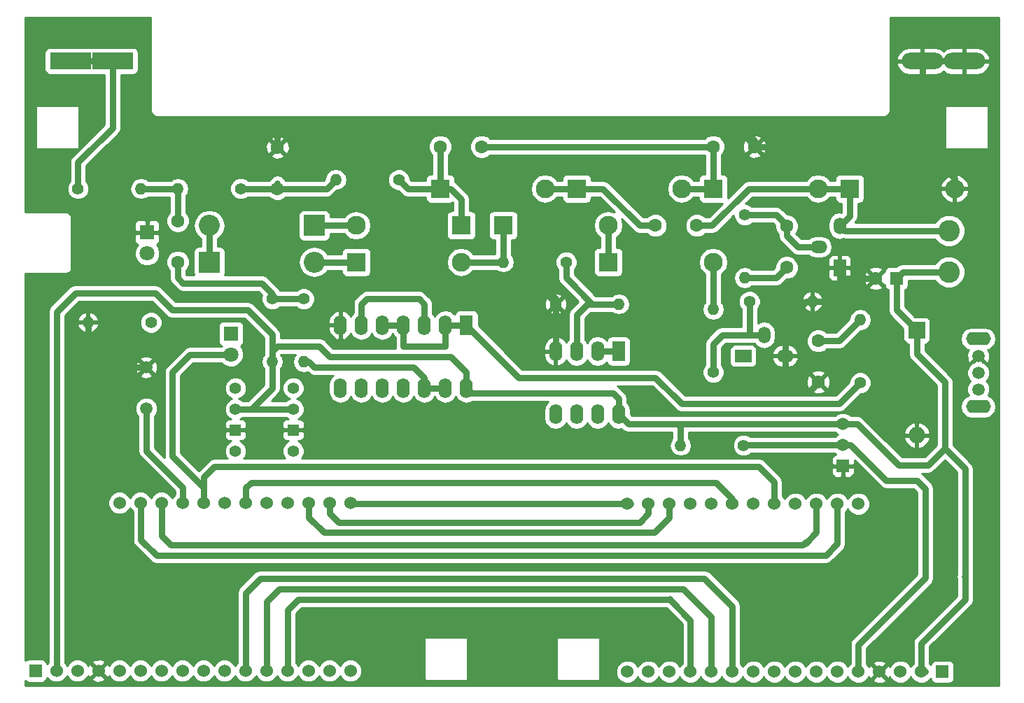
<source format=gbr>
G04 #@! TF.FileFunction,Copper,L2,Bot,Signal*
%FSLAX46Y46*%
G04 Gerber Fmt 4.6, Leading zero omitted, Abs format (unit mm)*
G04 Created by KiCad (PCBNEW 4.0.7) date 09/18/24 00:27:45*
%MOMM*%
%LPD*%
G01*
G04 APERTURE LIST*
%ADD10C,0.100000*%
%ADD11R,2.286000X2.286000*%
%ADD12O,2.286000X2.286000*%
%ADD13R,2.540000X2.540000*%
%ADD14O,2.540000X2.540000*%
%ADD15C,1.600000*%
%ADD16C,1.800000*%
%ADD17R,1.800000X1.800000*%
%ADD18C,2.600000*%
%ADD19C,1.400000*%
%ADD20O,1.400000X1.400000*%
%ADD21R,1.600000X2.400000*%
%ADD22O,1.600000X2.400000*%
%ADD23R,1.400000X1.400000*%
%ADD24R,5.000000X2.000000*%
%ADD25O,5.000000X2.000000*%
%ADD26O,1.500000X2.000000*%
%ADD27R,2.000000X1.500000*%
%ADD28O,2.000000X1.500000*%
%ADD29R,1.500000X2.000000*%
%ADD30R,2.000000X2.000000*%
%ADD31O,2.000000X2.000000*%
%ADD32C,1.500000*%
%ADD33R,1.600000X1.600000*%
%ADD34O,3.000000X1.600000*%
%ADD35C,1.520000*%
%ADD36R,1.520000X1.520000*%
%ADD37R,1.524000X1.524000*%
%ADD38C,1.524000*%
%ADD39C,0.600000*%
%ADD40C,0.750000*%
%ADD41C,0.254000*%
G04 APERTURE END LIST*
D10*
D11*
X170620000Y-80075000D03*
D12*
X183320000Y-80075000D03*
D11*
X157920000Y-75630000D03*
D12*
X170620000Y-75630000D03*
D11*
X152840000Y-75630000D03*
D12*
X140140000Y-75630000D03*
D11*
X140140000Y-80075000D03*
D12*
X152840000Y-80075000D03*
D13*
X122360000Y-80075000D03*
D14*
X135060000Y-80075000D03*
D13*
X135060000Y-75630000D03*
D14*
X122360000Y-75630000D03*
D11*
X150300000Y-71185000D03*
D12*
X163000000Y-71185000D03*
D11*
X166810000Y-71185000D03*
D12*
X179510000Y-71185000D03*
D11*
X199830000Y-71185000D03*
D12*
X212530000Y-71185000D03*
D11*
X183320000Y-71185000D03*
D12*
X196020000Y-71185000D03*
D15*
X196020000Y-89600000D03*
X196020000Y-94600000D03*
X150300000Y-66105000D03*
X155300000Y-66105000D03*
X192210000Y-80710000D03*
X192210000Y-75710000D03*
X130615000Y-71185000D03*
X130615000Y-66185000D03*
X176335000Y-75630000D03*
X181335000Y-75630000D03*
X183320000Y-66105000D03*
X188320000Y-66105000D03*
D16*
X114850000Y-79020000D03*
D17*
X114850000Y-76480000D03*
D18*
X211836000Y-81280000D03*
X211836000Y-76280000D03*
D19*
X165540000Y-80075000D03*
D20*
X157920000Y-80075000D03*
D19*
X164270000Y-85155000D03*
D20*
X171890000Y-85155000D03*
D19*
X129980000Y-84520000D03*
D20*
X129980000Y-92140000D03*
D19*
X133790000Y-84520000D03*
D20*
X133790000Y-92140000D03*
D19*
X201100000Y-94680000D03*
D20*
X201100000Y-87060000D03*
D19*
X126170000Y-71185000D03*
D20*
X118550000Y-71185000D03*
D19*
X183320000Y-93410000D03*
D20*
X183320000Y-85790000D03*
D19*
X106485000Y-71185000D03*
D20*
X114105000Y-71185000D03*
D19*
X187130000Y-74360000D03*
D20*
X187130000Y-81980000D03*
D21*
X171890000Y-90870000D03*
D22*
X164270000Y-98490000D03*
X169350000Y-90870000D03*
X166810000Y-98490000D03*
X166810000Y-90870000D03*
X169350000Y-98490000D03*
X164270000Y-90870000D03*
X171890000Y-98490000D03*
D19*
X125535000Y-97855000D03*
X125535000Y-95315000D03*
D23*
X125535000Y-100395000D03*
D19*
X125535000Y-102935000D03*
X132520000Y-97855000D03*
X132520000Y-95315000D03*
D23*
X132520000Y-100395000D03*
D19*
X132520000Y-102935000D03*
D24*
X105570000Y-55750000D03*
X110650000Y-55750000D03*
D25*
X208600000Y-55750000D03*
X213680000Y-55750000D03*
D26*
X189484000Y-88900000D03*
D27*
X186944000Y-91440000D03*
D28*
X192024000Y-91440000D03*
X196088000Y-78232000D03*
D29*
X198628000Y-80772000D03*
D26*
X198628000Y-75692000D03*
D21*
X153475000Y-87695000D03*
D22*
X138235000Y-95315000D03*
X150935000Y-87695000D03*
X140775000Y-95315000D03*
X148395000Y-87695000D03*
X143315000Y-95315000D03*
X145855000Y-87695000D03*
X145855000Y-95315000D03*
X143315000Y-87695000D03*
X148395000Y-95315000D03*
X140775000Y-87695000D03*
X150935000Y-95315000D03*
X138235000Y-87695000D03*
X153475000Y-95315000D03*
D30*
X207958000Y-88330000D03*
D31*
X207958000Y-101030000D03*
D32*
X114740000Y-97815000D03*
X114740000Y-92815000D03*
D17*
X125000000Y-88750000D03*
D16*
X125000000Y-91290000D03*
D19*
X115316000Y-87376000D03*
D20*
X107696000Y-87376000D03*
D33*
X205486000Y-82042000D03*
D15*
X202986000Y-82042000D03*
D32*
X215392000Y-95472000D03*
X215392000Y-93472000D03*
X215392000Y-91472000D03*
D34*
X215392000Y-97572000D03*
X215392000Y-89372000D03*
D19*
X187000000Y-102250000D03*
D20*
X179380000Y-102250000D03*
D35*
X199000000Y-102210000D03*
X199000000Y-99670000D03*
D36*
X199000000Y-104750000D03*
D15*
X118550000Y-80075000D03*
X118550000Y-75075000D03*
D19*
X145288000Y-70104000D03*
D20*
X137668000Y-70104000D03*
D19*
X187706000Y-84836000D03*
D20*
X195326000Y-84836000D03*
D37*
X101346000Y-129540000D03*
D38*
X103886000Y-129540000D03*
X106426000Y-129540000D03*
X108966000Y-129540000D03*
X111506000Y-129540000D03*
X114046000Y-129540000D03*
X116586000Y-129540000D03*
X119126000Y-129540000D03*
X121666000Y-129540000D03*
X124206000Y-129540000D03*
X126746000Y-129540000D03*
X129286000Y-129540000D03*
X131826000Y-129540000D03*
X134366000Y-129540000D03*
X136906000Y-129540000D03*
X139446000Y-129540000D03*
X139446000Y-109220000D03*
X136906000Y-109220000D03*
X134366000Y-109220000D03*
X131826000Y-109220000D03*
X129286000Y-109220000D03*
X126746000Y-109220000D03*
X124206000Y-109220000D03*
X121666000Y-109220000D03*
X119126000Y-109220000D03*
X116586000Y-109220000D03*
X114046000Y-109220000D03*
X111506000Y-109220000D03*
D37*
X211050000Y-129660000D03*
D38*
X208510000Y-129660000D03*
X205970000Y-129660000D03*
X203430000Y-129660000D03*
X200890000Y-129660000D03*
X198350000Y-129660000D03*
X195810000Y-129660000D03*
X193270000Y-129660000D03*
X190730000Y-129660000D03*
X188190000Y-129660000D03*
X185650000Y-129660000D03*
X183110000Y-129660000D03*
X180570000Y-129660000D03*
X178030000Y-129660000D03*
X175490000Y-129660000D03*
X172950000Y-129660000D03*
X172950000Y-109340000D03*
X175490000Y-109340000D03*
X178030000Y-109340000D03*
X180570000Y-109340000D03*
X183110000Y-109340000D03*
X185650000Y-109340000D03*
X188190000Y-109340000D03*
X190730000Y-109340000D03*
X193270000Y-109340000D03*
X195810000Y-109340000D03*
X198350000Y-109340000D03*
X200890000Y-109340000D03*
D39*
X213750000Y-118155002D03*
D40*
X118550000Y-80075000D02*
X118550000Y-81980000D01*
X128710000Y-82615000D02*
X129980000Y-83885000D01*
X119185000Y-82615000D02*
X128710000Y-82615000D01*
X118550000Y-81980000D02*
X119185000Y-82615000D01*
X129980000Y-83885000D02*
X129980000Y-84520000D01*
X133790000Y-84520000D02*
X129980000Y-84520000D01*
X118550000Y-71185000D02*
X118550000Y-75075000D01*
X114105000Y-71185000D02*
X118550000Y-71185000D01*
X196020000Y-89600000D02*
X198560000Y-89600000D01*
X198560000Y-89600000D02*
X201100000Y-87060000D01*
X202986000Y-82042000D02*
X198628000Y-82042000D01*
X198628000Y-82042000D02*
X198628000Y-81788000D01*
X192024000Y-91440000D02*
X192024000Y-87376000D01*
X194564000Y-84836000D02*
X197866000Y-84836000D01*
X192024000Y-87376000D02*
X194564000Y-84836000D01*
X198628000Y-80772000D02*
X198628000Y-81788000D01*
X198628000Y-81788000D02*
X198628000Y-84074000D01*
X198628000Y-84074000D02*
X197866000Y-84836000D01*
X114740000Y-92815000D02*
X109579000Y-92815000D01*
X107696000Y-90932000D02*
X107696000Y-87376000D01*
X109579000Y-92815000D02*
X107696000Y-90932000D01*
X192024000Y-91440000D02*
X192024000Y-95950000D01*
X192024000Y-95950000D02*
X192024000Y-95758000D01*
X192024000Y-95758000D02*
X192024000Y-95950000D01*
X208600000Y-55750000D02*
X208600000Y-65985000D01*
X208600000Y-65985000D02*
X212530000Y-69915000D01*
X213680000Y-55750000D02*
X208600000Y-55750000D01*
X130615000Y-66185000D02*
X130615000Y-64835000D01*
X186495000Y-63565000D02*
X188320000Y-65390000D01*
X131885000Y-63565000D02*
X186495000Y-63565000D01*
X130615000Y-64835000D02*
X131885000Y-63565000D01*
X188320000Y-65390000D02*
X188320000Y-66105000D01*
X196020000Y-94600000D02*
X196020000Y-94680000D01*
X196020000Y-94680000D02*
X194750000Y-95950000D01*
X194750000Y-95950000D02*
X192024000Y-95950000D01*
X192024000Y-95950000D02*
X181415000Y-95950000D01*
X161095000Y-81345000D02*
X161095000Y-73725000D01*
X161095000Y-73725000D02*
X158555000Y-71185000D01*
X158555000Y-71185000D02*
X158555000Y-69280000D01*
X158555000Y-69280000D02*
X159825000Y-68010000D01*
X159825000Y-68010000D02*
X171890000Y-68010000D01*
X171890000Y-68010000D02*
X176335000Y-72455000D01*
X176335000Y-72455000D02*
X176970000Y-72455000D01*
X176970000Y-72455000D02*
X178875000Y-74360000D01*
X178875000Y-74360000D02*
X178875000Y-75630000D01*
X164270000Y-84520000D02*
X161095000Y-81345000D01*
X178875000Y-77535000D02*
X180780000Y-79440000D01*
X180780000Y-79440000D02*
X180780000Y-95315000D01*
X180780000Y-95315000D02*
X181415000Y-95950000D01*
X178875000Y-75630000D02*
X178875000Y-77535000D01*
X164270000Y-85155000D02*
X164270000Y-84520000D01*
X188320000Y-66105000D02*
X208720000Y-66105000D01*
X208720000Y-66105000D02*
X212530000Y-69915000D01*
X212530000Y-69915000D02*
X212530000Y-71185000D01*
X164270000Y-90870000D02*
X164270000Y-85155000D01*
X208510000Y-129660000D02*
X208510000Y-126210000D01*
X213800000Y-120920000D02*
X213800000Y-120950000D01*
X208510000Y-126210000D02*
X213800000Y-120920000D01*
X213800000Y-118750000D02*
X213800000Y-120950000D01*
X211328000Y-102616000D02*
X211328000Y-94578000D01*
X207958000Y-91208000D02*
X207958000Y-88330000D01*
X211328000Y-94578000D02*
X207958000Y-91208000D01*
X207958000Y-90250000D02*
X207958000Y-90546000D01*
X207958000Y-88330000D02*
X207958000Y-90250000D01*
X207958000Y-90250000D02*
X207958000Y-90546000D01*
X179380000Y-102250000D02*
X179380000Y-99670000D01*
X179250000Y-100000000D02*
X179250000Y-99670000D01*
X179250000Y-99800000D02*
X179250000Y-100000000D01*
X179380000Y-99670000D02*
X179250000Y-99800000D01*
X199000000Y-99670000D02*
X200762000Y-99670000D01*
X200762000Y-99670000D02*
X205740000Y-104648000D01*
X199000000Y-99670000D02*
X179250000Y-99670000D01*
X179250000Y-99670000D02*
X173070000Y-99670000D01*
X173070000Y-99670000D02*
X171890000Y-98490000D01*
X213800000Y-118105002D02*
X213800000Y-118050000D01*
X213750000Y-118155002D02*
X213800000Y-118105002D01*
X121920000Y-85852000D02*
X117856000Y-85852000D01*
X103886000Y-86106000D02*
X103886000Y-91694000D01*
X106172000Y-83820000D02*
X103886000Y-86106000D01*
X115824000Y-83820000D02*
X106172000Y-83820000D01*
X117856000Y-85852000D02*
X115824000Y-83820000D01*
X127000000Y-85852000D02*
X121920000Y-85852000D01*
X103886000Y-129540000D02*
X103886000Y-91694000D01*
X129980000Y-88832000D02*
X127000000Y-85852000D01*
X129980000Y-88832000D02*
X129980000Y-92140000D01*
X213800000Y-118750000D02*
X213800000Y-118050000D01*
X208969000Y-129601000D02*
X208910000Y-129660000D01*
X207958000Y-90546000D02*
X207958000Y-88330000D01*
X205486000Y-82042000D02*
X205486000Y-85858000D01*
X205486000Y-85858000D02*
X207958000Y-88330000D01*
X211836000Y-81280000D02*
X206248000Y-81280000D01*
X206248000Y-81280000D02*
X205486000Y-82042000D01*
X125535000Y-97855000D02*
X127440000Y-97855000D01*
X129980000Y-95315000D02*
X129980000Y-92140000D01*
X127440000Y-97855000D02*
X129980000Y-95315000D01*
X125535000Y-97855000D02*
X132520000Y-97855000D01*
X208085000Y-88203000D02*
X207958000Y-88330000D01*
X171890000Y-98490000D02*
X171890000Y-96585000D01*
X171890000Y-96585000D02*
X171255000Y-95950000D01*
X171255000Y-95950000D02*
X154110000Y-95950000D01*
X154110000Y-95950000D02*
X153475000Y-95315000D01*
X135695000Y-90235000D02*
X135695000Y-90254998D01*
X153475000Y-93410000D02*
X153475000Y-95315000D01*
X151570000Y-91505000D02*
X153475000Y-93410000D01*
X136945002Y-91505000D02*
X151570000Y-91505000D01*
X135695000Y-90254998D02*
X136945002Y-91505000D01*
X129980000Y-92140000D02*
X129980000Y-90870000D01*
X130615000Y-90235000D02*
X135695000Y-90235000D01*
X129980000Y-90870000D02*
X130615000Y-90235000D01*
X213800000Y-118050000D02*
X213800000Y-105088000D01*
X213800000Y-105088000D02*
X211328000Y-102616000D01*
X209296000Y-104648000D02*
X211328000Y-102616000D01*
X205740000Y-104648000D02*
X209296000Y-104648000D01*
X150300000Y-71185000D02*
X146369000Y-71185000D01*
X146369000Y-71185000D02*
X145288000Y-70104000D01*
X150300000Y-71185000D02*
X150300000Y-66105000D01*
X150300000Y-71185000D02*
X151570000Y-71185000D01*
X152840000Y-72455000D02*
X152840000Y-75630000D01*
X151570000Y-71185000D02*
X152840000Y-72455000D01*
X183320000Y-66105000D02*
X155300000Y-66105000D01*
X183320000Y-66105000D02*
X183320000Y-71185000D01*
X178875000Y-71185000D02*
X183320000Y-71185000D01*
X140775000Y-87695000D02*
X140775000Y-85155000D01*
X148395000Y-85155000D02*
X148395000Y-87695000D01*
X147760000Y-84520000D02*
X148395000Y-85155000D01*
X141410000Y-84520000D02*
X147760000Y-84520000D01*
X140775000Y-85155000D02*
X141410000Y-84520000D01*
X187130000Y-81980000D02*
X190940000Y-81980000D01*
X190940000Y-81980000D02*
X192210000Y-80710000D01*
X196088000Y-78232000D02*
X193548000Y-78232000D01*
X192210000Y-76894000D02*
X192210000Y-75710000D01*
X193548000Y-78232000D02*
X192210000Y-76894000D01*
X192210000Y-75710000D02*
X192210000Y-75630000D01*
X192210000Y-75630000D02*
X190940000Y-74360000D01*
X190940000Y-74360000D02*
X187130000Y-74360000D01*
X130615000Y-71185000D02*
X136587000Y-71185000D01*
X136587000Y-71185000D02*
X137668000Y-70104000D01*
X130615000Y-71185000D02*
X130615000Y-70550000D01*
X130615000Y-71185000D02*
X126170000Y-71185000D01*
X176335000Y-75630000D02*
X174430000Y-75630000D01*
X176335000Y-75630000D02*
X174430000Y-75630000D01*
X174430000Y-75630000D02*
X169985000Y-71185000D01*
X166810000Y-71185000D02*
X169985000Y-71185000D01*
X166810000Y-71185000D02*
X163000000Y-71185000D01*
X211836000Y-76280000D02*
X199216000Y-76280000D01*
X199216000Y-76280000D02*
X198628000Y-75692000D01*
X199830000Y-71185000D02*
X199830000Y-74490000D01*
X199830000Y-74490000D02*
X198628000Y-75692000D01*
X181335000Y-75630000D02*
X183196000Y-75630000D01*
X183196000Y-75630000D02*
X187641000Y-71185000D01*
X187641000Y-71185000D02*
X196020000Y-71185000D01*
X196020000Y-71185000D02*
X199830000Y-71185000D01*
X135060000Y-75630000D02*
X140140000Y-75630000D01*
X122360000Y-75630000D02*
X122360000Y-80075000D01*
X140140000Y-80075000D02*
X135060000Y-80075000D01*
X157920000Y-80075000D02*
X152840000Y-80075000D01*
X157920000Y-75630000D02*
X157920000Y-80075000D01*
X170620000Y-75630000D02*
X170620000Y-80075000D01*
X183320000Y-80075000D02*
X183320000Y-85790000D01*
X198350000Y-109340000D02*
X198350000Y-114150000D01*
X198350000Y-114150000D02*
X196925000Y-115575000D01*
X114105000Y-109285000D02*
X114105000Y-113680000D01*
X114105000Y-113680000D02*
X116000000Y-115575000D01*
X116000000Y-115575000D02*
X196925000Y-115575000D01*
X106485000Y-71185000D02*
X106485000Y-68010000D01*
X110650000Y-63845000D02*
X110650000Y-55750000D01*
X106485000Y-68010000D02*
X110650000Y-63845000D01*
X105570000Y-55750000D02*
X110650000Y-55750000D01*
X165540000Y-80075000D02*
X165540000Y-81980000D01*
X168715000Y-85155000D02*
X171890000Y-85155000D01*
X165540000Y-81980000D02*
X168715000Y-85155000D01*
X166810000Y-90870000D02*
X166810000Y-86425000D01*
X168080000Y-85155000D02*
X171890000Y-85155000D01*
X166810000Y-86425000D02*
X168080000Y-85155000D01*
X133790000Y-92140000D02*
X134425000Y-92140000D01*
X134425000Y-92140000D02*
X135060000Y-92775000D01*
X148395000Y-94045000D02*
X148395000Y-95315000D01*
X147125000Y-92775000D02*
X148395000Y-94045000D01*
X135060000Y-92775000D02*
X147125000Y-92775000D01*
X150935000Y-95315000D02*
X148395000Y-95315000D01*
X179510000Y-97220000D02*
X198560000Y-97220000D01*
X153475000Y-87695000D02*
X159825000Y-94045000D01*
X176335000Y-94045000D02*
X179510000Y-97220000D01*
X159825000Y-94045000D02*
X176335000Y-94045000D01*
X198560000Y-97220000D02*
X201100000Y-94680000D01*
X145855000Y-87695000D02*
X145855000Y-90254998D01*
X150935000Y-90254998D02*
X150935000Y-87695000D01*
X145855000Y-90254998D02*
X150935000Y-90254998D01*
X150935000Y-87695000D02*
X153475000Y-87695000D01*
X145855000Y-87695000D02*
X143315000Y-87695000D01*
X178030000Y-109340000D02*
X178030000Y-110970000D01*
X134425000Y-111000000D02*
X134425000Y-109285000D01*
X134425000Y-111000000D02*
X136250002Y-112825002D01*
X136250002Y-112825002D02*
X176174998Y-112825002D01*
X178030000Y-110970000D02*
X176174998Y-112825002D01*
X171890000Y-90870000D02*
X169350000Y-90870000D01*
X185650000Y-129660000D02*
X185650000Y-121750000D01*
X185650000Y-121750000D02*
X182264000Y-118364000D01*
X126746000Y-129540000D02*
X126746000Y-120142000D01*
X128524000Y-118364000D02*
X182264000Y-118364000D01*
X126746000Y-120142000D02*
X128524000Y-118364000D01*
X183110000Y-129660000D02*
X183110000Y-123010000D01*
X183110000Y-123010000D02*
X179714002Y-119614002D01*
X129286000Y-129540000D02*
X129286000Y-121158000D01*
X130829998Y-119614002D02*
X179714002Y-119614002D01*
X129286000Y-121158000D02*
X130829998Y-119614002D01*
X180570000Y-129660000D02*
X180570000Y-123430004D01*
X180570000Y-123430004D02*
X178043996Y-120904000D01*
X178043996Y-120904000D02*
X178043996Y-120864004D01*
X178043996Y-120864004D02*
X178043996Y-120904000D01*
X131826000Y-129540000D02*
X131826000Y-122174000D01*
X133096000Y-120904000D02*
X178043996Y-120904000D01*
X131826000Y-122174000D02*
X133096000Y-120904000D01*
X185650000Y-109340000D02*
X185650000Y-108750000D01*
X185650000Y-108750000D02*
X183645000Y-106745000D01*
X126805000Y-109285000D02*
X126805000Y-107380000D01*
X127440000Y-106745000D02*
X183645000Y-106745000D01*
X126805000Y-107380000D02*
X127440000Y-106745000D01*
X175490000Y-109340000D02*
X175490000Y-110510000D01*
X136965000Y-110540000D02*
X136965000Y-109285000D01*
X138000000Y-111575000D02*
X174425000Y-111575000D01*
X136965000Y-110540000D02*
X138000000Y-111575000D01*
X175490000Y-110510000D02*
X174425000Y-111575000D01*
X195810000Y-109340000D02*
X195810000Y-112790000D01*
X194500000Y-114100000D02*
X194500000Y-114000000D01*
X195810000Y-112790000D02*
X194500000Y-114100000D01*
X194500000Y-114000000D02*
X194175002Y-114324998D01*
X116645000Y-109285000D02*
X116645000Y-113219998D01*
X117750000Y-114324998D02*
X194175002Y-114324998D01*
X116645000Y-113219998D02*
X117750000Y-114324998D01*
X173350000Y-109340000D02*
X139566000Y-109340000D01*
X139566000Y-109340000D02*
X139446000Y-109220000D01*
X114740000Y-97815000D02*
X114740000Y-102935000D01*
X114740000Y-102935000D02*
X119185000Y-107380000D01*
X119185000Y-107380000D02*
X119185000Y-109285000D01*
X190730000Y-109340000D02*
X190730000Y-106730000D01*
X190730000Y-106730000D02*
X188840000Y-104840000D01*
X121725000Y-109285000D02*
X121725000Y-106110000D01*
X122995000Y-104840000D02*
X188840000Y-104840000D01*
X121725000Y-106110000D02*
X122995000Y-104840000D01*
X125000000Y-91290000D02*
X120035000Y-91290000D01*
X117915000Y-103570000D02*
X121725000Y-107380000D01*
X117915000Y-93410000D02*
X117915000Y-103570000D01*
X120035000Y-91290000D02*
X117915000Y-93410000D01*
X121725000Y-109285000D02*
X121725000Y-107380000D01*
X124900000Y-88650000D02*
X125000000Y-88750000D01*
X187706000Y-84836000D02*
X187706000Y-88900000D01*
X183320000Y-93410000D02*
X183320000Y-89984000D01*
X184404000Y-88900000D02*
X187706000Y-88900000D01*
X187706000Y-88900000D02*
X189484000Y-88900000D01*
X183320000Y-89984000D02*
X184404000Y-88900000D01*
X200890000Y-129660000D02*
X200890000Y-128110000D01*
X200890000Y-129660000D02*
X200890000Y-126410000D01*
X209000000Y-118300000D02*
X209000000Y-117300000D01*
X200890000Y-126410000D02*
X209000000Y-118300000D01*
X209000000Y-116250000D02*
X209000000Y-117300000D01*
X199960000Y-102210000D02*
X204250000Y-106500000D01*
X204250000Y-106500000D02*
X208000000Y-106500000D01*
X208000000Y-106500000D02*
X209000000Y-107500000D01*
X209000000Y-107500000D02*
X209000000Y-116250000D01*
X199000000Y-102210000D02*
X199960000Y-102210000D01*
X199000000Y-102210000D02*
X187040000Y-102210000D01*
X187040000Y-102210000D02*
X187000000Y-102250000D01*
D41*
G36*
X115290000Y-61750000D02*
X115344046Y-62021705D01*
X115497954Y-62252046D01*
X115728295Y-62405954D01*
X116000000Y-62460000D01*
X204000000Y-62460000D01*
X204271705Y-62405954D01*
X204502046Y-62252046D01*
X204655954Y-62021705D01*
X204710000Y-61750000D01*
X204710000Y-61250000D01*
X211373000Y-61250000D01*
X211373000Y-66250000D01*
X211381685Y-66296159D01*
X211408965Y-66338553D01*
X211450590Y-66366994D01*
X211500000Y-66377000D01*
X216500000Y-66377000D01*
X216546159Y-66368315D01*
X216588553Y-66341035D01*
X216616994Y-66299410D01*
X216627000Y-66250000D01*
X216627000Y-61250000D01*
X216618315Y-61203841D01*
X216591035Y-61161447D01*
X216549410Y-61133006D01*
X216500000Y-61123000D01*
X211500000Y-61123000D01*
X211453841Y-61131685D01*
X211411447Y-61158965D01*
X211383006Y-61200590D01*
X211373000Y-61250000D01*
X204710000Y-61250000D01*
X204710000Y-56130434D01*
X205509876Y-56130434D01*
X205540856Y-56258355D01*
X205854078Y-56816317D01*
X206356980Y-57211942D01*
X206973000Y-57385000D01*
X208473000Y-57385000D01*
X208473000Y-55877000D01*
X208727000Y-55877000D01*
X208727000Y-57385000D01*
X210227000Y-57385000D01*
X210843020Y-57211942D01*
X211140000Y-56978313D01*
X211436980Y-57211942D01*
X212053000Y-57385000D01*
X213553000Y-57385000D01*
X213553000Y-55877000D01*
X213807000Y-55877000D01*
X213807000Y-57385000D01*
X215307000Y-57385000D01*
X215923020Y-57211942D01*
X216425922Y-56816317D01*
X216739144Y-56258355D01*
X216770124Y-56130434D01*
X216650777Y-55877000D01*
X213807000Y-55877000D01*
X213553000Y-55877000D01*
X208727000Y-55877000D01*
X208473000Y-55877000D01*
X205629223Y-55877000D01*
X205509876Y-56130434D01*
X204710000Y-56130434D01*
X204710000Y-55369566D01*
X205509876Y-55369566D01*
X205629223Y-55623000D01*
X208473000Y-55623000D01*
X208473000Y-54115000D01*
X208727000Y-54115000D01*
X208727000Y-55623000D01*
X213553000Y-55623000D01*
X213553000Y-54115000D01*
X213807000Y-54115000D01*
X213807000Y-55623000D01*
X216650777Y-55623000D01*
X216770124Y-55369566D01*
X216739144Y-55241645D01*
X216425922Y-54683683D01*
X215923020Y-54288058D01*
X215307000Y-54115000D01*
X213807000Y-54115000D01*
X213553000Y-54115000D01*
X212053000Y-54115000D01*
X211436980Y-54288058D01*
X211140000Y-54521687D01*
X210843020Y-54288058D01*
X210227000Y-54115000D01*
X208727000Y-54115000D01*
X208473000Y-54115000D01*
X206973000Y-54115000D01*
X206356980Y-54288058D01*
X205854078Y-54683683D01*
X205540856Y-55241645D01*
X205509876Y-55369566D01*
X204710000Y-55369566D01*
X204710000Y-50460000D01*
X217873000Y-50460000D01*
X217873000Y-131290000D01*
X100127000Y-131290000D01*
X100127000Y-130758285D01*
X100332110Y-130898431D01*
X100584000Y-130949440D01*
X102108000Y-130949440D01*
X102343317Y-130905162D01*
X102559441Y-130766090D01*
X102704431Y-130553890D01*
X102741492Y-130370876D01*
X103093630Y-130723629D01*
X103606900Y-130936757D01*
X104162661Y-130937242D01*
X104676303Y-130725010D01*
X105069629Y-130332370D01*
X105155949Y-130124488D01*
X105240990Y-130330303D01*
X105633630Y-130723629D01*
X106146900Y-130936757D01*
X106702661Y-130937242D01*
X107216303Y-130725010D01*
X107421457Y-130520213D01*
X108165392Y-130520213D01*
X108234857Y-130762397D01*
X108758302Y-130949144D01*
X109313368Y-130921362D01*
X109697143Y-130762397D01*
X109766608Y-130520213D01*
X108966000Y-129719605D01*
X108165392Y-130520213D01*
X107421457Y-130520213D01*
X107609629Y-130332370D01*
X107689395Y-130140273D01*
X107743603Y-130271143D01*
X107985787Y-130340608D01*
X108786395Y-129540000D01*
X107985787Y-128739392D01*
X107743603Y-128808857D01*
X107693491Y-128949318D01*
X107611010Y-128749697D01*
X107421432Y-128559787D01*
X108165392Y-128559787D01*
X108966000Y-129360395D01*
X109766608Y-128559787D01*
X109697143Y-128317603D01*
X109173698Y-128130856D01*
X108618632Y-128158638D01*
X108234857Y-128317603D01*
X108165392Y-128559787D01*
X107421432Y-128559787D01*
X107218370Y-128356371D01*
X106705100Y-128143243D01*
X106149339Y-128142758D01*
X105635697Y-128354990D01*
X105242371Y-128747630D01*
X105156051Y-128955512D01*
X105071010Y-128749697D01*
X104896000Y-128574381D01*
X104896000Y-109496661D01*
X110108758Y-109496661D01*
X110320990Y-110010303D01*
X110713630Y-110403629D01*
X111226900Y-110616757D01*
X111782661Y-110617242D01*
X112296303Y-110405010D01*
X112689629Y-110012370D01*
X112775949Y-109804488D01*
X112860990Y-110010303D01*
X113095000Y-110244722D01*
X113095000Y-113680000D01*
X113171882Y-114066510D01*
X113390822Y-114394178D01*
X115285822Y-116289178D01*
X115613490Y-116508118D01*
X116000000Y-116585000D01*
X196925000Y-116585000D01*
X197311510Y-116508118D01*
X197639178Y-116289178D01*
X199064178Y-114864178D01*
X199283118Y-114536510D01*
X199360000Y-114150000D01*
X199360000Y-110305696D01*
X199533629Y-110132370D01*
X199619949Y-109924488D01*
X199704990Y-110130303D01*
X200097630Y-110523629D01*
X200610900Y-110736757D01*
X201166661Y-110737242D01*
X201680303Y-110525010D01*
X202073629Y-110132370D01*
X202286757Y-109619100D01*
X202287242Y-109063339D01*
X202075010Y-108549697D01*
X201682370Y-108156371D01*
X201169100Y-107943243D01*
X200613339Y-107942758D01*
X200099697Y-108154990D01*
X199706371Y-108547630D01*
X199620051Y-108755512D01*
X199535010Y-108549697D01*
X199142370Y-108156371D01*
X198629100Y-107943243D01*
X198073339Y-107942758D01*
X197559697Y-108154990D01*
X197166371Y-108547630D01*
X197080051Y-108755512D01*
X196995010Y-108549697D01*
X196602370Y-108156371D01*
X196089100Y-107943243D01*
X195533339Y-107942758D01*
X195019697Y-108154990D01*
X194626371Y-108547630D01*
X194540051Y-108755512D01*
X194455010Y-108549697D01*
X194062370Y-108156371D01*
X193549100Y-107943243D01*
X192993339Y-107942758D01*
X192479697Y-108154990D01*
X192086371Y-108547630D01*
X192000051Y-108755512D01*
X191915010Y-108549697D01*
X191740000Y-108374381D01*
X191740000Y-106730000D01*
X191663118Y-106343490D01*
X191444178Y-106015822D01*
X190464106Y-105035750D01*
X197605000Y-105035750D01*
X197605000Y-105636310D01*
X197701673Y-105869699D01*
X197880302Y-106048327D01*
X198113691Y-106145000D01*
X198714250Y-106145000D01*
X198873000Y-105986250D01*
X198873000Y-104877000D01*
X199127000Y-104877000D01*
X199127000Y-105986250D01*
X199285750Y-106145000D01*
X199886309Y-106145000D01*
X200119698Y-106048327D01*
X200298327Y-105869699D01*
X200395000Y-105636310D01*
X200395000Y-105035750D01*
X200236250Y-104877000D01*
X199127000Y-104877000D01*
X198873000Y-104877000D01*
X197763750Y-104877000D01*
X197605000Y-105035750D01*
X190464106Y-105035750D01*
X189554178Y-104125822D01*
X189226510Y-103906882D01*
X188840000Y-103830000D01*
X133513061Y-103830000D01*
X133651098Y-103692204D01*
X133854768Y-103201713D01*
X133855231Y-102670617D01*
X133652418Y-102179771D01*
X133277204Y-101803902D01*
X133099229Y-101730000D01*
X133346310Y-101730000D01*
X133579699Y-101633327D01*
X133758327Y-101454698D01*
X133855000Y-101221309D01*
X133855000Y-100680750D01*
X133696250Y-100522000D01*
X132647000Y-100522000D01*
X132647000Y-100542000D01*
X132393000Y-100542000D01*
X132393000Y-100522000D01*
X131343750Y-100522000D01*
X131185000Y-100680750D01*
X131185000Y-101221309D01*
X131281673Y-101454698D01*
X131460301Y-101633327D01*
X131693690Y-101730000D01*
X131940433Y-101730000D01*
X131764771Y-101802582D01*
X131388902Y-102177796D01*
X131185232Y-102668287D01*
X131184769Y-103199383D01*
X131387582Y-103690229D01*
X131527109Y-103830000D01*
X126528061Y-103830000D01*
X126666098Y-103692204D01*
X126869768Y-103201713D01*
X126870231Y-102670617D01*
X126667418Y-102179771D01*
X126292204Y-101803902D01*
X126114229Y-101730000D01*
X126361310Y-101730000D01*
X126594699Y-101633327D01*
X126773327Y-101454698D01*
X126870000Y-101221309D01*
X126870000Y-100680750D01*
X126711250Y-100522000D01*
X125662000Y-100522000D01*
X125662000Y-100542000D01*
X125408000Y-100542000D01*
X125408000Y-100522000D01*
X124358750Y-100522000D01*
X124200000Y-100680750D01*
X124200000Y-101221309D01*
X124296673Y-101454698D01*
X124475301Y-101633327D01*
X124708690Y-101730000D01*
X124955433Y-101730000D01*
X124779771Y-101802582D01*
X124403902Y-102177796D01*
X124200232Y-102668287D01*
X124199769Y-103199383D01*
X124402582Y-103690229D01*
X124542109Y-103830000D01*
X122995000Y-103830000D01*
X122608490Y-103906882D01*
X122280822Y-104125822D01*
X121090000Y-105316644D01*
X118925000Y-103151644D01*
X118925000Y-93828356D01*
X120453356Y-92300000D01*
X123839314Y-92300000D01*
X124129357Y-92590551D01*
X124693330Y-92824733D01*
X125303991Y-92825265D01*
X125868371Y-92592068D01*
X126300551Y-92160643D01*
X126534733Y-91596670D01*
X126535265Y-90986009D01*
X126302068Y-90421629D01*
X126134120Y-90253387D01*
X126135317Y-90253162D01*
X126351441Y-90114090D01*
X126496431Y-89901890D01*
X126547440Y-89650000D01*
X126547440Y-87850000D01*
X126503162Y-87614683D01*
X126364090Y-87398559D01*
X126151890Y-87253569D01*
X125900000Y-87202560D01*
X124100000Y-87202560D01*
X123864683Y-87246838D01*
X123648559Y-87385910D01*
X123503569Y-87598110D01*
X123452560Y-87850000D01*
X123452560Y-89650000D01*
X123496838Y-89885317D01*
X123635910Y-90101441D01*
X123848110Y-90246431D01*
X123868534Y-90250567D01*
X123839050Y-90280000D01*
X120035000Y-90280000D01*
X119648490Y-90356882D01*
X119320822Y-90575822D01*
X117200822Y-92695822D01*
X116981882Y-93023490D01*
X116905000Y-93410000D01*
X116905000Y-103570000D01*
X116930239Y-103696883D01*
X115750000Y-102516644D01*
X115750000Y-98763740D01*
X115913461Y-98600564D01*
X116124759Y-98091702D01*
X116125240Y-97540715D01*
X115914831Y-97031485D01*
X115525564Y-96641539D01*
X115016702Y-96430241D01*
X114465715Y-96429760D01*
X113956485Y-96640169D01*
X113566539Y-97029436D01*
X113355241Y-97538298D01*
X113354760Y-98089285D01*
X113565169Y-98598515D01*
X113730000Y-98763634D01*
X113730000Y-102935000D01*
X113806882Y-103321510D01*
X114025822Y-103649178D01*
X118175000Y-107798356D01*
X118175000Y-108195407D01*
X117942371Y-108427630D01*
X117856051Y-108635512D01*
X117771010Y-108429697D01*
X117378370Y-108036371D01*
X116865100Y-107823243D01*
X116309339Y-107822758D01*
X115795697Y-108034990D01*
X115402371Y-108427630D01*
X115316051Y-108635512D01*
X115231010Y-108429697D01*
X114838370Y-108036371D01*
X114325100Y-107823243D01*
X113769339Y-107822758D01*
X113255697Y-108034990D01*
X112862371Y-108427630D01*
X112776051Y-108635512D01*
X112691010Y-108429697D01*
X112298370Y-108036371D01*
X111785100Y-107823243D01*
X111229339Y-107822758D01*
X110715697Y-108034990D01*
X110322371Y-108427630D01*
X110109243Y-108940900D01*
X110108758Y-109496661D01*
X104896000Y-109496661D01*
X104896000Y-93786517D01*
X113948088Y-93786517D01*
X114016077Y-94027460D01*
X114535171Y-94212201D01*
X115085448Y-94184230D01*
X115463923Y-94027460D01*
X115531912Y-93786517D01*
X114740000Y-92994605D01*
X113948088Y-93786517D01*
X104896000Y-93786517D01*
X104896000Y-92610171D01*
X113342799Y-92610171D01*
X113370770Y-93160448D01*
X113527540Y-93538923D01*
X113768483Y-93606912D01*
X114560395Y-92815000D01*
X114919605Y-92815000D01*
X115711517Y-93606912D01*
X115952460Y-93538923D01*
X116137201Y-93019829D01*
X116109230Y-92469552D01*
X115952460Y-92091077D01*
X115711517Y-92023088D01*
X114919605Y-92815000D01*
X114560395Y-92815000D01*
X113768483Y-92023088D01*
X113527540Y-92091077D01*
X113342799Y-92610171D01*
X104896000Y-92610171D01*
X104896000Y-91843483D01*
X113948088Y-91843483D01*
X114740000Y-92635395D01*
X115531912Y-91843483D01*
X115463923Y-91602540D01*
X114944829Y-91417799D01*
X114394552Y-91445770D01*
X114016077Y-91602540D01*
X113948088Y-91843483D01*
X104896000Y-91843483D01*
X104896000Y-87709329D01*
X106403284Y-87709329D01*
X106546203Y-88054396D01*
X106893337Y-88442764D01*
X107362669Y-88668727D01*
X107569000Y-88546206D01*
X107569000Y-87503000D01*
X107823000Y-87503000D01*
X107823000Y-88546206D01*
X108029331Y-88668727D01*
X108498663Y-88442764D01*
X108845797Y-88054396D01*
X108988716Y-87709329D01*
X108947501Y-87640383D01*
X113980769Y-87640383D01*
X114183582Y-88131229D01*
X114558796Y-88507098D01*
X115049287Y-88710768D01*
X115580383Y-88711231D01*
X116071229Y-88508418D01*
X116447098Y-88133204D01*
X116650768Y-87642713D01*
X116651231Y-87111617D01*
X116448418Y-86620771D01*
X116073204Y-86244902D01*
X115582713Y-86041232D01*
X115051617Y-86040769D01*
X114560771Y-86243582D01*
X114184902Y-86618796D01*
X113981232Y-87109287D01*
X113980769Y-87640383D01*
X108947501Y-87640383D01*
X108865374Y-87503000D01*
X107823000Y-87503000D01*
X107569000Y-87503000D01*
X106526626Y-87503000D01*
X106403284Y-87709329D01*
X104896000Y-87709329D01*
X104896000Y-87042671D01*
X106403284Y-87042671D01*
X106526626Y-87249000D01*
X107569000Y-87249000D01*
X107569000Y-86205794D01*
X107823000Y-86205794D01*
X107823000Y-87249000D01*
X108865374Y-87249000D01*
X108988716Y-87042671D01*
X108845797Y-86697604D01*
X108498663Y-86309236D01*
X108029331Y-86083273D01*
X107823000Y-86205794D01*
X107569000Y-86205794D01*
X107362669Y-86083273D01*
X106893337Y-86309236D01*
X106546203Y-86697604D01*
X106403284Y-87042671D01*
X104896000Y-87042671D01*
X104896000Y-86524356D01*
X106590356Y-84830000D01*
X115405644Y-84830000D01*
X117141822Y-86566178D01*
X117469490Y-86785118D01*
X117856000Y-86862000D01*
X126581644Y-86862000D01*
X128970000Y-89250356D01*
X128970000Y-91268652D01*
X128746621Y-91602964D01*
X128645000Y-92113846D01*
X128645000Y-92166154D01*
X128746621Y-92677036D01*
X128970000Y-93011348D01*
X128970000Y-94896644D01*
X127021644Y-96845000D01*
X126413091Y-96845000D01*
X126292204Y-96723902D01*
X125957473Y-96584909D01*
X126290229Y-96447418D01*
X126666098Y-96072204D01*
X126869768Y-95581713D01*
X126870231Y-95050617D01*
X126667418Y-94559771D01*
X126292204Y-94183902D01*
X125801713Y-93980232D01*
X125270617Y-93979769D01*
X124779771Y-94182582D01*
X124403902Y-94557796D01*
X124200232Y-95048287D01*
X124199769Y-95579383D01*
X124402582Y-96070229D01*
X124777796Y-96446098D01*
X125112527Y-96585091D01*
X124779771Y-96722582D01*
X124403902Y-97097796D01*
X124200232Y-97588287D01*
X124199769Y-98119383D01*
X124402582Y-98610229D01*
X124777796Y-98986098D01*
X124955771Y-99060000D01*
X124708690Y-99060000D01*
X124475301Y-99156673D01*
X124296673Y-99335302D01*
X124200000Y-99568691D01*
X124200000Y-100109250D01*
X124358750Y-100268000D01*
X125408000Y-100268000D01*
X125408000Y-100248000D01*
X125662000Y-100248000D01*
X125662000Y-100268000D01*
X126711250Y-100268000D01*
X126870000Y-100109250D01*
X126870000Y-99568691D01*
X126773327Y-99335302D01*
X126594699Y-99156673D01*
X126361310Y-99060000D01*
X126114567Y-99060000D01*
X126290229Y-98987418D01*
X126412861Y-98865000D01*
X131641909Y-98865000D01*
X131762796Y-98986098D01*
X131940771Y-99060000D01*
X131693690Y-99060000D01*
X131460301Y-99156673D01*
X131281673Y-99335302D01*
X131185000Y-99568691D01*
X131185000Y-100109250D01*
X131343750Y-100268000D01*
X132393000Y-100268000D01*
X132393000Y-100248000D01*
X132647000Y-100248000D01*
X132647000Y-100268000D01*
X133696250Y-100268000D01*
X133855000Y-100109250D01*
X133855000Y-99568691D01*
X133758327Y-99335302D01*
X133579699Y-99156673D01*
X133346310Y-99060000D01*
X133099567Y-99060000D01*
X133275229Y-98987418D01*
X133651098Y-98612204D01*
X133854768Y-98121713D01*
X133855231Y-97590617D01*
X133652418Y-97099771D01*
X133277204Y-96723902D01*
X132942473Y-96584909D01*
X133275229Y-96447418D01*
X133651098Y-96072204D01*
X133854768Y-95581713D01*
X133855231Y-95050617D01*
X133652418Y-94559771D01*
X133277204Y-94183902D01*
X132786713Y-93980232D01*
X132255617Y-93979769D01*
X131764771Y-94182582D01*
X131388902Y-94557796D01*
X131185232Y-95048287D01*
X131184769Y-95579383D01*
X131387582Y-96070229D01*
X131762796Y-96446098D01*
X132097527Y-96585091D01*
X131764771Y-96722582D01*
X131642139Y-96845000D01*
X129878356Y-96845000D01*
X130694178Y-96029178D01*
X130913118Y-95701511D01*
X130990000Y-95315000D01*
X130990000Y-93011348D01*
X131213379Y-92677036D01*
X131315000Y-92166154D01*
X131315000Y-92113846D01*
X131213379Y-91602964D01*
X130997892Y-91280464D01*
X131033356Y-91245000D01*
X132795804Y-91245000D01*
X132556621Y-91602964D01*
X132455000Y-92113846D01*
X132455000Y-92166154D01*
X132556621Y-92677036D01*
X132846012Y-93110142D01*
X133279118Y-93399533D01*
X133790000Y-93501154D01*
X134263594Y-93406950D01*
X134345822Y-93489178D01*
X134673490Y-93708118D01*
X135060000Y-93785000D01*
X137339060Y-93785000D01*
X137220302Y-93864352D01*
X136909233Y-94329899D01*
X136800000Y-94879050D01*
X136800000Y-95750950D01*
X136909233Y-96300101D01*
X137220302Y-96765648D01*
X137685849Y-97076717D01*
X138235000Y-97185950D01*
X138784151Y-97076717D01*
X139249698Y-96765648D01*
X139505000Y-96383562D01*
X139760302Y-96765648D01*
X140225849Y-97076717D01*
X140775000Y-97185950D01*
X141324151Y-97076717D01*
X141789698Y-96765648D01*
X142045000Y-96383562D01*
X142300302Y-96765648D01*
X142765849Y-97076717D01*
X143315000Y-97185950D01*
X143864151Y-97076717D01*
X144329698Y-96765648D01*
X144585000Y-96383562D01*
X144840302Y-96765648D01*
X145305849Y-97076717D01*
X145855000Y-97185950D01*
X146404151Y-97076717D01*
X146869698Y-96765648D01*
X147125000Y-96383562D01*
X147380302Y-96765648D01*
X147845849Y-97076717D01*
X148395000Y-97185950D01*
X148944151Y-97076717D01*
X149409698Y-96765648D01*
X149665000Y-96383562D01*
X149920302Y-96765648D01*
X150385849Y-97076717D01*
X150935000Y-97185950D01*
X151484151Y-97076717D01*
X151949698Y-96765648D01*
X152205000Y-96383562D01*
X152460302Y-96765648D01*
X152925849Y-97076717D01*
X153475000Y-97185950D01*
X154024151Y-97076717D01*
X154198830Y-96960000D01*
X163374060Y-96960000D01*
X163255302Y-97039352D01*
X162944233Y-97504899D01*
X162835000Y-98054050D01*
X162835000Y-98925950D01*
X162944233Y-99475101D01*
X163255302Y-99940648D01*
X163720849Y-100251717D01*
X164270000Y-100360950D01*
X164819151Y-100251717D01*
X165284698Y-99940648D01*
X165540000Y-99558562D01*
X165795302Y-99940648D01*
X166260849Y-100251717D01*
X166810000Y-100360950D01*
X167359151Y-100251717D01*
X167824698Y-99940648D01*
X168080000Y-99558562D01*
X168335302Y-99940648D01*
X168800849Y-100251717D01*
X169350000Y-100360950D01*
X169899151Y-100251717D01*
X170364698Y-99940648D01*
X170620000Y-99558562D01*
X170875302Y-99940648D01*
X171340849Y-100251717D01*
X171890000Y-100360950D01*
X172259163Y-100287519D01*
X172355822Y-100384178D01*
X172683490Y-100603118D01*
X173070000Y-100680000D01*
X178370000Y-100680000D01*
X178370000Y-101365664D01*
X178120467Y-101739118D01*
X178018846Y-102250000D01*
X178120467Y-102760882D01*
X178409858Y-103193988D01*
X178842964Y-103483379D01*
X179353846Y-103585000D01*
X179406154Y-103585000D01*
X179917036Y-103483379D01*
X180350142Y-103193988D01*
X180639533Y-102760882D01*
X180741154Y-102250000D01*
X180639533Y-101739118D01*
X180390000Y-101365664D01*
X180390000Y-100680000D01*
X198037130Y-100680000D01*
X198208764Y-100851934D01*
X198420738Y-100939954D01*
X198210828Y-101026687D01*
X198037212Y-101200000D01*
X187838161Y-101200000D01*
X187757204Y-101118902D01*
X187266713Y-100915232D01*
X186735617Y-100914769D01*
X186244771Y-101117582D01*
X185868902Y-101492796D01*
X185665232Y-101983287D01*
X185664769Y-102514383D01*
X185867582Y-103005229D01*
X186242796Y-103381098D01*
X186733287Y-103584768D01*
X187264383Y-103585231D01*
X187755229Y-103382418D01*
X187917931Y-103220000D01*
X198037130Y-103220000D01*
X198171894Y-103355000D01*
X198113691Y-103355000D01*
X197880302Y-103451673D01*
X197701673Y-103630301D01*
X197605000Y-103863690D01*
X197605000Y-104464250D01*
X197763750Y-104623000D01*
X198873000Y-104623000D01*
X198873000Y-104603000D01*
X199127000Y-104603000D01*
X199127000Y-104623000D01*
X200236250Y-104623000D01*
X200395000Y-104464250D01*
X200395000Y-104073356D01*
X203535822Y-107214178D01*
X203863490Y-107433118D01*
X204250000Y-107510000D01*
X207581644Y-107510000D01*
X207990000Y-107918356D01*
X207990000Y-117881644D01*
X200175822Y-125695822D01*
X199956882Y-126023490D01*
X199880000Y-126410000D01*
X199880000Y-128694304D01*
X199706371Y-128867630D01*
X199620051Y-129075512D01*
X199535010Y-128869697D01*
X199142370Y-128476371D01*
X198629100Y-128263243D01*
X198073339Y-128262758D01*
X197559697Y-128474990D01*
X197166371Y-128867630D01*
X197080051Y-129075512D01*
X196995010Y-128869697D01*
X196602370Y-128476371D01*
X196089100Y-128263243D01*
X195533339Y-128262758D01*
X195019697Y-128474990D01*
X194626371Y-128867630D01*
X194540051Y-129075512D01*
X194455010Y-128869697D01*
X194062370Y-128476371D01*
X193549100Y-128263243D01*
X192993339Y-128262758D01*
X192479697Y-128474990D01*
X192086371Y-128867630D01*
X192000051Y-129075512D01*
X191915010Y-128869697D01*
X191522370Y-128476371D01*
X191009100Y-128263243D01*
X190453339Y-128262758D01*
X189939697Y-128474990D01*
X189546371Y-128867630D01*
X189460051Y-129075512D01*
X189375010Y-128869697D01*
X188982370Y-128476371D01*
X188469100Y-128263243D01*
X187913339Y-128262758D01*
X187399697Y-128474990D01*
X187006371Y-128867630D01*
X186920051Y-129075512D01*
X186835010Y-128869697D01*
X186660000Y-128694381D01*
X186660000Y-121750000D01*
X186583118Y-121363490D01*
X186364178Y-121035822D01*
X182978178Y-117649822D01*
X182650510Y-117430882D01*
X182264000Y-117354000D01*
X128524000Y-117354000D01*
X128137490Y-117430882D01*
X127809822Y-117649822D01*
X126031822Y-119427822D01*
X125812882Y-119755490D01*
X125736000Y-120142000D01*
X125736000Y-128574304D01*
X125562371Y-128747630D01*
X125476051Y-128955512D01*
X125391010Y-128749697D01*
X124998370Y-128356371D01*
X124485100Y-128143243D01*
X123929339Y-128142758D01*
X123415697Y-128354990D01*
X123022371Y-128747630D01*
X122936051Y-128955512D01*
X122851010Y-128749697D01*
X122458370Y-128356371D01*
X121945100Y-128143243D01*
X121389339Y-128142758D01*
X120875697Y-128354990D01*
X120482371Y-128747630D01*
X120396051Y-128955512D01*
X120311010Y-128749697D01*
X119918370Y-128356371D01*
X119405100Y-128143243D01*
X118849339Y-128142758D01*
X118335697Y-128354990D01*
X117942371Y-128747630D01*
X117856051Y-128955512D01*
X117771010Y-128749697D01*
X117378370Y-128356371D01*
X116865100Y-128143243D01*
X116309339Y-128142758D01*
X115795697Y-128354990D01*
X115402371Y-128747630D01*
X115316051Y-128955512D01*
X115231010Y-128749697D01*
X114838370Y-128356371D01*
X114325100Y-128143243D01*
X113769339Y-128142758D01*
X113255697Y-128354990D01*
X112862371Y-128747630D01*
X112776051Y-128955512D01*
X112691010Y-128749697D01*
X112298370Y-128356371D01*
X111785100Y-128143243D01*
X111229339Y-128142758D01*
X110715697Y-128354990D01*
X110322371Y-128747630D01*
X110242605Y-128939727D01*
X110188397Y-128808857D01*
X109946213Y-128739392D01*
X109145605Y-129540000D01*
X109946213Y-130340608D01*
X110188397Y-130271143D01*
X110238509Y-130130682D01*
X110320990Y-130330303D01*
X110713630Y-130723629D01*
X111226900Y-130936757D01*
X111782661Y-130937242D01*
X112296303Y-130725010D01*
X112689629Y-130332370D01*
X112775949Y-130124488D01*
X112860990Y-130330303D01*
X113253630Y-130723629D01*
X113766900Y-130936757D01*
X114322661Y-130937242D01*
X114836303Y-130725010D01*
X115229629Y-130332370D01*
X115315949Y-130124488D01*
X115400990Y-130330303D01*
X115793630Y-130723629D01*
X116306900Y-130936757D01*
X116862661Y-130937242D01*
X117376303Y-130725010D01*
X117769629Y-130332370D01*
X117855949Y-130124488D01*
X117940990Y-130330303D01*
X118333630Y-130723629D01*
X118846900Y-130936757D01*
X119402661Y-130937242D01*
X119916303Y-130725010D01*
X120309629Y-130332370D01*
X120395949Y-130124488D01*
X120480990Y-130330303D01*
X120873630Y-130723629D01*
X121386900Y-130936757D01*
X121942661Y-130937242D01*
X122456303Y-130725010D01*
X122849629Y-130332370D01*
X122935949Y-130124488D01*
X123020990Y-130330303D01*
X123413630Y-130723629D01*
X123926900Y-130936757D01*
X124482661Y-130937242D01*
X124996303Y-130725010D01*
X125389629Y-130332370D01*
X125475949Y-130124488D01*
X125560990Y-130330303D01*
X125953630Y-130723629D01*
X126466900Y-130936757D01*
X127022661Y-130937242D01*
X127536303Y-130725010D01*
X127929629Y-130332370D01*
X128015949Y-130124488D01*
X128100990Y-130330303D01*
X128493630Y-130723629D01*
X129006900Y-130936757D01*
X129562661Y-130937242D01*
X130076303Y-130725010D01*
X130469629Y-130332370D01*
X130555949Y-130124488D01*
X130640990Y-130330303D01*
X131033630Y-130723629D01*
X131546900Y-130936757D01*
X132102661Y-130937242D01*
X132616303Y-130725010D01*
X133009629Y-130332370D01*
X133095949Y-130124488D01*
X133180990Y-130330303D01*
X133573630Y-130723629D01*
X134086900Y-130936757D01*
X134642661Y-130937242D01*
X135156303Y-130725010D01*
X135549629Y-130332370D01*
X135635949Y-130124488D01*
X135720990Y-130330303D01*
X136113630Y-130723629D01*
X136626900Y-130936757D01*
X137182661Y-130937242D01*
X137696303Y-130725010D01*
X138089629Y-130332370D01*
X138175949Y-130124488D01*
X138260990Y-130330303D01*
X138653630Y-130723629D01*
X139166900Y-130936757D01*
X139722661Y-130937242D01*
X140236303Y-130725010D01*
X140629629Y-130332370D01*
X140842757Y-129819100D01*
X140843242Y-129263339D01*
X140631010Y-128749697D01*
X140238370Y-128356371D01*
X139725100Y-128143243D01*
X139169339Y-128142758D01*
X138655697Y-128354990D01*
X138262371Y-128747630D01*
X138176051Y-128955512D01*
X138091010Y-128749697D01*
X137698370Y-128356371D01*
X137185100Y-128143243D01*
X136629339Y-128142758D01*
X136115697Y-128354990D01*
X135722371Y-128747630D01*
X135636051Y-128955512D01*
X135551010Y-128749697D01*
X135158370Y-128356371D01*
X134645100Y-128143243D01*
X134089339Y-128142758D01*
X133575697Y-128354990D01*
X133182371Y-128747630D01*
X133096051Y-128955512D01*
X133011010Y-128749697D01*
X132836000Y-128574381D01*
X132836000Y-125575000D01*
X148373000Y-125575000D01*
X148373000Y-130575000D01*
X148381685Y-130621159D01*
X148408965Y-130663553D01*
X148450590Y-130691994D01*
X148500000Y-130702000D01*
X153500000Y-130702000D01*
X153546159Y-130693315D01*
X153588553Y-130666035D01*
X153616994Y-130624410D01*
X153627000Y-130575000D01*
X153627000Y-125575000D01*
X164373000Y-125575000D01*
X164373000Y-130575000D01*
X164381685Y-130621159D01*
X164408965Y-130663553D01*
X164450590Y-130691994D01*
X164500000Y-130702000D01*
X169500000Y-130702000D01*
X169546159Y-130693315D01*
X169588553Y-130666035D01*
X169616994Y-130624410D01*
X169627000Y-130575000D01*
X169627000Y-125575000D01*
X169618315Y-125528841D01*
X169591035Y-125486447D01*
X169549410Y-125458006D01*
X169500000Y-125448000D01*
X164500000Y-125448000D01*
X164453841Y-125456685D01*
X164411447Y-125483965D01*
X164383006Y-125525590D01*
X164373000Y-125575000D01*
X153627000Y-125575000D01*
X153618315Y-125528841D01*
X153591035Y-125486447D01*
X153549410Y-125458006D01*
X153500000Y-125448000D01*
X148500000Y-125448000D01*
X148453841Y-125456685D01*
X148411447Y-125483965D01*
X148383006Y-125525590D01*
X148373000Y-125575000D01*
X132836000Y-125575000D01*
X132836000Y-122592356D01*
X133514356Y-121914000D01*
X177625640Y-121914000D01*
X179560000Y-123848360D01*
X179560000Y-128694304D01*
X179386371Y-128867630D01*
X179300051Y-129075512D01*
X179215010Y-128869697D01*
X178822370Y-128476371D01*
X178309100Y-128263243D01*
X177753339Y-128262758D01*
X177239697Y-128474990D01*
X176846371Y-128867630D01*
X176760051Y-129075512D01*
X176675010Y-128869697D01*
X176282370Y-128476371D01*
X175769100Y-128263243D01*
X175213339Y-128262758D01*
X174699697Y-128474990D01*
X174306371Y-128867630D01*
X174220051Y-129075512D01*
X174135010Y-128869697D01*
X173742370Y-128476371D01*
X173229100Y-128263243D01*
X172673339Y-128262758D01*
X172159697Y-128474990D01*
X171766371Y-128867630D01*
X171553243Y-129380900D01*
X171552758Y-129936661D01*
X171764990Y-130450303D01*
X172157630Y-130843629D01*
X172670900Y-131056757D01*
X173226661Y-131057242D01*
X173740303Y-130845010D01*
X174133629Y-130452370D01*
X174219949Y-130244488D01*
X174304990Y-130450303D01*
X174697630Y-130843629D01*
X175210900Y-131056757D01*
X175766661Y-131057242D01*
X176280303Y-130845010D01*
X176673629Y-130452370D01*
X176759949Y-130244488D01*
X176844990Y-130450303D01*
X177237630Y-130843629D01*
X177750900Y-131056757D01*
X178306661Y-131057242D01*
X178820303Y-130845010D01*
X179213629Y-130452370D01*
X179299949Y-130244488D01*
X179384990Y-130450303D01*
X179777630Y-130843629D01*
X180290900Y-131056757D01*
X180846661Y-131057242D01*
X181360303Y-130845010D01*
X181753629Y-130452370D01*
X181839949Y-130244488D01*
X181924990Y-130450303D01*
X182317630Y-130843629D01*
X182830900Y-131056757D01*
X183386661Y-131057242D01*
X183900303Y-130845010D01*
X184293629Y-130452370D01*
X184379949Y-130244488D01*
X184464990Y-130450303D01*
X184857630Y-130843629D01*
X185370900Y-131056757D01*
X185926661Y-131057242D01*
X186440303Y-130845010D01*
X186833629Y-130452370D01*
X186919949Y-130244488D01*
X187004990Y-130450303D01*
X187397630Y-130843629D01*
X187910900Y-131056757D01*
X188466661Y-131057242D01*
X188980303Y-130845010D01*
X189373629Y-130452370D01*
X189459949Y-130244488D01*
X189544990Y-130450303D01*
X189937630Y-130843629D01*
X190450900Y-131056757D01*
X191006661Y-131057242D01*
X191520303Y-130845010D01*
X191913629Y-130452370D01*
X191999949Y-130244488D01*
X192084990Y-130450303D01*
X192477630Y-130843629D01*
X192990900Y-131056757D01*
X193546661Y-131057242D01*
X194060303Y-130845010D01*
X194453629Y-130452370D01*
X194539949Y-130244488D01*
X194624990Y-130450303D01*
X195017630Y-130843629D01*
X195530900Y-131056757D01*
X196086661Y-131057242D01*
X196600303Y-130845010D01*
X196993629Y-130452370D01*
X197079949Y-130244488D01*
X197164990Y-130450303D01*
X197557630Y-130843629D01*
X198070900Y-131056757D01*
X198626661Y-131057242D01*
X199140303Y-130845010D01*
X199533629Y-130452370D01*
X199619949Y-130244488D01*
X199704990Y-130450303D01*
X200097630Y-130843629D01*
X200610900Y-131056757D01*
X201166661Y-131057242D01*
X201680303Y-130845010D01*
X201885457Y-130640213D01*
X202629392Y-130640213D01*
X202698857Y-130882397D01*
X203222302Y-131069144D01*
X203777368Y-131041362D01*
X204161143Y-130882397D01*
X204230608Y-130640213D01*
X203430000Y-129839605D01*
X202629392Y-130640213D01*
X201885457Y-130640213D01*
X202073629Y-130452370D01*
X202153395Y-130260273D01*
X202207603Y-130391143D01*
X202449787Y-130460608D01*
X203250395Y-129660000D01*
X202449787Y-128859392D01*
X202207603Y-128928857D01*
X202157491Y-129069318D01*
X202075010Y-128869697D01*
X201900000Y-128694381D01*
X201900000Y-128679787D01*
X202629392Y-128679787D01*
X203430000Y-129480395D01*
X204230608Y-128679787D01*
X204161143Y-128437603D01*
X203637698Y-128250856D01*
X203082632Y-128278638D01*
X202698857Y-128437603D01*
X202629392Y-128679787D01*
X201900000Y-128679787D01*
X201900000Y-126828356D01*
X209714178Y-119014178D01*
X209933118Y-118686510D01*
X210010000Y-118300000D01*
X210010000Y-107500005D01*
X210010001Y-107500000D01*
X209933118Y-107113490D01*
X209714178Y-106785822D01*
X208714178Y-105785822D01*
X208522878Y-105658000D01*
X209296000Y-105658000D01*
X209682510Y-105581118D01*
X210010178Y-105362178D01*
X211328000Y-104044356D01*
X212790000Y-105506356D01*
X212790000Y-117903636D01*
X212740000Y-118155002D01*
X212790000Y-118406368D01*
X212790000Y-120501644D01*
X207795822Y-125495822D01*
X207576882Y-125823490D01*
X207500000Y-126210000D01*
X207500000Y-128694304D01*
X207326371Y-128867630D01*
X207240051Y-129075512D01*
X207155010Y-128869697D01*
X206762370Y-128476371D01*
X206249100Y-128263243D01*
X205693339Y-128262758D01*
X205179697Y-128474990D01*
X204786371Y-128867630D01*
X204706605Y-129059727D01*
X204652397Y-128928857D01*
X204410213Y-128859392D01*
X203609605Y-129660000D01*
X204410213Y-130460608D01*
X204652397Y-130391143D01*
X204702509Y-130250682D01*
X204784990Y-130450303D01*
X205177630Y-130843629D01*
X205690900Y-131056757D01*
X206246661Y-131057242D01*
X206760303Y-130845010D01*
X207153629Y-130452370D01*
X207239949Y-130244488D01*
X207324990Y-130450303D01*
X207717630Y-130843629D01*
X208230900Y-131056757D01*
X208786661Y-131057242D01*
X209300303Y-130845010D01*
X209653763Y-130492167D01*
X209684838Y-130657317D01*
X209823910Y-130873441D01*
X210036110Y-131018431D01*
X210288000Y-131069440D01*
X211812000Y-131069440D01*
X212047317Y-131025162D01*
X212263441Y-130886090D01*
X212408431Y-130673890D01*
X212459440Y-130422000D01*
X212459440Y-128898000D01*
X212415162Y-128662683D01*
X212276090Y-128446559D01*
X212063890Y-128301569D01*
X211812000Y-128250560D01*
X210288000Y-128250560D01*
X210052683Y-128294838D01*
X209836559Y-128433910D01*
X209691569Y-128646110D01*
X209654508Y-128829124D01*
X209520000Y-128694381D01*
X209520000Y-126628356D01*
X214423769Y-121724587D01*
X214514178Y-121664178D01*
X214733118Y-121336510D01*
X214810000Y-120950000D01*
X214810000Y-105088000D01*
X214733118Y-104701490D01*
X214514178Y-104373822D01*
X212338000Y-102197644D01*
X212338000Y-97572000D01*
X213215173Y-97572000D01*
X213324406Y-98121151D01*
X213635475Y-98586698D01*
X214101022Y-98897767D01*
X214650173Y-99007000D01*
X216133827Y-99007000D01*
X216682978Y-98897767D01*
X217148525Y-98586698D01*
X217459594Y-98121151D01*
X217568827Y-97572000D01*
X217459594Y-97022849D01*
X217148525Y-96557302D01*
X216682978Y-96246233D01*
X216578773Y-96225505D01*
X216776759Y-95748702D01*
X216777240Y-95197715D01*
X216566831Y-94688485D01*
X216350687Y-94471964D01*
X216565461Y-94257564D01*
X216776759Y-93748702D01*
X216777240Y-93197715D01*
X216566831Y-92688485D01*
X216177564Y-92298539D01*
X215940494Y-92200099D01*
X215392000Y-91651605D01*
X214843572Y-92200033D01*
X214608485Y-92297169D01*
X214218539Y-92686436D01*
X214007241Y-93195298D01*
X214006760Y-93746285D01*
X214217169Y-94255515D01*
X214433313Y-94472036D01*
X214218539Y-94686436D01*
X214007241Y-95195298D01*
X214006760Y-95746285D01*
X214204804Y-96225589D01*
X214101022Y-96246233D01*
X213635475Y-96557302D01*
X213324406Y-97022849D01*
X213215173Y-97572000D01*
X212338000Y-97572000D01*
X212338000Y-94578000D01*
X212261118Y-94191490D01*
X212042178Y-93863822D01*
X208968000Y-90789644D01*
X208968000Y-89975558D01*
X209193317Y-89933162D01*
X209409441Y-89794090D01*
X209554431Y-89581890D01*
X209596934Y-89372000D01*
X213215173Y-89372000D01*
X213324406Y-89921151D01*
X213635475Y-90386698D01*
X214101022Y-90697767D01*
X214251651Y-90727729D01*
X214179540Y-90748077D01*
X213994799Y-91267171D01*
X214022770Y-91817448D01*
X214179540Y-92195923D01*
X214420483Y-92263912D01*
X215212395Y-91472000D01*
X215198253Y-91457858D01*
X215377858Y-91278253D01*
X215392000Y-91292395D01*
X215406143Y-91278253D01*
X215585748Y-91457858D01*
X215571605Y-91472000D01*
X216363517Y-92263912D01*
X216604460Y-92195923D01*
X216789201Y-91676829D01*
X216761230Y-91126552D01*
X216604460Y-90748077D01*
X216532349Y-90727729D01*
X216682978Y-90697767D01*
X217148525Y-90386698D01*
X217459594Y-89921151D01*
X217568827Y-89372000D01*
X217459594Y-88822849D01*
X217148525Y-88357302D01*
X216682978Y-88046233D01*
X216133827Y-87937000D01*
X214650173Y-87937000D01*
X214101022Y-88046233D01*
X213635475Y-88357302D01*
X213324406Y-88822849D01*
X213215173Y-89372000D01*
X209596934Y-89372000D01*
X209605440Y-89330000D01*
X209605440Y-87330000D01*
X209561162Y-87094683D01*
X209422090Y-86878559D01*
X209209890Y-86733569D01*
X208958000Y-86682560D01*
X207738916Y-86682560D01*
X206496000Y-85439644D01*
X206496000Y-83449926D01*
X206521317Y-83445162D01*
X206737441Y-83306090D01*
X206882431Y-83093890D01*
X206933440Y-82842000D01*
X206933440Y-82290000D01*
X210159650Y-82290000D01*
X210194630Y-82374658D01*
X210738479Y-82919457D01*
X211449416Y-83214663D01*
X212219207Y-83215335D01*
X212930658Y-82921370D01*
X213475457Y-82377521D01*
X213770663Y-81666584D01*
X213771335Y-80896793D01*
X213477370Y-80185342D01*
X212933521Y-79640543D01*
X212222584Y-79345337D01*
X211452793Y-79344665D01*
X210741342Y-79638630D01*
X210196543Y-80182479D01*
X210160201Y-80270000D01*
X206248000Y-80270000D01*
X205861490Y-80346882D01*
X205533822Y-80565822D01*
X205505084Y-80594560D01*
X204686000Y-80594560D01*
X204450683Y-80638838D01*
X204234559Y-80777910D01*
X204089569Y-80990110D01*
X204041354Y-81228201D01*
X203993745Y-81213861D01*
X203165605Y-82042000D01*
X203993745Y-82870139D01*
X204041167Y-82855855D01*
X204082838Y-83077317D01*
X204221910Y-83293441D01*
X204434110Y-83438431D01*
X204476000Y-83446914D01*
X204476000Y-85858000D01*
X204552882Y-86244510D01*
X204771822Y-86572178D01*
X206310560Y-88110916D01*
X206310560Y-89330000D01*
X206354838Y-89565317D01*
X206493910Y-89781441D01*
X206706110Y-89926431D01*
X206948000Y-89975415D01*
X206948000Y-91208000D01*
X207024882Y-91594510D01*
X207243822Y-91922178D01*
X210318000Y-94996356D01*
X210318000Y-102197644D01*
X208877644Y-103638000D01*
X206158356Y-103638000D01*
X203930791Y-101410435D01*
X206367867Y-101410435D01*
X206634495Y-101989994D01*
X207102615Y-102423402D01*
X207577566Y-102620124D01*
X207831000Y-102500777D01*
X207831000Y-101157000D01*
X208085000Y-101157000D01*
X208085000Y-102500777D01*
X208338434Y-102620124D01*
X208813385Y-102423402D01*
X209281505Y-101989994D01*
X209548133Y-101410435D01*
X209429319Y-101157000D01*
X208085000Y-101157000D01*
X207831000Y-101157000D01*
X206486681Y-101157000D01*
X206367867Y-101410435D01*
X203930791Y-101410435D01*
X203169921Y-100649565D01*
X206367867Y-100649565D01*
X206486681Y-100903000D01*
X207831000Y-100903000D01*
X207831000Y-99559223D01*
X208085000Y-99559223D01*
X208085000Y-100903000D01*
X209429319Y-100903000D01*
X209548133Y-100649565D01*
X209281505Y-100070006D01*
X208813385Y-99636598D01*
X208338434Y-99439876D01*
X208085000Y-99559223D01*
X207831000Y-99559223D01*
X207577566Y-99439876D01*
X207102615Y-99636598D01*
X206634495Y-100070006D01*
X206367867Y-100649565D01*
X203169921Y-100649565D01*
X201476178Y-98955822D01*
X201148510Y-98736882D01*
X200762000Y-98660000D01*
X199962870Y-98660000D01*
X199791236Y-98488066D01*
X199278700Y-98275242D01*
X198723735Y-98274758D01*
X198210828Y-98486687D01*
X198037212Y-98660000D01*
X173488356Y-98660000D01*
X173325000Y-98496644D01*
X173325000Y-98054050D01*
X173215767Y-97504899D01*
X172904698Y-97039352D01*
X172900000Y-97036213D01*
X172900000Y-96585000D01*
X172823118Y-96198490D01*
X172604178Y-95870822D01*
X171969178Y-95235822D01*
X171698558Y-95055000D01*
X175916644Y-95055000D01*
X178795822Y-97934178D01*
X179123490Y-98153118D01*
X179510000Y-98230000D01*
X198560000Y-98230000D01*
X198946510Y-98153118D01*
X199274178Y-97934178D01*
X201193274Y-96015082D01*
X201364383Y-96015231D01*
X201855229Y-95812418D01*
X202231098Y-95437204D01*
X202434768Y-94946713D01*
X202435231Y-94415617D01*
X202232418Y-93924771D01*
X201857204Y-93548902D01*
X201366713Y-93345232D01*
X200835617Y-93344769D01*
X200344771Y-93547582D01*
X199968902Y-93922796D01*
X199765232Y-94413287D01*
X199765081Y-94586563D01*
X198141644Y-96210000D01*
X179928356Y-96210000D01*
X179326101Y-95607745D01*
X195191861Y-95607745D01*
X195265995Y-95853864D01*
X195803223Y-96046965D01*
X196373454Y-96019778D01*
X196774005Y-95853864D01*
X196848139Y-95607745D01*
X196020000Y-94779605D01*
X195191861Y-95607745D01*
X179326101Y-95607745D01*
X177392739Y-93674383D01*
X181984769Y-93674383D01*
X182187582Y-94165229D01*
X182562796Y-94541098D01*
X183053287Y-94744768D01*
X183584383Y-94745231D01*
X184075229Y-94542418D01*
X184234701Y-94383223D01*
X194573035Y-94383223D01*
X194600222Y-94953454D01*
X194766136Y-95354005D01*
X195012255Y-95428139D01*
X195840395Y-94600000D01*
X196199605Y-94600000D01*
X197027745Y-95428139D01*
X197273864Y-95354005D01*
X197466965Y-94816777D01*
X197439778Y-94246546D01*
X197273864Y-93845995D01*
X197027745Y-93771861D01*
X196199605Y-94600000D01*
X195840395Y-94600000D01*
X195012255Y-93771861D01*
X194766136Y-93845995D01*
X194573035Y-94383223D01*
X184234701Y-94383223D01*
X184451098Y-94167204D01*
X184654768Y-93676713D01*
X184654841Y-93592255D01*
X195191861Y-93592255D01*
X196020000Y-94420395D01*
X196848139Y-93592255D01*
X196774005Y-93346136D01*
X196236777Y-93153035D01*
X195666546Y-93180222D01*
X195265995Y-93346136D01*
X195191861Y-93592255D01*
X184654841Y-93592255D01*
X184655231Y-93145617D01*
X184452418Y-92654771D01*
X184330000Y-92532139D01*
X184330000Y-90690000D01*
X185296560Y-90690000D01*
X185296560Y-92190000D01*
X185340838Y-92425317D01*
X185479910Y-92641441D01*
X185692110Y-92786431D01*
X185944000Y-92837440D01*
X187944000Y-92837440D01*
X188179317Y-92793162D01*
X188395441Y-92654090D01*
X188540431Y-92441890D01*
X188591440Y-92190000D01*
X188591440Y-91781185D01*
X190431682Y-91781185D01*
X190450519Y-91884235D01*
X190721264Y-92356894D01*
X191152279Y-92689964D01*
X191677945Y-92832739D01*
X191897000Y-92671868D01*
X191897000Y-91567000D01*
X192151000Y-91567000D01*
X192151000Y-92671868D01*
X192370055Y-92832739D01*
X192895721Y-92689964D01*
X193326736Y-92356894D01*
X193597481Y-91884235D01*
X193616318Y-91781185D01*
X193493656Y-91567000D01*
X192151000Y-91567000D01*
X191897000Y-91567000D01*
X190554344Y-91567000D01*
X190431682Y-91781185D01*
X188591440Y-91781185D01*
X188591440Y-91098815D01*
X190431682Y-91098815D01*
X190554344Y-91313000D01*
X191897000Y-91313000D01*
X191897000Y-90208132D01*
X192151000Y-90208132D01*
X192151000Y-91313000D01*
X193493656Y-91313000D01*
X193616318Y-91098815D01*
X193597481Y-90995765D01*
X193326736Y-90523106D01*
X192895721Y-90190036D01*
X192370055Y-90047261D01*
X192151000Y-90208132D01*
X191897000Y-90208132D01*
X191677945Y-90047261D01*
X191152279Y-90190036D01*
X190721264Y-90523106D01*
X190450519Y-90995765D01*
X190431682Y-91098815D01*
X188591440Y-91098815D01*
X188591440Y-90690000D01*
X188547162Y-90454683D01*
X188408090Y-90238559D01*
X188195890Y-90093569D01*
X187944000Y-90042560D01*
X185944000Y-90042560D01*
X185708683Y-90086838D01*
X185492559Y-90225910D01*
X185347569Y-90438110D01*
X185296560Y-90690000D01*
X184330000Y-90690000D01*
X184330000Y-90402356D01*
X184822355Y-89910000D01*
X188336694Y-89910000D01*
X188504657Y-90161375D01*
X188953983Y-90461605D01*
X189484000Y-90567032D01*
X190014017Y-90461605D01*
X190463343Y-90161375D01*
X190648554Y-89884187D01*
X194584752Y-89884187D01*
X194802757Y-90411800D01*
X195206077Y-90815824D01*
X195733309Y-91034750D01*
X196304187Y-91035248D01*
X196831800Y-90817243D01*
X197039405Y-90610000D01*
X198560000Y-90610000D01*
X198946510Y-90533118D01*
X199274178Y-90314178D01*
X201183889Y-88404467D01*
X201610882Y-88319533D01*
X202043988Y-88030142D01*
X202333379Y-87597036D01*
X202435000Y-87086154D01*
X202435000Y-87033846D01*
X202333379Y-86522964D01*
X202043988Y-86089858D01*
X201610882Y-85800467D01*
X201100000Y-85698846D01*
X200589118Y-85800467D01*
X200156012Y-86089858D01*
X199866621Y-86522964D01*
X199781687Y-86949957D01*
X198141644Y-88590000D01*
X197039388Y-88590000D01*
X196833923Y-88384176D01*
X196306691Y-88165250D01*
X195735813Y-88164752D01*
X195208200Y-88382757D01*
X194804176Y-88786077D01*
X194585250Y-89313309D01*
X194584752Y-89884187D01*
X190648554Y-89884187D01*
X190763573Y-89712049D01*
X190869000Y-89182032D01*
X190869000Y-88617968D01*
X190763573Y-88087951D01*
X190463343Y-87638625D01*
X190014017Y-87338395D01*
X189484000Y-87232968D01*
X188953983Y-87338395D01*
X188716000Y-87497410D01*
X188716000Y-85714091D01*
X188837098Y-85593204D01*
X189013106Y-85169329D01*
X194033284Y-85169329D01*
X194176203Y-85514396D01*
X194523337Y-85902764D01*
X194992669Y-86128727D01*
X195199000Y-86006206D01*
X195199000Y-84963000D01*
X195453000Y-84963000D01*
X195453000Y-86006206D01*
X195659331Y-86128727D01*
X196128663Y-85902764D01*
X196475797Y-85514396D01*
X196618716Y-85169329D01*
X196495374Y-84963000D01*
X195453000Y-84963000D01*
X195199000Y-84963000D01*
X194156626Y-84963000D01*
X194033284Y-85169329D01*
X189013106Y-85169329D01*
X189040768Y-85102713D01*
X189041231Y-84571617D01*
X189012744Y-84502671D01*
X194033284Y-84502671D01*
X194156626Y-84709000D01*
X195199000Y-84709000D01*
X195199000Y-83665794D01*
X195453000Y-83665794D01*
X195453000Y-84709000D01*
X196495374Y-84709000D01*
X196618716Y-84502671D01*
X196475797Y-84157604D01*
X196128663Y-83769236D01*
X195659331Y-83543273D01*
X195453000Y-83665794D01*
X195199000Y-83665794D01*
X194992669Y-83543273D01*
X194523337Y-83769236D01*
X194176203Y-84157604D01*
X194033284Y-84502671D01*
X189012744Y-84502671D01*
X188838418Y-84080771D01*
X188463204Y-83704902D01*
X187972713Y-83501232D01*
X187441617Y-83500769D01*
X186950771Y-83703582D01*
X186574902Y-84078796D01*
X186371232Y-84569287D01*
X186370769Y-85100383D01*
X186573582Y-85591229D01*
X186696000Y-85713861D01*
X186696000Y-87890000D01*
X184404005Y-87890000D01*
X184404000Y-87889999D01*
X184017490Y-87966882D01*
X183689822Y-88185822D01*
X183689820Y-88185825D01*
X182605822Y-89269822D01*
X182386882Y-89597490D01*
X182310000Y-89984000D01*
X182310000Y-92531909D01*
X182188902Y-92652796D01*
X181985232Y-93143287D01*
X181984769Y-93674383D01*
X177392739Y-93674383D01*
X177049178Y-93330822D01*
X176721510Y-93111882D01*
X176335000Y-93035000D01*
X160243356Y-93035000D01*
X158205356Y-90997000D01*
X162835000Y-90997000D01*
X162835000Y-91397000D01*
X162992834Y-91936483D01*
X163345104Y-92374500D01*
X163838181Y-92644367D01*
X163920961Y-92661904D01*
X164143000Y-92539915D01*
X164143000Y-90997000D01*
X162835000Y-90997000D01*
X158205356Y-90997000D01*
X157551356Y-90343000D01*
X162835000Y-90343000D01*
X162835000Y-90743000D01*
X164143000Y-90743000D01*
X164143000Y-89200085D01*
X163920961Y-89078096D01*
X163838181Y-89095633D01*
X163345104Y-89365500D01*
X162992834Y-89803517D01*
X162835000Y-90343000D01*
X157551356Y-90343000D01*
X154922440Y-87714084D01*
X154922440Y-86495000D01*
X154878162Y-86259683D01*
X154769151Y-86090275D01*
X163514331Y-86090275D01*
X163576169Y-86326042D01*
X164077122Y-86502419D01*
X164607440Y-86473664D01*
X164963831Y-86326042D01*
X165025669Y-86090275D01*
X164270000Y-85334605D01*
X163514331Y-86090275D01*
X154769151Y-86090275D01*
X154739090Y-86043559D01*
X154526890Y-85898569D01*
X154275000Y-85847560D01*
X152675000Y-85847560D01*
X152439683Y-85891838D01*
X152223559Y-86030910D01*
X152078569Y-86243110D01*
X152048403Y-86392074D01*
X151949698Y-86244352D01*
X151484151Y-85933283D01*
X150935000Y-85824050D01*
X150385849Y-85933283D01*
X149920302Y-86244352D01*
X149665000Y-86626438D01*
X149409698Y-86244352D01*
X149405000Y-86241213D01*
X149405000Y-85155000D01*
X149366634Y-84962122D01*
X162922581Y-84962122D01*
X162951336Y-85492440D01*
X163098958Y-85848831D01*
X163334725Y-85910669D01*
X164090395Y-85155000D01*
X164449605Y-85155000D01*
X165205275Y-85910669D01*
X165441042Y-85848831D01*
X165617419Y-85347878D01*
X165588664Y-84817560D01*
X165441042Y-84461169D01*
X165205275Y-84399331D01*
X164449605Y-85155000D01*
X164090395Y-85155000D01*
X163334725Y-84399331D01*
X163098958Y-84461169D01*
X162922581Y-84962122D01*
X149366634Y-84962122D01*
X149328118Y-84768490D01*
X149109178Y-84440822D01*
X148888081Y-84219725D01*
X163514331Y-84219725D01*
X164270000Y-84975395D01*
X165025669Y-84219725D01*
X164963831Y-83983958D01*
X164462878Y-83807581D01*
X163932560Y-83836336D01*
X163576169Y-83983958D01*
X163514331Y-84219725D01*
X148888081Y-84219725D01*
X148474178Y-83805822D01*
X148146510Y-83586882D01*
X147760000Y-83510000D01*
X141410000Y-83510000D01*
X141023490Y-83586882D01*
X140695822Y-83805822D01*
X140060822Y-84440822D01*
X139841882Y-84768490D01*
X139765000Y-85155000D01*
X139765000Y-86241213D01*
X139760302Y-86244352D01*
X139507493Y-86622707D01*
X139159896Y-86190500D01*
X138666819Y-85920633D01*
X138584039Y-85903096D01*
X138362000Y-86025085D01*
X138362000Y-87568000D01*
X138382000Y-87568000D01*
X138382000Y-87822000D01*
X138362000Y-87822000D01*
X138362000Y-89364915D01*
X138584039Y-89486904D01*
X138666819Y-89469367D01*
X139159896Y-89199500D01*
X139507493Y-88767293D01*
X139760302Y-89145648D01*
X140225849Y-89456717D01*
X140775000Y-89565950D01*
X141324151Y-89456717D01*
X141789698Y-89145648D01*
X142045000Y-88763562D01*
X142300302Y-89145648D01*
X142765849Y-89456717D01*
X143315000Y-89565950D01*
X143864151Y-89456717D01*
X144329698Y-89145648D01*
X144585000Y-88763562D01*
X144840302Y-89145648D01*
X144845000Y-89148787D01*
X144845000Y-90254998D01*
X144892740Y-90495000D01*
X137363358Y-90495000D01*
X136449447Y-89581089D01*
X136409178Y-89520822D01*
X136081510Y-89301882D01*
X135695000Y-89225000D01*
X130990000Y-89225000D01*
X130990000Y-88832000D01*
X130973689Y-88750000D01*
X130913118Y-88445489D01*
X130694178Y-88117822D01*
X130398356Y-87822000D01*
X136800000Y-87822000D01*
X136800000Y-88222000D01*
X136957834Y-88761483D01*
X137310104Y-89199500D01*
X137803181Y-89469367D01*
X137885961Y-89486904D01*
X138108000Y-89364915D01*
X138108000Y-87822000D01*
X136800000Y-87822000D01*
X130398356Y-87822000D01*
X129744356Y-87168000D01*
X136800000Y-87168000D01*
X136800000Y-87568000D01*
X138108000Y-87568000D01*
X138108000Y-86025085D01*
X137885961Y-85903096D01*
X137803181Y-85920633D01*
X137310104Y-86190500D01*
X136957834Y-86628517D01*
X136800000Y-87168000D01*
X129744356Y-87168000D01*
X127714178Y-85137822D01*
X127386510Y-84918882D01*
X127000000Y-84842000D01*
X118274356Y-84842000D01*
X116538178Y-83105822D01*
X116210510Y-82886882D01*
X115824000Y-82810000D01*
X106172000Y-82810000D01*
X105785490Y-82886882D01*
X105457822Y-83105822D01*
X103171822Y-85391822D01*
X102952882Y-85719490D01*
X102876000Y-86106000D01*
X102876000Y-128574304D01*
X102742237Y-128707833D01*
X102711162Y-128542683D01*
X102572090Y-128326559D01*
X102359890Y-128181569D01*
X102108000Y-128130560D01*
X100584000Y-128130560D01*
X100348683Y-128174838D01*
X100132559Y-128313910D01*
X100127000Y-128322046D01*
X100127000Y-81460000D01*
X105000000Y-81460000D01*
X105271705Y-81405954D01*
X105502046Y-81252046D01*
X105655954Y-81021705D01*
X105710000Y-80750000D01*
X105710000Y-79323991D01*
X113314735Y-79323991D01*
X113547932Y-79888371D01*
X113979357Y-80320551D01*
X114543330Y-80554733D01*
X115153991Y-80555265D01*
X115628536Y-80359187D01*
X117114752Y-80359187D01*
X117332757Y-80886800D01*
X117540000Y-81094405D01*
X117540000Y-81980000D01*
X117616882Y-82366510D01*
X117835822Y-82694178D01*
X118470822Y-83329178D01*
X118798490Y-83548118D01*
X119185000Y-83625000D01*
X128291644Y-83625000D01*
X128725830Y-84059186D01*
X128645232Y-84253287D01*
X128644769Y-84784383D01*
X128847582Y-85275229D01*
X129222796Y-85651098D01*
X129713287Y-85854768D01*
X130244383Y-85855231D01*
X130735229Y-85652418D01*
X130857861Y-85530000D01*
X132911909Y-85530000D01*
X133032796Y-85651098D01*
X133523287Y-85854768D01*
X134054383Y-85855231D01*
X134545229Y-85652418D01*
X134921098Y-85277204D01*
X135124768Y-84786713D01*
X135125231Y-84255617D01*
X134922418Y-83764771D01*
X134547204Y-83388902D01*
X134056713Y-83185232D01*
X133525617Y-83184769D01*
X133034771Y-83387582D01*
X132912139Y-83510000D01*
X130915407Y-83510000D01*
X130913118Y-83498490D01*
X130694178Y-83170822D01*
X129424178Y-81900822D01*
X129096510Y-81681882D01*
X128710000Y-81605000D01*
X124220890Y-81605000D01*
X124226431Y-81596890D01*
X124277440Y-81345000D01*
X124277440Y-80075000D01*
X133117679Y-80075000D01*
X133262688Y-80804012D01*
X133675641Y-81422038D01*
X134293667Y-81834991D01*
X135022679Y-81980000D01*
X135097321Y-81980000D01*
X135826333Y-81834991D01*
X136444359Y-81422038D01*
X136669561Y-81085000D01*
X138349560Y-81085000D01*
X138349560Y-81218000D01*
X138393838Y-81453317D01*
X138532910Y-81669441D01*
X138745110Y-81814431D01*
X138997000Y-81865440D01*
X141283000Y-81865440D01*
X141518317Y-81821162D01*
X141734441Y-81682090D01*
X141879431Y-81469890D01*
X141930440Y-81218000D01*
X141930440Y-80075000D01*
X151027167Y-80075000D01*
X151162509Y-80755411D01*
X151547931Y-81332236D01*
X152124756Y-81717658D01*
X152805167Y-81853000D01*
X152874833Y-81853000D01*
X153555244Y-81717658D01*
X154132069Y-81332236D01*
X154297267Y-81085000D01*
X157048652Y-81085000D01*
X157382964Y-81308379D01*
X157893846Y-81410000D01*
X157946154Y-81410000D01*
X158457036Y-81308379D01*
X158890142Y-81018988D01*
X159179533Y-80585882D01*
X159228564Y-80339383D01*
X164204769Y-80339383D01*
X164407582Y-80830229D01*
X164530000Y-80952861D01*
X164530000Y-81980000D01*
X164606882Y-82366510D01*
X164825822Y-82694178D01*
X166969144Y-84837500D01*
X166095822Y-85710822D01*
X165876882Y-86038490D01*
X165800000Y-86425000D01*
X165800000Y-89416213D01*
X165795302Y-89419352D01*
X165542493Y-89797707D01*
X165194896Y-89365500D01*
X164701819Y-89095633D01*
X164619039Y-89078096D01*
X164397000Y-89200085D01*
X164397000Y-90743000D01*
X164417000Y-90743000D01*
X164417000Y-90997000D01*
X164397000Y-90997000D01*
X164397000Y-92539915D01*
X164619039Y-92661904D01*
X164701819Y-92644367D01*
X165194896Y-92374500D01*
X165542493Y-91942293D01*
X165795302Y-92320648D01*
X166260849Y-92631717D01*
X166810000Y-92740950D01*
X167359151Y-92631717D01*
X167824698Y-92320648D01*
X168080000Y-91938562D01*
X168335302Y-92320648D01*
X168800849Y-92631717D01*
X169350000Y-92740950D01*
X169899151Y-92631717D01*
X170364698Y-92320648D01*
X170462251Y-92174650D01*
X170486838Y-92305317D01*
X170625910Y-92521441D01*
X170838110Y-92666431D01*
X171090000Y-92717440D01*
X172690000Y-92717440D01*
X172925317Y-92673162D01*
X173141441Y-92534090D01*
X173286431Y-92321890D01*
X173337440Y-92070000D01*
X173337440Y-89670000D01*
X173293162Y-89434683D01*
X173154090Y-89218559D01*
X172941890Y-89073569D01*
X172690000Y-89022560D01*
X171090000Y-89022560D01*
X170854683Y-89066838D01*
X170638559Y-89205910D01*
X170493569Y-89418110D01*
X170463403Y-89567074D01*
X170364698Y-89419352D01*
X169899151Y-89108283D01*
X169350000Y-88999050D01*
X168800849Y-89108283D01*
X168335302Y-89419352D01*
X168080000Y-89801438D01*
X167824698Y-89419352D01*
X167820000Y-89416213D01*
X167820000Y-86843356D01*
X168498356Y-86165000D01*
X171018652Y-86165000D01*
X171352964Y-86388379D01*
X171863846Y-86490000D01*
X171916154Y-86490000D01*
X172427036Y-86388379D01*
X172860142Y-86098988D01*
X173149533Y-85665882D01*
X173251154Y-85155000D01*
X173149533Y-84644118D01*
X172860142Y-84211012D01*
X172427036Y-83921621D01*
X171916154Y-83820000D01*
X171863846Y-83820000D01*
X171352964Y-83921621D01*
X171018652Y-84145000D01*
X169133356Y-84145000D01*
X166550000Y-81561644D01*
X166550000Y-80953091D01*
X166671098Y-80832204D01*
X166874768Y-80341713D01*
X166875231Y-79810617D01*
X166672418Y-79319771D01*
X166297204Y-78943902D01*
X165806713Y-78740232D01*
X165275617Y-78739769D01*
X164784771Y-78942582D01*
X164408902Y-79317796D01*
X164205232Y-79808287D01*
X164204769Y-80339383D01*
X159228564Y-80339383D01*
X159281154Y-80075000D01*
X159179533Y-79564118D01*
X158930000Y-79190664D01*
X158930000Y-77420440D01*
X159063000Y-77420440D01*
X159298317Y-77376162D01*
X159514441Y-77237090D01*
X159659431Y-77024890D01*
X159710440Y-76773000D01*
X159710440Y-74487000D01*
X159666162Y-74251683D01*
X159527090Y-74035559D01*
X159314890Y-73890569D01*
X159063000Y-73839560D01*
X156777000Y-73839560D01*
X156541683Y-73883838D01*
X156325559Y-74022910D01*
X156180569Y-74235110D01*
X156129560Y-74487000D01*
X156129560Y-76773000D01*
X156173838Y-77008317D01*
X156312910Y-77224441D01*
X156525110Y-77369431D01*
X156777000Y-77420440D01*
X156910000Y-77420440D01*
X156910000Y-79065000D01*
X154297267Y-79065000D01*
X154132069Y-78817764D01*
X153555244Y-78432342D01*
X152874833Y-78297000D01*
X152805167Y-78297000D01*
X152124756Y-78432342D01*
X151547931Y-78817764D01*
X151162509Y-79394589D01*
X151027167Y-80075000D01*
X141930440Y-80075000D01*
X141930440Y-78932000D01*
X141886162Y-78696683D01*
X141747090Y-78480559D01*
X141534890Y-78335569D01*
X141283000Y-78284560D01*
X138997000Y-78284560D01*
X138761683Y-78328838D01*
X138545559Y-78467910D01*
X138400569Y-78680110D01*
X138349560Y-78932000D01*
X138349560Y-79065000D01*
X136669561Y-79065000D01*
X136444359Y-78727962D01*
X135826333Y-78315009D01*
X135097321Y-78170000D01*
X135022679Y-78170000D01*
X134293667Y-78315009D01*
X133675641Y-78727962D01*
X133262688Y-79345988D01*
X133117679Y-80075000D01*
X124277440Y-80075000D01*
X124277440Y-78805000D01*
X124233162Y-78569683D01*
X124094090Y-78353559D01*
X123881890Y-78208569D01*
X123630000Y-78157560D01*
X123370000Y-78157560D01*
X123370000Y-77227177D01*
X123744359Y-76977038D01*
X124157312Y-76359012D01*
X124302321Y-75630000D01*
X124157312Y-74900988D01*
X123795835Y-74360000D01*
X133142560Y-74360000D01*
X133142560Y-76900000D01*
X133186838Y-77135317D01*
X133325910Y-77351441D01*
X133538110Y-77496431D01*
X133790000Y-77547440D01*
X136330000Y-77547440D01*
X136565317Y-77503162D01*
X136781441Y-77364090D01*
X136926431Y-77151890D01*
X136977440Y-76900000D01*
X136977440Y-76640000D01*
X138682733Y-76640000D01*
X138847931Y-76887236D01*
X139424756Y-77272658D01*
X140105167Y-77408000D01*
X140174833Y-77408000D01*
X140855244Y-77272658D01*
X141432069Y-76887236D01*
X141817491Y-76310411D01*
X141952833Y-75630000D01*
X141817491Y-74949589D01*
X141432069Y-74372764D01*
X140855244Y-73987342D01*
X140174833Y-73852000D01*
X140105167Y-73852000D01*
X139424756Y-73987342D01*
X138847931Y-74372764D01*
X138682733Y-74620000D01*
X136977440Y-74620000D01*
X136977440Y-74360000D01*
X136933162Y-74124683D01*
X136794090Y-73908559D01*
X136581890Y-73763569D01*
X136330000Y-73712560D01*
X133790000Y-73712560D01*
X133554683Y-73756838D01*
X133338559Y-73895910D01*
X133193569Y-74108110D01*
X133142560Y-74360000D01*
X123795835Y-74360000D01*
X123744359Y-74282962D01*
X123126333Y-73870009D01*
X122397321Y-73725000D01*
X122322679Y-73725000D01*
X121593667Y-73870009D01*
X120975641Y-74282962D01*
X120562688Y-74900988D01*
X120417679Y-75630000D01*
X120562688Y-76359012D01*
X120975641Y-76977038D01*
X121350000Y-77227177D01*
X121350000Y-78157560D01*
X121090000Y-78157560D01*
X120854683Y-78201838D01*
X120638559Y-78340910D01*
X120493569Y-78553110D01*
X120442560Y-78805000D01*
X120442560Y-81345000D01*
X120486838Y-81580317D01*
X120502721Y-81605000D01*
X119603356Y-81605000D01*
X119560000Y-81561644D01*
X119560000Y-81094388D01*
X119765824Y-80888923D01*
X119984750Y-80361691D01*
X119985248Y-79790813D01*
X119767243Y-79263200D01*
X119363923Y-78859176D01*
X118836691Y-78640250D01*
X118265813Y-78639752D01*
X117738200Y-78857757D01*
X117334176Y-79261077D01*
X117115250Y-79788309D01*
X117114752Y-80359187D01*
X115628536Y-80359187D01*
X115718371Y-80322068D01*
X116150551Y-79890643D01*
X116384733Y-79326670D01*
X116385265Y-78716009D01*
X116152068Y-78151629D01*
X115974908Y-77974159D01*
X116109699Y-77918327D01*
X116288327Y-77739698D01*
X116385000Y-77506309D01*
X116385000Y-76765750D01*
X116226250Y-76607000D01*
X114977000Y-76607000D01*
X114977000Y-76627000D01*
X114723000Y-76627000D01*
X114723000Y-76607000D01*
X113473750Y-76607000D01*
X113315000Y-76765750D01*
X113315000Y-77506309D01*
X113411673Y-77739698D01*
X113590301Y-77918327D01*
X113724994Y-77974119D01*
X113549449Y-78149357D01*
X113315267Y-78713330D01*
X113314735Y-79323991D01*
X105710000Y-79323991D01*
X105710000Y-75453691D01*
X113315000Y-75453691D01*
X113315000Y-76194250D01*
X113473750Y-76353000D01*
X114723000Y-76353000D01*
X114723000Y-75103750D01*
X114977000Y-75103750D01*
X114977000Y-76353000D01*
X116226250Y-76353000D01*
X116385000Y-76194250D01*
X116385000Y-75453691D01*
X116288327Y-75220302D01*
X116109699Y-75041673D01*
X115876310Y-74945000D01*
X115135750Y-74945000D01*
X114977000Y-75103750D01*
X114723000Y-75103750D01*
X114564250Y-74945000D01*
X113823690Y-74945000D01*
X113590301Y-75041673D01*
X113411673Y-75220302D01*
X113315000Y-75453691D01*
X105710000Y-75453691D01*
X105710000Y-74750000D01*
X105655954Y-74478295D01*
X105502046Y-74247954D01*
X105338990Y-74139004D01*
X105333315Y-74108841D01*
X105306035Y-74066447D01*
X105264410Y-74038006D01*
X105215000Y-74028000D01*
X100127000Y-74028000D01*
X100127000Y-61250000D01*
X101373000Y-61250000D01*
X101373000Y-66250000D01*
X101381685Y-66296159D01*
X101408965Y-66338553D01*
X101450590Y-66366994D01*
X101500000Y-66377000D01*
X106500000Y-66377000D01*
X106546159Y-66368315D01*
X106588553Y-66341035D01*
X106616994Y-66299410D01*
X106627000Y-66250000D01*
X106627000Y-61250000D01*
X106618315Y-61203841D01*
X106591035Y-61161447D01*
X106549410Y-61133006D01*
X106500000Y-61123000D01*
X101500000Y-61123000D01*
X101453841Y-61131685D01*
X101411447Y-61158965D01*
X101383006Y-61200590D01*
X101373000Y-61250000D01*
X100127000Y-61250000D01*
X100127000Y-54750000D01*
X102422560Y-54750000D01*
X102422560Y-56750000D01*
X102466838Y-56985317D01*
X102605910Y-57201441D01*
X102818110Y-57346431D01*
X103070000Y-57397440D01*
X108070000Y-57397440D01*
X108111468Y-57389637D01*
X108150000Y-57397440D01*
X109640000Y-57397440D01*
X109640000Y-63426644D01*
X105770822Y-67295822D01*
X105551882Y-67623490D01*
X105475000Y-68010000D01*
X105475000Y-70306909D01*
X105353902Y-70427796D01*
X105150232Y-70918287D01*
X105149769Y-71449383D01*
X105352582Y-71940229D01*
X105727796Y-72316098D01*
X106218287Y-72519768D01*
X106749383Y-72520231D01*
X107240229Y-72317418D01*
X107616098Y-71942204D01*
X107819768Y-71451713D01*
X107820000Y-71185000D01*
X112743846Y-71185000D01*
X112845467Y-71695882D01*
X113134858Y-72128988D01*
X113567964Y-72418379D01*
X114078846Y-72520000D01*
X114131154Y-72520000D01*
X114642036Y-72418379D01*
X114976348Y-72195000D01*
X117540000Y-72195000D01*
X117540000Y-74055612D01*
X117334176Y-74261077D01*
X117115250Y-74788309D01*
X117114752Y-75359187D01*
X117332757Y-75886800D01*
X117736077Y-76290824D01*
X118263309Y-76509750D01*
X118834187Y-76510248D01*
X119361800Y-76292243D01*
X119765824Y-75888923D01*
X119984750Y-75361691D01*
X119985248Y-74790813D01*
X119767243Y-74263200D01*
X119560000Y-74055595D01*
X119560000Y-72069336D01*
X119809533Y-71695882D01*
X119858564Y-71449383D01*
X124834769Y-71449383D01*
X125037582Y-71940229D01*
X125412796Y-72316098D01*
X125903287Y-72519768D01*
X126434383Y-72520231D01*
X126925229Y-72317418D01*
X127047861Y-72195000D01*
X129595612Y-72195000D01*
X129801077Y-72400824D01*
X130328309Y-72619750D01*
X130899187Y-72620248D01*
X131426800Y-72402243D01*
X131634405Y-72195000D01*
X136587000Y-72195000D01*
X136973510Y-72118118D01*
X137301178Y-71899178D01*
X137778043Y-71422313D01*
X138205036Y-71337379D01*
X138638142Y-71047988D01*
X138927533Y-70614882D01*
X138976564Y-70368383D01*
X143952769Y-70368383D01*
X144155582Y-70859229D01*
X144530796Y-71235098D01*
X145021287Y-71438768D01*
X145194563Y-71438919D01*
X145654822Y-71899178D01*
X145982490Y-72118118D01*
X146369000Y-72195000D01*
X148509560Y-72195000D01*
X148509560Y-72328000D01*
X148553838Y-72563317D01*
X148692910Y-72779441D01*
X148905110Y-72924431D01*
X149157000Y-72975440D01*
X151443000Y-72975440D01*
X151678317Y-72931162D01*
X151805784Y-72849140D01*
X151830000Y-72873356D01*
X151830000Y-73839560D01*
X151697000Y-73839560D01*
X151461683Y-73883838D01*
X151245559Y-74022910D01*
X151100569Y-74235110D01*
X151049560Y-74487000D01*
X151049560Y-76773000D01*
X151093838Y-77008317D01*
X151232910Y-77224441D01*
X151445110Y-77369431D01*
X151697000Y-77420440D01*
X153983000Y-77420440D01*
X154218317Y-77376162D01*
X154434441Y-77237090D01*
X154579431Y-77024890D01*
X154630440Y-76773000D01*
X154630440Y-74487000D01*
X154586162Y-74251683D01*
X154447090Y-74035559D01*
X154234890Y-73890569D01*
X153983000Y-73839560D01*
X153850000Y-73839560D01*
X153850000Y-72455000D01*
X153773118Y-72068490D01*
X153554178Y-71740822D01*
X152998356Y-71185000D01*
X161187167Y-71185000D01*
X161322509Y-71865411D01*
X161707931Y-72442236D01*
X162284756Y-72827658D01*
X162965167Y-72963000D01*
X163034833Y-72963000D01*
X163715244Y-72827658D01*
X164292069Y-72442236D01*
X164457267Y-72195000D01*
X165019560Y-72195000D01*
X165019560Y-72328000D01*
X165063838Y-72563317D01*
X165202910Y-72779441D01*
X165415110Y-72924431D01*
X165667000Y-72975440D01*
X167953000Y-72975440D01*
X168188317Y-72931162D01*
X168404441Y-72792090D01*
X168549431Y-72579890D01*
X168600440Y-72328000D01*
X168600440Y-72195000D01*
X169566644Y-72195000D01*
X171406794Y-74035150D01*
X171335244Y-73987342D01*
X170654833Y-73852000D01*
X170585167Y-73852000D01*
X169904756Y-73987342D01*
X169327931Y-74372764D01*
X168942509Y-74949589D01*
X168807167Y-75630000D01*
X168942509Y-76310411D01*
X169327931Y-76887236D01*
X169610000Y-77075708D01*
X169610000Y-78284560D01*
X169477000Y-78284560D01*
X169241683Y-78328838D01*
X169025559Y-78467910D01*
X168880569Y-78680110D01*
X168829560Y-78932000D01*
X168829560Y-81218000D01*
X168873838Y-81453317D01*
X169012910Y-81669441D01*
X169225110Y-81814431D01*
X169477000Y-81865440D01*
X171763000Y-81865440D01*
X171998317Y-81821162D01*
X172214441Y-81682090D01*
X172359431Y-81469890D01*
X172410440Y-81218000D01*
X172410440Y-80075000D01*
X181507167Y-80075000D01*
X181642509Y-80755411D01*
X182027931Y-81332236D01*
X182310000Y-81520708D01*
X182310000Y-84918652D01*
X182086621Y-85252964D01*
X181985000Y-85763846D01*
X181985000Y-85816154D01*
X182086621Y-86327036D01*
X182376012Y-86760142D01*
X182809118Y-87049533D01*
X183320000Y-87151154D01*
X183830882Y-87049533D01*
X184263988Y-86760142D01*
X184553379Y-86327036D01*
X184655000Y-85816154D01*
X184655000Y-85763846D01*
X184553379Y-85252964D01*
X184330000Y-84918652D01*
X184330000Y-81953846D01*
X185795000Y-81953846D01*
X185795000Y-82006154D01*
X185896621Y-82517036D01*
X186186012Y-82950142D01*
X186619118Y-83239533D01*
X187130000Y-83341154D01*
X187640882Y-83239533D01*
X187924920Y-83049745D01*
X202157861Y-83049745D01*
X202231995Y-83295864D01*
X202769223Y-83488965D01*
X203339454Y-83461778D01*
X203740005Y-83295864D01*
X203814139Y-83049745D01*
X202986000Y-82221605D01*
X202157861Y-83049745D01*
X187924920Y-83049745D01*
X188014336Y-82990000D01*
X190940000Y-82990000D01*
X191326510Y-82913118D01*
X191654178Y-82694178D01*
X192203362Y-82144994D01*
X192494187Y-82145248D01*
X193021800Y-81927243D01*
X193425824Y-81523923D01*
X193619396Y-81057750D01*
X197243000Y-81057750D01*
X197243000Y-81898310D01*
X197339673Y-82131699D01*
X197518302Y-82310327D01*
X197751691Y-82407000D01*
X198342250Y-82407000D01*
X198501000Y-82248250D01*
X198501000Y-80899000D01*
X198755000Y-80899000D01*
X198755000Y-82248250D01*
X198913750Y-82407000D01*
X199504309Y-82407000D01*
X199737698Y-82310327D01*
X199916327Y-82131699D01*
X200013000Y-81898310D01*
X200013000Y-81825223D01*
X201539035Y-81825223D01*
X201566222Y-82395454D01*
X201732136Y-82796005D01*
X201978255Y-82870139D01*
X202806395Y-82042000D01*
X201978255Y-81213861D01*
X201732136Y-81287995D01*
X201539035Y-81825223D01*
X200013000Y-81825223D01*
X200013000Y-81057750D01*
X199989505Y-81034255D01*
X202157861Y-81034255D01*
X202986000Y-81862395D01*
X203814139Y-81034255D01*
X203740005Y-80788136D01*
X203202777Y-80595035D01*
X202632546Y-80622222D01*
X202231995Y-80788136D01*
X202157861Y-81034255D01*
X199989505Y-81034255D01*
X199854250Y-80899000D01*
X198755000Y-80899000D01*
X198501000Y-80899000D01*
X197401750Y-80899000D01*
X197243000Y-81057750D01*
X193619396Y-81057750D01*
X193644750Y-80996691D01*
X193645248Y-80425813D01*
X193427243Y-79898200D01*
X193175173Y-79645690D01*
X197243000Y-79645690D01*
X197243000Y-80486250D01*
X197401750Y-80645000D01*
X198501000Y-80645000D01*
X198501000Y-79295750D01*
X198755000Y-79295750D01*
X198755000Y-80645000D01*
X199854250Y-80645000D01*
X200013000Y-80486250D01*
X200013000Y-79645690D01*
X199916327Y-79412301D01*
X199737698Y-79233673D01*
X199504309Y-79137000D01*
X198913750Y-79137000D01*
X198755000Y-79295750D01*
X198501000Y-79295750D01*
X198342250Y-79137000D01*
X197751691Y-79137000D01*
X197518302Y-79233673D01*
X197339673Y-79412301D01*
X197243000Y-79645690D01*
X193175173Y-79645690D01*
X193023923Y-79494176D01*
X192496691Y-79275250D01*
X191925813Y-79274752D01*
X191398200Y-79492757D01*
X190994176Y-79896077D01*
X190775250Y-80423309D01*
X190774994Y-80716650D01*
X190521644Y-80970000D01*
X188014336Y-80970000D01*
X187640882Y-80720467D01*
X187130000Y-80618846D01*
X186619118Y-80720467D01*
X186186012Y-81009858D01*
X185896621Y-81442964D01*
X185795000Y-81953846D01*
X184330000Y-81953846D01*
X184330000Y-81520708D01*
X184612069Y-81332236D01*
X184997491Y-80755411D01*
X185132833Y-80075000D01*
X184997491Y-79394589D01*
X184612069Y-78817764D01*
X184035244Y-78432342D01*
X183354833Y-78297000D01*
X183285167Y-78297000D01*
X182604756Y-78432342D01*
X182027931Y-78817764D01*
X181642509Y-79394589D01*
X181507167Y-80075000D01*
X172410440Y-80075000D01*
X172410440Y-78932000D01*
X172366162Y-78696683D01*
X172227090Y-78480559D01*
X172014890Y-78335569D01*
X171763000Y-78284560D01*
X171630000Y-78284560D01*
X171630000Y-77075708D01*
X171912069Y-76887236D01*
X172297491Y-76310411D01*
X172432833Y-75630000D01*
X172297491Y-74949589D01*
X172249683Y-74878039D01*
X173715822Y-76344178D01*
X174043490Y-76563118D01*
X174430000Y-76640000D01*
X175315612Y-76640000D01*
X175521077Y-76845824D01*
X176048309Y-77064750D01*
X176619187Y-77065248D01*
X177146800Y-76847243D01*
X177550824Y-76443923D01*
X177769750Y-75916691D01*
X177770248Y-75345813D01*
X177552243Y-74818200D01*
X177148923Y-74414176D01*
X176621691Y-74195250D01*
X176050813Y-74194752D01*
X175523200Y-74412757D01*
X175315595Y-74620000D01*
X174848356Y-74620000D01*
X170699178Y-70470822D01*
X170371510Y-70251882D01*
X169985000Y-70175000D01*
X168600440Y-70175000D01*
X168600440Y-70042000D01*
X168556162Y-69806683D01*
X168417090Y-69590559D01*
X168204890Y-69445569D01*
X167953000Y-69394560D01*
X165667000Y-69394560D01*
X165431683Y-69438838D01*
X165215559Y-69577910D01*
X165070569Y-69790110D01*
X165019560Y-70042000D01*
X165019560Y-70175000D01*
X164457267Y-70175000D01*
X164292069Y-69927764D01*
X163715244Y-69542342D01*
X163034833Y-69407000D01*
X162965167Y-69407000D01*
X162284756Y-69542342D01*
X161707931Y-69927764D01*
X161322509Y-70504589D01*
X161187167Y-71185000D01*
X152998356Y-71185000D01*
X152284178Y-70470822D01*
X152090440Y-70341371D01*
X152090440Y-70042000D01*
X152046162Y-69806683D01*
X151907090Y-69590559D01*
X151694890Y-69445569D01*
X151443000Y-69394560D01*
X151310000Y-69394560D01*
X151310000Y-67124388D01*
X151515824Y-66918923D01*
X151734750Y-66391691D01*
X151734752Y-66389187D01*
X153864752Y-66389187D01*
X154082757Y-66916800D01*
X154486077Y-67320824D01*
X155013309Y-67539750D01*
X155584187Y-67540248D01*
X156111800Y-67322243D01*
X156319405Y-67115000D01*
X182300612Y-67115000D01*
X182310000Y-67124405D01*
X182310000Y-69394560D01*
X182177000Y-69394560D01*
X181941683Y-69438838D01*
X181725559Y-69577910D01*
X181580569Y-69790110D01*
X181529560Y-70042000D01*
X181529560Y-70175000D01*
X180967267Y-70175000D01*
X180802069Y-69927764D01*
X180225244Y-69542342D01*
X179544833Y-69407000D01*
X179475167Y-69407000D01*
X178794756Y-69542342D01*
X178217931Y-69927764D01*
X177832509Y-70504589D01*
X177697167Y-71185000D01*
X177832509Y-71865411D01*
X178217931Y-72442236D01*
X178794756Y-72827658D01*
X179475167Y-72963000D01*
X179544833Y-72963000D01*
X180225244Y-72827658D01*
X180802069Y-72442236D01*
X180967267Y-72195000D01*
X181529560Y-72195000D01*
X181529560Y-72328000D01*
X181573838Y-72563317D01*
X181712910Y-72779441D01*
X181925110Y-72924431D01*
X182177000Y-72975440D01*
X184422204Y-72975440D01*
X182777644Y-74620000D01*
X182354388Y-74620000D01*
X182148923Y-74414176D01*
X181621691Y-74195250D01*
X181050813Y-74194752D01*
X180523200Y-74412757D01*
X180119176Y-74816077D01*
X179900250Y-75343309D01*
X179899752Y-75914187D01*
X180117757Y-76441800D01*
X180521077Y-76845824D01*
X181048309Y-77064750D01*
X181619187Y-77065248D01*
X182146800Y-76847243D01*
X182354405Y-76640000D01*
X183196000Y-76640000D01*
X183582510Y-76563118D01*
X183910178Y-76344178D01*
X185794913Y-74459443D01*
X185794769Y-74624383D01*
X185997582Y-75115229D01*
X186372796Y-75491098D01*
X186863287Y-75694768D01*
X187394383Y-75695231D01*
X187885229Y-75492418D01*
X188007861Y-75370000D01*
X190521644Y-75370000D01*
X190775075Y-75623431D01*
X190774752Y-75994187D01*
X190992757Y-76521800D01*
X191200000Y-76729405D01*
X191200000Y-76894000D01*
X191276882Y-77280510D01*
X191495822Y-77608178D01*
X192833822Y-78946178D01*
X193161490Y-79165118D01*
X193548000Y-79242000D01*
X194872506Y-79242000D01*
X195275951Y-79511573D01*
X195805968Y-79617000D01*
X196370032Y-79617000D01*
X196900049Y-79511573D01*
X197349375Y-79211343D01*
X197649605Y-78762017D01*
X197755032Y-78232000D01*
X197649605Y-77701983D01*
X197349375Y-77252657D01*
X196900049Y-76952427D01*
X196370032Y-76847000D01*
X195805968Y-76847000D01*
X195275951Y-76952427D01*
X194872506Y-77222000D01*
X193966356Y-77222000D01*
X193346983Y-76602627D01*
X193425824Y-76523923D01*
X193644750Y-75996691D01*
X193645248Y-75425813D01*
X193427243Y-74898200D01*
X193023923Y-74494176D01*
X192496691Y-74275250D01*
X192283420Y-74275064D01*
X191654178Y-73645822D01*
X191326510Y-73426882D01*
X190940000Y-73350000D01*
X188008091Y-73350000D01*
X187887204Y-73228902D01*
X187396713Y-73025232D01*
X187229270Y-73025086D01*
X188059356Y-72195000D01*
X194562733Y-72195000D01*
X194727931Y-72442236D01*
X195304756Y-72827658D01*
X195985167Y-72963000D01*
X196054833Y-72963000D01*
X196735244Y-72827658D01*
X197312069Y-72442236D01*
X197477267Y-72195000D01*
X198039560Y-72195000D01*
X198039560Y-72328000D01*
X198083838Y-72563317D01*
X198222910Y-72779441D01*
X198435110Y-72924431D01*
X198687000Y-72975440D01*
X198820000Y-72975440D01*
X198820000Y-74063159D01*
X198628000Y-74024968D01*
X198097983Y-74130395D01*
X197648657Y-74430625D01*
X197348427Y-74879951D01*
X197243000Y-75409968D01*
X197243000Y-75974032D01*
X197348427Y-76504049D01*
X197648657Y-76953375D01*
X198097983Y-77253605D01*
X198628000Y-77359032D01*
X199095522Y-77266036D01*
X199216000Y-77290001D01*
X199216005Y-77290000D01*
X210159650Y-77290000D01*
X210194630Y-77374658D01*
X210738479Y-77919457D01*
X211449416Y-78214663D01*
X212219207Y-78215335D01*
X212930658Y-77921370D01*
X213475457Y-77377521D01*
X213770663Y-76666584D01*
X213771335Y-75896793D01*
X213477370Y-75185342D01*
X212933521Y-74640543D01*
X212222584Y-74345337D01*
X211452793Y-74344665D01*
X210741342Y-74638630D01*
X210196543Y-75182479D01*
X210160201Y-75270000D01*
X200478356Y-75270000D01*
X200544178Y-75204178D01*
X200763118Y-74876510D01*
X200840000Y-74490000D01*
X200840000Y-72975440D01*
X200973000Y-72975440D01*
X201208317Y-72931162D01*
X201424441Y-72792090D01*
X201569431Y-72579890D01*
X201620440Y-72328000D01*
X201620440Y-71587866D01*
X210798243Y-71587866D01*
X211020586Y-72124672D01*
X211495080Y-72630772D01*
X212127132Y-72916766D01*
X212403000Y-72799717D01*
X212403000Y-71312000D01*
X212657000Y-71312000D01*
X212657000Y-72799717D01*
X212932868Y-72916766D01*
X213564920Y-72630772D01*
X214039414Y-72124672D01*
X214261757Y-71587866D01*
X214144262Y-71312000D01*
X212657000Y-71312000D01*
X212403000Y-71312000D01*
X210915738Y-71312000D01*
X210798243Y-71587866D01*
X201620440Y-71587866D01*
X201620440Y-70782134D01*
X210798243Y-70782134D01*
X210915738Y-71058000D01*
X212403000Y-71058000D01*
X212403000Y-69570283D01*
X212657000Y-69570283D01*
X212657000Y-71058000D01*
X214144262Y-71058000D01*
X214261757Y-70782134D01*
X214039414Y-70245328D01*
X213564920Y-69739228D01*
X212932868Y-69453234D01*
X212657000Y-69570283D01*
X212403000Y-69570283D01*
X212127132Y-69453234D01*
X211495080Y-69739228D01*
X211020586Y-70245328D01*
X210798243Y-70782134D01*
X201620440Y-70782134D01*
X201620440Y-70042000D01*
X201576162Y-69806683D01*
X201437090Y-69590559D01*
X201224890Y-69445569D01*
X200973000Y-69394560D01*
X198687000Y-69394560D01*
X198451683Y-69438838D01*
X198235559Y-69577910D01*
X198090569Y-69790110D01*
X198039560Y-70042000D01*
X198039560Y-70175000D01*
X197477267Y-70175000D01*
X197312069Y-69927764D01*
X196735244Y-69542342D01*
X196054833Y-69407000D01*
X195985167Y-69407000D01*
X195304756Y-69542342D01*
X194727931Y-69927764D01*
X194562733Y-70175000D01*
X187641000Y-70175000D01*
X187254490Y-70251882D01*
X186926822Y-70470822D01*
X185110440Y-72287204D01*
X185110440Y-70042000D01*
X185066162Y-69806683D01*
X184927090Y-69590559D01*
X184714890Y-69445569D01*
X184463000Y-69394560D01*
X184330000Y-69394560D01*
X184330000Y-67124388D01*
X184341663Y-67112745D01*
X187491861Y-67112745D01*
X187565995Y-67358864D01*
X188103223Y-67551965D01*
X188673454Y-67524778D01*
X189074005Y-67358864D01*
X189148139Y-67112745D01*
X188320000Y-66284605D01*
X187491861Y-67112745D01*
X184341663Y-67112745D01*
X184535824Y-66918923D01*
X184754750Y-66391691D01*
X184755189Y-65888223D01*
X186873035Y-65888223D01*
X186900222Y-66458454D01*
X187066136Y-66859005D01*
X187312255Y-66933139D01*
X188140395Y-66105000D01*
X188499605Y-66105000D01*
X189327745Y-66933139D01*
X189573864Y-66859005D01*
X189766965Y-66321777D01*
X189739778Y-65751546D01*
X189573864Y-65350995D01*
X189327745Y-65276861D01*
X188499605Y-66105000D01*
X188140395Y-66105000D01*
X187312255Y-65276861D01*
X187066136Y-65350995D01*
X186873035Y-65888223D01*
X184755189Y-65888223D01*
X184755248Y-65820813D01*
X184537243Y-65293200D01*
X184341640Y-65097255D01*
X187491861Y-65097255D01*
X188320000Y-65925395D01*
X189148139Y-65097255D01*
X189074005Y-64851136D01*
X188536777Y-64658035D01*
X187966546Y-64685222D01*
X187565995Y-64851136D01*
X187491861Y-65097255D01*
X184341640Y-65097255D01*
X184133923Y-64889176D01*
X183606691Y-64670250D01*
X183035813Y-64669752D01*
X182508200Y-64887757D01*
X182300595Y-65095000D01*
X156319388Y-65095000D01*
X156113923Y-64889176D01*
X155586691Y-64670250D01*
X155015813Y-64669752D01*
X154488200Y-64887757D01*
X154084176Y-65291077D01*
X153865250Y-65818309D01*
X153864752Y-66389187D01*
X151734752Y-66389187D01*
X151735248Y-65820813D01*
X151517243Y-65293200D01*
X151113923Y-64889176D01*
X150586691Y-64670250D01*
X150015813Y-64669752D01*
X149488200Y-64887757D01*
X149084176Y-65291077D01*
X148865250Y-65818309D01*
X148864752Y-66389187D01*
X149082757Y-66916800D01*
X149290000Y-67124405D01*
X149290000Y-69394560D01*
X149157000Y-69394560D01*
X148921683Y-69438838D01*
X148705559Y-69577910D01*
X148560569Y-69790110D01*
X148509560Y-70042000D01*
X148509560Y-70175000D01*
X146787356Y-70175000D01*
X146623082Y-70010726D01*
X146623231Y-69839617D01*
X146420418Y-69348771D01*
X146045204Y-68972902D01*
X145554713Y-68769232D01*
X145023617Y-68768769D01*
X144532771Y-68971582D01*
X144156902Y-69346796D01*
X143953232Y-69837287D01*
X143952769Y-70368383D01*
X138976564Y-70368383D01*
X139029154Y-70104000D01*
X138927533Y-69593118D01*
X138638142Y-69160012D01*
X138205036Y-68870621D01*
X137694154Y-68769000D01*
X137641846Y-68769000D01*
X137130964Y-68870621D01*
X136697858Y-69160012D01*
X136408467Y-69593118D01*
X136323533Y-70020111D01*
X136168644Y-70175000D01*
X131634388Y-70175000D01*
X131428923Y-69969176D01*
X131414196Y-69963061D01*
X131329178Y-69835822D01*
X131001510Y-69616882D01*
X130615000Y-69540000D01*
X130228490Y-69616882D01*
X129900822Y-69835822D01*
X129816276Y-69962354D01*
X129803200Y-69967757D01*
X129595595Y-70175000D01*
X127048091Y-70175000D01*
X126927204Y-70053902D01*
X126436713Y-69850232D01*
X125905617Y-69849769D01*
X125414771Y-70052582D01*
X125038902Y-70427796D01*
X124835232Y-70918287D01*
X124834769Y-71449383D01*
X119858564Y-71449383D01*
X119911154Y-71185000D01*
X119809533Y-70674118D01*
X119520142Y-70241012D01*
X119087036Y-69951621D01*
X118576154Y-69850000D01*
X118523846Y-69850000D01*
X118012964Y-69951621D01*
X117678652Y-70175000D01*
X114976348Y-70175000D01*
X114642036Y-69951621D01*
X114131154Y-69850000D01*
X114078846Y-69850000D01*
X113567964Y-69951621D01*
X113134858Y-70241012D01*
X112845467Y-70674118D01*
X112743846Y-71185000D01*
X107820000Y-71185000D01*
X107820231Y-70920617D01*
X107617418Y-70429771D01*
X107495000Y-70307139D01*
X107495000Y-68428356D01*
X108730611Y-67192745D01*
X129786861Y-67192745D01*
X129860995Y-67438864D01*
X130398223Y-67631965D01*
X130968454Y-67604778D01*
X131369005Y-67438864D01*
X131443139Y-67192745D01*
X130615000Y-66364605D01*
X129786861Y-67192745D01*
X108730611Y-67192745D01*
X109955133Y-65968223D01*
X129168035Y-65968223D01*
X129195222Y-66538454D01*
X129361136Y-66939005D01*
X129607255Y-67013139D01*
X130435395Y-66185000D01*
X130794605Y-66185000D01*
X131622745Y-67013139D01*
X131868864Y-66939005D01*
X132061965Y-66401777D01*
X132034778Y-65831546D01*
X131868864Y-65430995D01*
X131622745Y-65356861D01*
X130794605Y-66185000D01*
X130435395Y-66185000D01*
X129607255Y-65356861D01*
X129361136Y-65430995D01*
X129168035Y-65968223D01*
X109955133Y-65968223D01*
X110746101Y-65177255D01*
X129786861Y-65177255D01*
X130615000Y-66005395D01*
X131443139Y-65177255D01*
X131369005Y-64931136D01*
X130831777Y-64738035D01*
X130261546Y-64765222D01*
X129860995Y-64931136D01*
X129786861Y-65177255D01*
X110746101Y-65177255D01*
X111364178Y-64559178D01*
X111583118Y-64231511D01*
X111660000Y-63845000D01*
X111660000Y-57397440D01*
X113150000Y-57397440D01*
X113385317Y-57353162D01*
X113601441Y-57214090D01*
X113746431Y-57001890D01*
X113797440Y-56750000D01*
X113797440Y-54750000D01*
X113753162Y-54514683D01*
X113614090Y-54298559D01*
X113401890Y-54153569D01*
X113150000Y-54102560D01*
X108150000Y-54102560D01*
X108108532Y-54110363D01*
X108070000Y-54102560D01*
X103070000Y-54102560D01*
X102834683Y-54146838D01*
X102618559Y-54285910D01*
X102473569Y-54498110D01*
X102422560Y-54750000D01*
X100127000Y-54750000D01*
X100127000Y-50460000D01*
X115290000Y-50460000D01*
X115290000Y-61750000D01*
X115290000Y-61750000D01*
G37*
X115290000Y-61750000D02*
X115344046Y-62021705D01*
X115497954Y-62252046D01*
X115728295Y-62405954D01*
X116000000Y-62460000D01*
X204000000Y-62460000D01*
X204271705Y-62405954D01*
X204502046Y-62252046D01*
X204655954Y-62021705D01*
X204710000Y-61750000D01*
X204710000Y-61250000D01*
X211373000Y-61250000D01*
X211373000Y-66250000D01*
X211381685Y-66296159D01*
X211408965Y-66338553D01*
X211450590Y-66366994D01*
X211500000Y-66377000D01*
X216500000Y-66377000D01*
X216546159Y-66368315D01*
X216588553Y-66341035D01*
X216616994Y-66299410D01*
X216627000Y-66250000D01*
X216627000Y-61250000D01*
X216618315Y-61203841D01*
X216591035Y-61161447D01*
X216549410Y-61133006D01*
X216500000Y-61123000D01*
X211500000Y-61123000D01*
X211453841Y-61131685D01*
X211411447Y-61158965D01*
X211383006Y-61200590D01*
X211373000Y-61250000D01*
X204710000Y-61250000D01*
X204710000Y-56130434D01*
X205509876Y-56130434D01*
X205540856Y-56258355D01*
X205854078Y-56816317D01*
X206356980Y-57211942D01*
X206973000Y-57385000D01*
X208473000Y-57385000D01*
X208473000Y-55877000D01*
X208727000Y-55877000D01*
X208727000Y-57385000D01*
X210227000Y-57385000D01*
X210843020Y-57211942D01*
X211140000Y-56978313D01*
X211436980Y-57211942D01*
X212053000Y-57385000D01*
X213553000Y-57385000D01*
X213553000Y-55877000D01*
X213807000Y-55877000D01*
X213807000Y-57385000D01*
X215307000Y-57385000D01*
X215923020Y-57211942D01*
X216425922Y-56816317D01*
X216739144Y-56258355D01*
X216770124Y-56130434D01*
X216650777Y-55877000D01*
X213807000Y-55877000D01*
X213553000Y-55877000D01*
X208727000Y-55877000D01*
X208473000Y-55877000D01*
X205629223Y-55877000D01*
X205509876Y-56130434D01*
X204710000Y-56130434D01*
X204710000Y-55369566D01*
X205509876Y-55369566D01*
X205629223Y-55623000D01*
X208473000Y-55623000D01*
X208473000Y-54115000D01*
X208727000Y-54115000D01*
X208727000Y-55623000D01*
X213553000Y-55623000D01*
X213553000Y-54115000D01*
X213807000Y-54115000D01*
X213807000Y-55623000D01*
X216650777Y-55623000D01*
X216770124Y-55369566D01*
X216739144Y-55241645D01*
X216425922Y-54683683D01*
X215923020Y-54288058D01*
X215307000Y-54115000D01*
X213807000Y-54115000D01*
X213553000Y-54115000D01*
X212053000Y-54115000D01*
X211436980Y-54288058D01*
X211140000Y-54521687D01*
X210843020Y-54288058D01*
X210227000Y-54115000D01*
X208727000Y-54115000D01*
X208473000Y-54115000D01*
X206973000Y-54115000D01*
X206356980Y-54288058D01*
X205854078Y-54683683D01*
X205540856Y-55241645D01*
X205509876Y-55369566D01*
X204710000Y-55369566D01*
X204710000Y-50460000D01*
X217873000Y-50460000D01*
X217873000Y-131290000D01*
X100127000Y-131290000D01*
X100127000Y-130758285D01*
X100332110Y-130898431D01*
X100584000Y-130949440D01*
X102108000Y-130949440D01*
X102343317Y-130905162D01*
X102559441Y-130766090D01*
X102704431Y-130553890D01*
X102741492Y-130370876D01*
X103093630Y-130723629D01*
X103606900Y-130936757D01*
X104162661Y-130937242D01*
X104676303Y-130725010D01*
X105069629Y-130332370D01*
X105155949Y-130124488D01*
X105240990Y-130330303D01*
X105633630Y-130723629D01*
X106146900Y-130936757D01*
X106702661Y-130937242D01*
X107216303Y-130725010D01*
X107421457Y-130520213D01*
X108165392Y-130520213D01*
X108234857Y-130762397D01*
X108758302Y-130949144D01*
X109313368Y-130921362D01*
X109697143Y-130762397D01*
X109766608Y-130520213D01*
X108966000Y-129719605D01*
X108165392Y-130520213D01*
X107421457Y-130520213D01*
X107609629Y-130332370D01*
X107689395Y-130140273D01*
X107743603Y-130271143D01*
X107985787Y-130340608D01*
X108786395Y-129540000D01*
X107985787Y-128739392D01*
X107743603Y-128808857D01*
X107693491Y-128949318D01*
X107611010Y-128749697D01*
X107421432Y-128559787D01*
X108165392Y-128559787D01*
X108966000Y-129360395D01*
X109766608Y-128559787D01*
X109697143Y-128317603D01*
X109173698Y-128130856D01*
X108618632Y-128158638D01*
X108234857Y-128317603D01*
X108165392Y-128559787D01*
X107421432Y-128559787D01*
X107218370Y-128356371D01*
X106705100Y-128143243D01*
X106149339Y-128142758D01*
X105635697Y-128354990D01*
X105242371Y-128747630D01*
X105156051Y-128955512D01*
X105071010Y-128749697D01*
X104896000Y-128574381D01*
X104896000Y-109496661D01*
X110108758Y-109496661D01*
X110320990Y-110010303D01*
X110713630Y-110403629D01*
X111226900Y-110616757D01*
X111782661Y-110617242D01*
X112296303Y-110405010D01*
X112689629Y-110012370D01*
X112775949Y-109804488D01*
X112860990Y-110010303D01*
X113095000Y-110244722D01*
X113095000Y-113680000D01*
X113171882Y-114066510D01*
X113390822Y-114394178D01*
X115285822Y-116289178D01*
X115613490Y-116508118D01*
X116000000Y-116585000D01*
X196925000Y-116585000D01*
X197311510Y-116508118D01*
X197639178Y-116289178D01*
X199064178Y-114864178D01*
X199283118Y-114536510D01*
X199360000Y-114150000D01*
X199360000Y-110305696D01*
X199533629Y-110132370D01*
X199619949Y-109924488D01*
X199704990Y-110130303D01*
X200097630Y-110523629D01*
X200610900Y-110736757D01*
X201166661Y-110737242D01*
X201680303Y-110525010D01*
X202073629Y-110132370D01*
X202286757Y-109619100D01*
X202287242Y-109063339D01*
X202075010Y-108549697D01*
X201682370Y-108156371D01*
X201169100Y-107943243D01*
X200613339Y-107942758D01*
X200099697Y-108154990D01*
X199706371Y-108547630D01*
X199620051Y-108755512D01*
X199535010Y-108549697D01*
X199142370Y-108156371D01*
X198629100Y-107943243D01*
X198073339Y-107942758D01*
X197559697Y-108154990D01*
X197166371Y-108547630D01*
X197080051Y-108755512D01*
X196995010Y-108549697D01*
X196602370Y-108156371D01*
X196089100Y-107943243D01*
X195533339Y-107942758D01*
X195019697Y-108154990D01*
X194626371Y-108547630D01*
X194540051Y-108755512D01*
X194455010Y-108549697D01*
X194062370Y-108156371D01*
X193549100Y-107943243D01*
X192993339Y-107942758D01*
X192479697Y-108154990D01*
X192086371Y-108547630D01*
X192000051Y-108755512D01*
X191915010Y-108549697D01*
X191740000Y-108374381D01*
X191740000Y-106730000D01*
X191663118Y-106343490D01*
X191444178Y-106015822D01*
X190464106Y-105035750D01*
X197605000Y-105035750D01*
X197605000Y-105636310D01*
X197701673Y-105869699D01*
X197880302Y-106048327D01*
X198113691Y-106145000D01*
X198714250Y-106145000D01*
X198873000Y-105986250D01*
X198873000Y-104877000D01*
X199127000Y-104877000D01*
X199127000Y-105986250D01*
X199285750Y-106145000D01*
X199886309Y-106145000D01*
X200119698Y-106048327D01*
X200298327Y-105869699D01*
X200395000Y-105636310D01*
X200395000Y-105035750D01*
X200236250Y-104877000D01*
X199127000Y-104877000D01*
X198873000Y-104877000D01*
X197763750Y-104877000D01*
X197605000Y-105035750D01*
X190464106Y-105035750D01*
X189554178Y-104125822D01*
X189226510Y-103906882D01*
X188840000Y-103830000D01*
X133513061Y-103830000D01*
X133651098Y-103692204D01*
X133854768Y-103201713D01*
X133855231Y-102670617D01*
X133652418Y-102179771D01*
X133277204Y-101803902D01*
X133099229Y-101730000D01*
X133346310Y-101730000D01*
X133579699Y-101633327D01*
X133758327Y-101454698D01*
X133855000Y-101221309D01*
X133855000Y-100680750D01*
X133696250Y-100522000D01*
X132647000Y-100522000D01*
X132647000Y-100542000D01*
X132393000Y-100542000D01*
X132393000Y-100522000D01*
X131343750Y-100522000D01*
X131185000Y-100680750D01*
X131185000Y-101221309D01*
X131281673Y-101454698D01*
X131460301Y-101633327D01*
X131693690Y-101730000D01*
X131940433Y-101730000D01*
X131764771Y-101802582D01*
X131388902Y-102177796D01*
X131185232Y-102668287D01*
X131184769Y-103199383D01*
X131387582Y-103690229D01*
X131527109Y-103830000D01*
X126528061Y-103830000D01*
X126666098Y-103692204D01*
X126869768Y-103201713D01*
X126870231Y-102670617D01*
X126667418Y-102179771D01*
X126292204Y-101803902D01*
X126114229Y-101730000D01*
X126361310Y-101730000D01*
X126594699Y-101633327D01*
X126773327Y-101454698D01*
X126870000Y-101221309D01*
X126870000Y-100680750D01*
X126711250Y-100522000D01*
X125662000Y-100522000D01*
X125662000Y-100542000D01*
X125408000Y-100542000D01*
X125408000Y-100522000D01*
X124358750Y-100522000D01*
X124200000Y-100680750D01*
X124200000Y-101221309D01*
X124296673Y-101454698D01*
X124475301Y-101633327D01*
X124708690Y-101730000D01*
X124955433Y-101730000D01*
X124779771Y-101802582D01*
X124403902Y-102177796D01*
X124200232Y-102668287D01*
X124199769Y-103199383D01*
X124402582Y-103690229D01*
X124542109Y-103830000D01*
X122995000Y-103830000D01*
X122608490Y-103906882D01*
X122280822Y-104125822D01*
X121090000Y-105316644D01*
X118925000Y-103151644D01*
X118925000Y-93828356D01*
X120453356Y-92300000D01*
X123839314Y-92300000D01*
X124129357Y-92590551D01*
X124693330Y-92824733D01*
X125303991Y-92825265D01*
X125868371Y-92592068D01*
X126300551Y-92160643D01*
X126534733Y-91596670D01*
X126535265Y-90986009D01*
X126302068Y-90421629D01*
X126134120Y-90253387D01*
X126135317Y-90253162D01*
X126351441Y-90114090D01*
X126496431Y-89901890D01*
X126547440Y-89650000D01*
X126547440Y-87850000D01*
X126503162Y-87614683D01*
X126364090Y-87398559D01*
X126151890Y-87253569D01*
X125900000Y-87202560D01*
X124100000Y-87202560D01*
X123864683Y-87246838D01*
X123648559Y-87385910D01*
X123503569Y-87598110D01*
X123452560Y-87850000D01*
X123452560Y-89650000D01*
X123496838Y-89885317D01*
X123635910Y-90101441D01*
X123848110Y-90246431D01*
X123868534Y-90250567D01*
X123839050Y-90280000D01*
X120035000Y-90280000D01*
X119648490Y-90356882D01*
X119320822Y-90575822D01*
X117200822Y-92695822D01*
X116981882Y-93023490D01*
X116905000Y-93410000D01*
X116905000Y-103570000D01*
X116930239Y-103696883D01*
X115750000Y-102516644D01*
X115750000Y-98763740D01*
X115913461Y-98600564D01*
X116124759Y-98091702D01*
X116125240Y-97540715D01*
X115914831Y-97031485D01*
X115525564Y-96641539D01*
X115016702Y-96430241D01*
X114465715Y-96429760D01*
X113956485Y-96640169D01*
X113566539Y-97029436D01*
X113355241Y-97538298D01*
X113354760Y-98089285D01*
X113565169Y-98598515D01*
X113730000Y-98763634D01*
X113730000Y-102935000D01*
X113806882Y-103321510D01*
X114025822Y-103649178D01*
X118175000Y-107798356D01*
X118175000Y-108195407D01*
X117942371Y-108427630D01*
X117856051Y-108635512D01*
X117771010Y-108429697D01*
X117378370Y-108036371D01*
X116865100Y-107823243D01*
X116309339Y-107822758D01*
X115795697Y-108034990D01*
X115402371Y-108427630D01*
X115316051Y-108635512D01*
X115231010Y-108429697D01*
X114838370Y-108036371D01*
X114325100Y-107823243D01*
X113769339Y-107822758D01*
X113255697Y-108034990D01*
X112862371Y-108427630D01*
X112776051Y-108635512D01*
X112691010Y-108429697D01*
X112298370Y-108036371D01*
X111785100Y-107823243D01*
X111229339Y-107822758D01*
X110715697Y-108034990D01*
X110322371Y-108427630D01*
X110109243Y-108940900D01*
X110108758Y-109496661D01*
X104896000Y-109496661D01*
X104896000Y-93786517D01*
X113948088Y-93786517D01*
X114016077Y-94027460D01*
X114535171Y-94212201D01*
X115085448Y-94184230D01*
X115463923Y-94027460D01*
X115531912Y-93786517D01*
X114740000Y-92994605D01*
X113948088Y-93786517D01*
X104896000Y-93786517D01*
X104896000Y-92610171D01*
X113342799Y-92610171D01*
X113370770Y-93160448D01*
X113527540Y-93538923D01*
X113768483Y-93606912D01*
X114560395Y-92815000D01*
X114919605Y-92815000D01*
X115711517Y-93606912D01*
X115952460Y-93538923D01*
X116137201Y-93019829D01*
X116109230Y-92469552D01*
X115952460Y-92091077D01*
X115711517Y-92023088D01*
X114919605Y-92815000D01*
X114560395Y-92815000D01*
X113768483Y-92023088D01*
X113527540Y-92091077D01*
X113342799Y-92610171D01*
X104896000Y-92610171D01*
X104896000Y-91843483D01*
X113948088Y-91843483D01*
X114740000Y-92635395D01*
X115531912Y-91843483D01*
X115463923Y-91602540D01*
X114944829Y-91417799D01*
X114394552Y-91445770D01*
X114016077Y-91602540D01*
X113948088Y-91843483D01*
X104896000Y-91843483D01*
X104896000Y-87709329D01*
X106403284Y-87709329D01*
X106546203Y-88054396D01*
X106893337Y-88442764D01*
X107362669Y-88668727D01*
X107569000Y-88546206D01*
X107569000Y-87503000D01*
X107823000Y-87503000D01*
X107823000Y-88546206D01*
X108029331Y-88668727D01*
X108498663Y-88442764D01*
X108845797Y-88054396D01*
X108988716Y-87709329D01*
X108947501Y-87640383D01*
X113980769Y-87640383D01*
X114183582Y-88131229D01*
X114558796Y-88507098D01*
X115049287Y-88710768D01*
X115580383Y-88711231D01*
X116071229Y-88508418D01*
X116447098Y-88133204D01*
X116650768Y-87642713D01*
X116651231Y-87111617D01*
X116448418Y-86620771D01*
X116073204Y-86244902D01*
X115582713Y-86041232D01*
X115051617Y-86040769D01*
X114560771Y-86243582D01*
X114184902Y-86618796D01*
X113981232Y-87109287D01*
X113980769Y-87640383D01*
X108947501Y-87640383D01*
X108865374Y-87503000D01*
X107823000Y-87503000D01*
X107569000Y-87503000D01*
X106526626Y-87503000D01*
X106403284Y-87709329D01*
X104896000Y-87709329D01*
X104896000Y-87042671D01*
X106403284Y-87042671D01*
X106526626Y-87249000D01*
X107569000Y-87249000D01*
X107569000Y-86205794D01*
X107823000Y-86205794D01*
X107823000Y-87249000D01*
X108865374Y-87249000D01*
X108988716Y-87042671D01*
X108845797Y-86697604D01*
X108498663Y-86309236D01*
X108029331Y-86083273D01*
X107823000Y-86205794D01*
X107569000Y-86205794D01*
X107362669Y-86083273D01*
X106893337Y-86309236D01*
X106546203Y-86697604D01*
X106403284Y-87042671D01*
X104896000Y-87042671D01*
X104896000Y-86524356D01*
X106590356Y-84830000D01*
X115405644Y-84830000D01*
X117141822Y-86566178D01*
X117469490Y-86785118D01*
X117856000Y-86862000D01*
X126581644Y-86862000D01*
X128970000Y-89250356D01*
X128970000Y-91268652D01*
X128746621Y-91602964D01*
X128645000Y-92113846D01*
X128645000Y-92166154D01*
X128746621Y-92677036D01*
X128970000Y-93011348D01*
X128970000Y-94896644D01*
X127021644Y-96845000D01*
X126413091Y-96845000D01*
X126292204Y-96723902D01*
X125957473Y-96584909D01*
X126290229Y-96447418D01*
X126666098Y-96072204D01*
X126869768Y-95581713D01*
X126870231Y-95050617D01*
X126667418Y-94559771D01*
X126292204Y-94183902D01*
X125801713Y-93980232D01*
X125270617Y-93979769D01*
X124779771Y-94182582D01*
X124403902Y-94557796D01*
X124200232Y-95048287D01*
X124199769Y-95579383D01*
X124402582Y-96070229D01*
X124777796Y-96446098D01*
X125112527Y-96585091D01*
X124779771Y-96722582D01*
X124403902Y-97097796D01*
X124200232Y-97588287D01*
X124199769Y-98119383D01*
X124402582Y-98610229D01*
X124777796Y-98986098D01*
X124955771Y-99060000D01*
X124708690Y-99060000D01*
X124475301Y-99156673D01*
X124296673Y-99335302D01*
X124200000Y-99568691D01*
X124200000Y-100109250D01*
X124358750Y-100268000D01*
X125408000Y-100268000D01*
X125408000Y-100248000D01*
X125662000Y-100248000D01*
X125662000Y-100268000D01*
X126711250Y-100268000D01*
X126870000Y-100109250D01*
X126870000Y-99568691D01*
X126773327Y-99335302D01*
X126594699Y-99156673D01*
X126361310Y-99060000D01*
X126114567Y-99060000D01*
X126290229Y-98987418D01*
X126412861Y-98865000D01*
X131641909Y-98865000D01*
X131762796Y-98986098D01*
X131940771Y-99060000D01*
X131693690Y-99060000D01*
X131460301Y-99156673D01*
X131281673Y-99335302D01*
X131185000Y-99568691D01*
X131185000Y-100109250D01*
X131343750Y-100268000D01*
X132393000Y-100268000D01*
X132393000Y-100248000D01*
X132647000Y-100248000D01*
X132647000Y-100268000D01*
X133696250Y-100268000D01*
X133855000Y-100109250D01*
X133855000Y-99568691D01*
X133758327Y-99335302D01*
X133579699Y-99156673D01*
X133346310Y-99060000D01*
X133099567Y-99060000D01*
X133275229Y-98987418D01*
X133651098Y-98612204D01*
X133854768Y-98121713D01*
X133855231Y-97590617D01*
X133652418Y-97099771D01*
X133277204Y-96723902D01*
X132942473Y-96584909D01*
X133275229Y-96447418D01*
X133651098Y-96072204D01*
X133854768Y-95581713D01*
X133855231Y-95050617D01*
X133652418Y-94559771D01*
X133277204Y-94183902D01*
X132786713Y-93980232D01*
X132255617Y-93979769D01*
X131764771Y-94182582D01*
X131388902Y-94557796D01*
X131185232Y-95048287D01*
X131184769Y-95579383D01*
X131387582Y-96070229D01*
X131762796Y-96446098D01*
X132097527Y-96585091D01*
X131764771Y-96722582D01*
X131642139Y-96845000D01*
X129878356Y-96845000D01*
X130694178Y-96029178D01*
X130913118Y-95701511D01*
X130990000Y-95315000D01*
X130990000Y-93011348D01*
X131213379Y-92677036D01*
X131315000Y-92166154D01*
X131315000Y-92113846D01*
X131213379Y-91602964D01*
X130997892Y-91280464D01*
X131033356Y-91245000D01*
X132795804Y-91245000D01*
X132556621Y-91602964D01*
X132455000Y-92113846D01*
X132455000Y-92166154D01*
X132556621Y-92677036D01*
X132846012Y-93110142D01*
X133279118Y-93399533D01*
X133790000Y-93501154D01*
X134263594Y-93406950D01*
X134345822Y-93489178D01*
X134673490Y-93708118D01*
X135060000Y-93785000D01*
X137339060Y-93785000D01*
X137220302Y-93864352D01*
X136909233Y-94329899D01*
X136800000Y-94879050D01*
X136800000Y-95750950D01*
X136909233Y-96300101D01*
X137220302Y-96765648D01*
X137685849Y-97076717D01*
X138235000Y-97185950D01*
X138784151Y-97076717D01*
X139249698Y-96765648D01*
X139505000Y-96383562D01*
X139760302Y-96765648D01*
X140225849Y-97076717D01*
X140775000Y-97185950D01*
X141324151Y-97076717D01*
X141789698Y-96765648D01*
X142045000Y-96383562D01*
X142300302Y-96765648D01*
X142765849Y-97076717D01*
X143315000Y-97185950D01*
X143864151Y-97076717D01*
X144329698Y-96765648D01*
X144585000Y-96383562D01*
X144840302Y-96765648D01*
X145305849Y-97076717D01*
X145855000Y-97185950D01*
X146404151Y-97076717D01*
X146869698Y-96765648D01*
X147125000Y-96383562D01*
X147380302Y-96765648D01*
X147845849Y-97076717D01*
X148395000Y-97185950D01*
X148944151Y-97076717D01*
X149409698Y-96765648D01*
X149665000Y-96383562D01*
X149920302Y-96765648D01*
X150385849Y-97076717D01*
X150935000Y-97185950D01*
X151484151Y-97076717D01*
X151949698Y-96765648D01*
X152205000Y-96383562D01*
X152460302Y-96765648D01*
X152925849Y-97076717D01*
X153475000Y-97185950D01*
X154024151Y-97076717D01*
X154198830Y-96960000D01*
X163374060Y-96960000D01*
X163255302Y-97039352D01*
X162944233Y-97504899D01*
X162835000Y-98054050D01*
X162835000Y-98925950D01*
X162944233Y-99475101D01*
X163255302Y-99940648D01*
X163720849Y-100251717D01*
X164270000Y-100360950D01*
X164819151Y-100251717D01*
X165284698Y-99940648D01*
X165540000Y-99558562D01*
X165795302Y-99940648D01*
X166260849Y-100251717D01*
X166810000Y-100360950D01*
X167359151Y-100251717D01*
X167824698Y-99940648D01*
X168080000Y-99558562D01*
X168335302Y-99940648D01*
X168800849Y-100251717D01*
X169350000Y-100360950D01*
X169899151Y-100251717D01*
X170364698Y-99940648D01*
X170620000Y-99558562D01*
X170875302Y-99940648D01*
X171340849Y-100251717D01*
X171890000Y-100360950D01*
X172259163Y-100287519D01*
X172355822Y-100384178D01*
X172683490Y-100603118D01*
X173070000Y-100680000D01*
X178370000Y-100680000D01*
X178370000Y-101365664D01*
X178120467Y-101739118D01*
X178018846Y-102250000D01*
X178120467Y-102760882D01*
X178409858Y-103193988D01*
X178842964Y-103483379D01*
X179353846Y-103585000D01*
X179406154Y-103585000D01*
X179917036Y-103483379D01*
X180350142Y-103193988D01*
X180639533Y-102760882D01*
X180741154Y-102250000D01*
X180639533Y-101739118D01*
X180390000Y-101365664D01*
X180390000Y-100680000D01*
X198037130Y-100680000D01*
X198208764Y-100851934D01*
X198420738Y-100939954D01*
X198210828Y-101026687D01*
X198037212Y-101200000D01*
X187838161Y-101200000D01*
X187757204Y-101118902D01*
X187266713Y-100915232D01*
X186735617Y-100914769D01*
X186244771Y-101117582D01*
X185868902Y-101492796D01*
X185665232Y-101983287D01*
X185664769Y-102514383D01*
X185867582Y-103005229D01*
X186242796Y-103381098D01*
X186733287Y-103584768D01*
X187264383Y-103585231D01*
X187755229Y-103382418D01*
X187917931Y-103220000D01*
X198037130Y-103220000D01*
X198171894Y-103355000D01*
X198113691Y-103355000D01*
X197880302Y-103451673D01*
X197701673Y-103630301D01*
X197605000Y-103863690D01*
X197605000Y-104464250D01*
X197763750Y-104623000D01*
X198873000Y-104623000D01*
X198873000Y-104603000D01*
X199127000Y-104603000D01*
X199127000Y-104623000D01*
X200236250Y-104623000D01*
X200395000Y-104464250D01*
X200395000Y-104073356D01*
X203535822Y-107214178D01*
X203863490Y-107433118D01*
X204250000Y-107510000D01*
X207581644Y-107510000D01*
X207990000Y-107918356D01*
X207990000Y-117881644D01*
X200175822Y-125695822D01*
X199956882Y-126023490D01*
X199880000Y-126410000D01*
X199880000Y-128694304D01*
X199706371Y-128867630D01*
X199620051Y-129075512D01*
X199535010Y-128869697D01*
X199142370Y-128476371D01*
X198629100Y-128263243D01*
X198073339Y-128262758D01*
X197559697Y-128474990D01*
X197166371Y-128867630D01*
X197080051Y-129075512D01*
X196995010Y-128869697D01*
X196602370Y-128476371D01*
X196089100Y-128263243D01*
X195533339Y-128262758D01*
X195019697Y-128474990D01*
X194626371Y-128867630D01*
X194540051Y-129075512D01*
X194455010Y-128869697D01*
X194062370Y-128476371D01*
X193549100Y-128263243D01*
X192993339Y-128262758D01*
X192479697Y-128474990D01*
X192086371Y-128867630D01*
X192000051Y-129075512D01*
X191915010Y-128869697D01*
X191522370Y-128476371D01*
X191009100Y-128263243D01*
X190453339Y-128262758D01*
X189939697Y-128474990D01*
X189546371Y-128867630D01*
X189460051Y-129075512D01*
X189375010Y-128869697D01*
X188982370Y-128476371D01*
X188469100Y-128263243D01*
X187913339Y-128262758D01*
X187399697Y-128474990D01*
X187006371Y-128867630D01*
X186920051Y-129075512D01*
X186835010Y-128869697D01*
X186660000Y-128694381D01*
X186660000Y-121750000D01*
X186583118Y-121363490D01*
X186364178Y-121035822D01*
X182978178Y-117649822D01*
X182650510Y-117430882D01*
X182264000Y-117354000D01*
X128524000Y-117354000D01*
X128137490Y-117430882D01*
X127809822Y-117649822D01*
X126031822Y-119427822D01*
X125812882Y-119755490D01*
X125736000Y-120142000D01*
X125736000Y-128574304D01*
X125562371Y-128747630D01*
X125476051Y-128955512D01*
X125391010Y-128749697D01*
X124998370Y-128356371D01*
X124485100Y-128143243D01*
X123929339Y-128142758D01*
X123415697Y-128354990D01*
X123022371Y-128747630D01*
X122936051Y-128955512D01*
X122851010Y-128749697D01*
X122458370Y-128356371D01*
X121945100Y-128143243D01*
X121389339Y-128142758D01*
X120875697Y-128354990D01*
X120482371Y-128747630D01*
X120396051Y-128955512D01*
X120311010Y-128749697D01*
X119918370Y-128356371D01*
X119405100Y-128143243D01*
X118849339Y-128142758D01*
X118335697Y-128354990D01*
X117942371Y-128747630D01*
X117856051Y-128955512D01*
X117771010Y-128749697D01*
X117378370Y-128356371D01*
X116865100Y-128143243D01*
X116309339Y-128142758D01*
X115795697Y-128354990D01*
X115402371Y-128747630D01*
X115316051Y-128955512D01*
X115231010Y-128749697D01*
X114838370Y-128356371D01*
X114325100Y-128143243D01*
X113769339Y-128142758D01*
X113255697Y-128354990D01*
X112862371Y-128747630D01*
X112776051Y-128955512D01*
X112691010Y-128749697D01*
X112298370Y-128356371D01*
X111785100Y-128143243D01*
X111229339Y-128142758D01*
X110715697Y-128354990D01*
X110322371Y-128747630D01*
X110242605Y-128939727D01*
X110188397Y-128808857D01*
X109946213Y-128739392D01*
X109145605Y-129540000D01*
X109946213Y-130340608D01*
X110188397Y-130271143D01*
X110238509Y-130130682D01*
X110320990Y-130330303D01*
X110713630Y-130723629D01*
X111226900Y-130936757D01*
X111782661Y-130937242D01*
X112296303Y-130725010D01*
X112689629Y-130332370D01*
X112775949Y-130124488D01*
X112860990Y-130330303D01*
X113253630Y-130723629D01*
X113766900Y-130936757D01*
X114322661Y-130937242D01*
X114836303Y-130725010D01*
X115229629Y-130332370D01*
X115315949Y-130124488D01*
X115400990Y-130330303D01*
X115793630Y-130723629D01*
X116306900Y-130936757D01*
X116862661Y-130937242D01*
X117376303Y-130725010D01*
X117769629Y-130332370D01*
X117855949Y-130124488D01*
X117940990Y-130330303D01*
X118333630Y-130723629D01*
X118846900Y-130936757D01*
X119402661Y-130937242D01*
X119916303Y-130725010D01*
X120309629Y-130332370D01*
X120395949Y-130124488D01*
X120480990Y-130330303D01*
X120873630Y-130723629D01*
X121386900Y-130936757D01*
X121942661Y-130937242D01*
X122456303Y-130725010D01*
X122849629Y-130332370D01*
X122935949Y-130124488D01*
X123020990Y-130330303D01*
X123413630Y-130723629D01*
X123926900Y-130936757D01*
X124482661Y-130937242D01*
X124996303Y-130725010D01*
X125389629Y-130332370D01*
X125475949Y-130124488D01*
X125560990Y-130330303D01*
X125953630Y-130723629D01*
X126466900Y-130936757D01*
X127022661Y-130937242D01*
X127536303Y-130725010D01*
X127929629Y-130332370D01*
X128015949Y-130124488D01*
X128100990Y-130330303D01*
X128493630Y-130723629D01*
X129006900Y-130936757D01*
X129562661Y-130937242D01*
X130076303Y-130725010D01*
X130469629Y-130332370D01*
X130555949Y-130124488D01*
X130640990Y-130330303D01*
X131033630Y-130723629D01*
X131546900Y-130936757D01*
X132102661Y-130937242D01*
X132616303Y-130725010D01*
X133009629Y-130332370D01*
X133095949Y-130124488D01*
X133180990Y-130330303D01*
X133573630Y-130723629D01*
X134086900Y-130936757D01*
X134642661Y-130937242D01*
X135156303Y-130725010D01*
X135549629Y-130332370D01*
X135635949Y-130124488D01*
X135720990Y-130330303D01*
X136113630Y-130723629D01*
X136626900Y-130936757D01*
X137182661Y-130937242D01*
X137696303Y-130725010D01*
X138089629Y-130332370D01*
X138175949Y-130124488D01*
X138260990Y-130330303D01*
X138653630Y-130723629D01*
X139166900Y-130936757D01*
X139722661Y-130937242D01*
X140236303Y-130725010D01*
X140629629Y-130332370D01*
X140842757Y-129819100D01*
X140843242Y-129263339D01*
X140631010Y-128749697D01*
X140238370Y-128356371D01*
X139725100Y-128143243D01*
X139169339Y-128142758D01*
X138655697Y-128354990D01*
X138262371Y-128747630D01*
X138176051Y-128955512D01*
X138091010Y-128749697D01*
X137698370Y-128356371D01*
X137185100Y-128143243D01*
X136629339Y-128142758D01*
X136115697Y-128354990D01*
X135722371Y-128747630D01*
X135636051Y-128955512D01*
X135551010Y-128749697D01*
X135158370Y-128356371D01*
X134645100Y-128143243D01*
X134089339Y-128142758D01*
X133575697Y-128354990D01*
X133182371Y-128747630D01*
X133096051Y-128955512D01*
X133011010Y-128749697D01*
X132836000Y-128574381D01*
X132836000Y-125575000D01*
X148373000Y-125575000D01*
X148373000Y-130575000D01*
X148381685Y-130621159D01*
X148408965Y-130663553D01*
X148450590Y-130691994D01*
X148500000Y-130702000D01*
X153500000Y-130702000D01*
X153546159Y-130693315D01*
X153588553Y-130666035D01*
X153616994Y-130624410D01*
X153627000Y-130575000D01*
X153627000Y-125575000D01*
X164373000Y-125575000D01*
X164373000Y-130575000D01*
X164381685Y-130621159D01*
X164408965Y-130663553D01*
X164450590Y-130691994D01*
X164500000Y-130702000D01*
X169500000Y-130702000D01*
X169546159Y-130693315D01*
X169588553Y-130666035D01*
X169616994Y-130624410D01*
X169627000Y-130575000D01*
X169627000Y-125575000D01*
X169618315Y-125528841D01*
X169591035Y-125486447D01*
X169549410Y-125458006D01*
X169500000Y-125448000D01*
X164500000Y-125448000D01*
X164453841Y-125456685D01*
X164411447Y-125483965D01*
X164383006Y-125525590D01*
X164373000Y-125575000D01*
X153627000Y-125575000D01*
X153618315Y-125528841D01*
X153591035Y-125486447D01*
X153549410Y-125458006D01*
X153500000Y-125448000D01*
X148500000Y-125448000D01*
X148453841Y-125456685D01*
X148411447Y-125483965D01*
X148383006Y-125525590D01*
X148373000Y-125575000D01*
X132836000Y-125575000D01*
X132836000Y-122592356D01*
X133514356Y-121914000D01*
X177625640Y-121914000D01*
X179560000Y-123848360D01*
X179560000Y-128694304D01*
X179386371Y-128867630D01*
X179300051Y-129075512D01*
X179215010Y-128869697D01*
X178822370Y-128476371D01*
X178309100Y-128263243D01*
X177753339Y-128262758D01*
X177239697Y-128474990D01*
X176846371Y-128867630D01*
X176760051Y-129075512D01*
X176675010Y-128869697D01*
X176282370Y-128476371D01*
X175769100Y-128263243D01*
X175213339Y-128262758D01*
X174699697Y-128474990D01*
X174306371Y-128867630D01*
X174220051Y-129075512D01*
X174135010Y-128869697D01*
X173742370Y-128476371D01*
X173229100Y-128263243D01*
X172673339Y-128262758D01*
X172159697Y-128474990D01*
X171766371Y-128867630D01*
X171553243Y-129380900D01*
X171552758Y-129936661D01*
X171764990Y-130450303D01*
X172157630Y-130843629D01*
X172670900Y-131056757D01*
X173226661Y-131057242D01*
X173740303Y-130845010D01*
X174133629Y-130452370D01*
X174219949Y-130244488D01*
X174304990Y-130450303D01*
X174697630Y-130843629D01*
X175210900Y-131056757D01*
X175766661Y-131057242D01*
X176280303Y-130845010D01*
X176673629Y-130452370D01*
X176759949Y-130244488D01*
X176844990Y-130450303D01*
X177237630Y-130843629D01*
X177750900Y-131056757D01*
X178306661Y-131057242D01*
X178820303Y-130845010D01*
X179213629Y-130452370D01*
X179299949Y-130244488D01*
X179384990Y-130450303D01*
X179777630Y-130843629D01*
X180290900Y-131056757D01*
X180846661Y-131057242D01*
X181360303Y-130845010D01*
X181753629Y-130452370D01*
X181839949Y-130244488D01*
X181924990Y-130450303D01*
X182317630Y-130843629D01*
X182830900Y-131056757D01*
X183386661Y-131057242D01*
X183900303Y-130845010D01*
X184293629Y-130452370D01*
X184379949Y-130244488D01*
X184464990Y-130450303D01*
X184857630Y-130843629D01*
X185370900Y-131056757D01*
X185926661Y-131057242D01*
X186440303Y-130845010D01*
X186833629Y-130452370D01*
X186919949Y-130244488D01*
X187004990Y-130450303D01*
X187397630Y-130843629D01*
X187910900Y-131056757D01*
X188466661Y-131057242D01*
X188980303Y-130845010D01*
X189373629Y-130452370D01*
X189459949Y-130244488D01*
X189544990Y-130450303D01*
X189937630Y-130843629D01*
X190450900Y-131056757D01*
X191006661Y-131057242D01*
X191520303Y-130845010D01*
X191913629Y-130452370D01*
X191999949Y-130244488D01*
X192084990Y-130450303D01*
X192477630Y-130843629D01*
X192990900Y-131056757D01*
X193546661Y-131057242D01*
X194060303Y-130845010D01*
X194453629Y-130452370D01*
X194539949Y-130244488D01*
X194624990Y-130450303D01*
X195017630Y-130843629D01*
X195530900Y-131056757D01*
X196086661Y-131057242D01*
X196600303Y-130845010D01*
X196993629Y-130452370D01*
X197079949Y-130244488D01*
X197164990Y-130450303D01*
X197557630Y-130843629D01*
X198070900Y-131056757D01*
X198626661Y-131057242D01*
X199140303Y-130845010D01*
X199533629Y-130452370D01*
X199619949Y-130244488D01*
X199704990Y-130450303D01*
X200097630Y-130843629D01*
X200610900Y-131056757D01*
X201166661Y-131057242D01*
X201680303Y-130845010D01*
X201885457Y-130640213D01*
X202629392Y-130640213D01*
X202698857Y-130882397D01*
X203222302Y-131069144D01*
X203777368Y-131041362D01*
X204161143Y-130882397D01*
X204230608Y-130640213D01*
X203430000Y-129839605D01*
X202629392Y-130640213D01*
X201885457Y-130640213D01*
X202073629Y-130452370D01*
X202153395Y-130260273D01*
X202207603Y-130391143D01*
X202449787Y-130460608D01*
X203250395Y-129660000D01*
X202449787Y-128859392D01*
X202207603Y-128928857D01*
X202157491Y-129069318D01*
X202075010Y-128869697D01*
X201900000Y-128694381D01*
X201900000Y-128679787D01*
X202629392Y-128679787D01*
X203430000Y-129480395D01*
X204230608Y-128679787D01*
X204161143Y-128437603D01*
X203637698Y-128250856D01*
X203082632Y-128278638D01*
X202698857Y-128437603D01*
X202629392Y-128679787D01*
X201900000Y-128679787D01*
X201900000Y-126828356D01*
X209714178Y-119014178D01*
X209933118Y-118686510D01*
X210010000Y-118300000D01*
X210010000Y-107500005D01*
X210010001Y-107500000D01*
X209933118Y-107113490D01*
X209714178Y-106785822D01*
X208714178Y-105785822D01*
X208522878Y-105658000D01*
X209296000Y-105658000D01*
X209682510Y-105581118D01*
X210010178Y-105362178D01*
X211328000Y-104044356D01*
X212790000Y-105506356D01*
X212790000Y-117903636D01*
X212740000Y-118155002D01*
X212790000Y-118406368D01*
X212790000Y-120501644D01*
X207795822Y-125495822D01*
X207576882Y-125823490D01*
X207500000Y-126210000D01*
X207500000Y-128694304D01*
X207326371Y-128867630D01*
X207240051Y-129075512D01*
X207155010Y-128869697D01*
X206762370Y-128476371D01*
X206249100Y-128263243D01*
X205693339Y-128262758D01*
X205179697Y-128474990D01*
X204786371Y-128867630D01*
X204706605Y-129059727D01*
X204652397Y-128928857D01*
X204410213Y-128859392D01*
X203609605Y-129660000D01*
X204410213Y-130460608D01*
X204652397Y-130391143D01*
X204702509Y-130250682D01*
X204784990Y-130450303D01*
X205177630Y-130843629D01*
X205690900Y-131056757D01*
X206246661Y-131057242D01*
X206760303Y-130845010D01*
X207153629Y-130452370D01*
X207239949Y-130244488D01*
X207324990Y-130450303D01*
X207717630Y-130843629D01*
X208230900Y-131056757D01*
X208786661Y-131057242D01*
X209300303Y-130845010D01*
X209653763Y-130492167D01*
X209684838Y-130657317D01*
X209823910Y-130873441D01*
X210036110Y-131018431D01*
X210288000Y-131069440D01*
X211812000Y-131069440D01*
X212047317Y-131025162D01*
X212263441Y-130886090D01*
X212408431Y-130673890D01*
X212459440Y-130422000D01*
X212459440Y-128898000D01*
X212415162Y-128662683D01*
X212276090Y-128446559D01*
X212063890Y-128301569D01*
X211812000Y-128250560D01*
X210288000Y-128250560D01*
X210052683Y-128294838D01*
X209836559Y-128433910D01*
X209691569Y-128646110D01*
X209654508Y-128829124D01*
X209520000Y-128694381D01*
X209520000Y-126628356D01*
X214423769Y-121724587D01*
X214514178Y-121664178D01*
X214733118Y-121336510D01*
X214810000Y-120950000D01*
X214810000Y-105088000D01*
X214733118Y-104701490D01*
X214514178Y-104373822D01*
X212338000Y-102197644D01*
X212338000Y-97572000D01*
X213215173Y-97572000D01*
X213324406Y-98121151D01*
X213635475Y-98586698D01*
X214101022Y-98897767D01*
X214650173Y-99007000D01*
X216133827Y-99007000D01*
X216682978Y-98897767D01*
X217148525Y-98586698D01*
X217459594Y-98121151D01*
X217568827Y-97572000D01*
X217459594Y-97022849D01*
X217148525Y-96557302D01*
X216682978Y-96246233D01*
X216578773Y-96225505D01*
X216776759Y-95748702D01*
X216777240Y-95197715D01*
X216566831Y-94688485D01*
X216350687Y-94471964D01*
X216565461Y-94257564D01*
X216776759Y-93748702D01*
X216777240Y-93197715D01*
X216566831Y-92688485D01*
X216177564Y-92298539D01*
X215940494Y-92200099D01*
X215392000Y-91651605D01*
X214843572Y-92200033D01*
X214608485Y-92297169D01*
X214218539Y-92686436D01*
X214007241Y-93195298D01*
X214006760Y-93746285D01*
X214217169Y-94255515D01*
X214433313Y-94472036D01*
X214218539Y-94686436D01*
X214007241Y-95195298D01*
X214006760Y-95746285D01*
X214204804Y-96225589D01*
X214101022Y-96246233D01*
X213635475Y-96557302D01*
X213324406Y-97022849D01*
X213215173Y-97572000D01*
X212338000Y-97572000D01*
X212338000Y-94578000D01*
X212261118Y-94191490D01*
X212042178Y-93863822D01*
X208968000Y-90789644D01*
X208968000Y-89975558D01*
X209193317Y-89933162D01*
X209409441Y-89794090D01*
X209554431Y-89581890D01*
X209596934Y-89372000D01*
X213215173Y-89372000D01*
X213324406Y-89921151D01*
X213635475Y-90386698D01*
X214101022Y-90697767D01*
X214251651Y-90727729D01*
X214179540Y-90748077D01*
X213994799Y-91267171D01*
X214022770Y-91817448D01*
X214179540Y-92195923D01*
X214420483Y-92263912D01*
X215212395Y-91472000D01*
X215198253Y-91457858D01*
X215377858Y-91278253D01*
X215392000Y-91292395D01*
X215406143Y-91278253D01*
X215585748Y-91457858D01*
X215571605Y-91472000D01*
X216363517Y-92263912D01*
X216604460Y-92195923D01*
X216789201Y-91676829D01*
X216761230Y-91126552D01*
X216604460Y-90748077D01*
X216532349Y-90727729D01*
X216682978Y-90697767D01*
X217148525Y-90386698D01*
X217459594Y-89921151D01*
X217568827Y-89372000D01*
X217459594Y-88822849D01*
X217148525Y-88357302D01*
X216682978Y-88046233D01*
X216133827Y-87937000D01*
X214650173Y-87937000D01*
X214101022Y-88046233D01*
X213635475Y-88357302D01*
X213324406Y-88822849D01*
X213215173Y-89372000D01*
X209596934Y-89372000D01*
X209605440Y-89330000D01*
X209605440Y-87330000D01*
X209561162Y-87094683D01*
X209422090Y-86878559D01*
X209209890Y-86733569D01*
X208958000Y-86682560D01*
X207738916Y-86682560D01*
X206496000Y-85439644D01*
X206496000Y-83449926D01*
X206521317Y-83445162D01*
X206737441Y-83306090D01*
X206882431Y-83093890D01*
X206933440Y-82842000D01*
X206933440Y-82290000D01*
X210159650Y-82290000D01*
X210194630Y-82374658D01*
X210738479Y-82919457D01*
X211449416Y-83214663D01*
X212219207Y-83215335D01*
X212930658Y-82921370D01*
X213475457Y-82377521D01*
X213770663Y-81666584D01*
X213771335Y-80896793D01*
X213477370Y-80185342D01*
X212933521Y-79640543D01*
X212222584Y-79345337D01*
X211452793Y-79344665D01*
X210741342Y-79638630D01*
X210196543Y-80182479D01*
X210160201Y-80270000D01*
X206248000Y-80270000D01*
X205861490Y-80346882D01*
X205533822Y-80565822D01*
X205505084Y-80594560D01*
X204686000Y-80594560D01*
X204450683Y-80638838D01*
X204234559Y-80777910D01*
X204089569Y-80990110D01*
X204041354Y-81228201D01*
X203993745Y-81213861D01*
X203165605Y-82042000D01*
X203993745Y-82870139D01*
X204041167Y-82855855D01*
X204082838Y-83077317D01*
X204221910Y-83293441D01*
X204434110Y-83438431D01*
X204476000Y-83446914D01*
X204476000Y-85858000D01*
X204552882Y-86244510D01*
X204771822Y-86572178D01*
X206310560Y-88110916D01*
X206310560Y-89330000D01*
X206354838Y-89565317D01*
X206493910Y-89781441D01*
X206706110Y-89926431D01*
X206948000Y-89975415D01*
X206948000Y-91208000D01*
X207024882Y-91594510D01*
X207243822Y-91922178D01*
X210318000Y-94996356D01*
X210318000Y-102197644D01*
X208877644Y-103638000D01*
X206158356Y-103638000D01*
X203930791Y-101410435D01*
X206367867Y-101410435D01*
X206634495Y-101989994D01*
X207102615Y-102423402D01*
X207577566Y-102620124D01*
X207831000Y-102500777D01*
X207831000Y-101157000D01*
X208085000Y-101157000D01*
X208085000Y-102500777D01*
X208338434Y-102620124D01*
X208813385Y-102423402D01*
X209281505Y-101989994D01*
X209548133Y-101410435D01*
X209429319Y-101157000D01*
X208085000Y-101157000D01*
X207831000Y-101157000D01*
X206486681Y-101157000D01*
X206367867Y-101410435D01*
X203930791Y-101410435D01*
X203169921Y-100649565D01*
X206367867Y-100649565D01*
X206486681Y-100903000D01*
X207831000Y-100903000D01*
X207831000Y-99559223D01*
X208085000Y-99559223D01*
X208085000Y-100903000D01*
X209429319Y-100903000D01*
X209548133Y-100649565D01*
X209281505Y-100070006D01*
X208813385Y-99636598D01*
X208338434Y-99439876D01*
X208085000Y-99559223D01*
X207831000Y-99559223D01*
X207577566Y-99439876D01*
X207102615Y-99636598D01*
X206634495Y-100070006D01*
X206367867Y-100649565D01*
X203169921Y-100649565D01*
X201476178Y-98955822D01*
X201148510Y-98736882D01*
X200762000Y-98660000D01*
X199962870Y-98660000D01*
X199791236Y-98488066D01*
X199278700Y-98275242D01*
X198723735Y-98274758D01*
X198210828Y-98486687D01*
X198037212Y-98660000D01*
X173488356Y-98660000D01*
X173325000Y-98496644D01*
X173325000Y-98054050D01*
X173215767Y-97504899D01*
X172904698Y-97039352D01*
X172900000Y-97036213D01*
X172900000Y-96585000D01*
X172823118Y-96198490D01*
X172604178Y-95870822D01*
X171969178Y-95235822D01*
X171698558Y-95055000D01*
X175916644Y-95055000D01*
X178795822Y-97934178D01*
X179123490Y-98153118D01*
X179510000Y-98230000D01*
X198560000Y-98230000D01*
X198946510Y-98153118D01*
X199274178Y-97934178D01*
X201193274Y-96015082D01*
X201364383Y-96015231D01*
X201855229Y-95812418D01*
X202231098Y-95437204D01*
X202434768Y-94946713D01*
X202435231Y-94415617D01*
X202232418Y-93924771D01*
X201857204Y-93548902D01*
X201366713Y-93345232D01*
X200835617Y-93344769D01*
X200344771Y-93547582D01*
X199968902Y-93922796D01*
X199765232Y-94413287D01*
X199765081Y-94586563D01*
X198141644Y-96210000D01*
X179928356Y-96210000D01*
X179326101Y-95607745D01*
X195191861Y-95607745D01*
X195265995Y-95853864D01*
X195803223Y-96046965D01*
X196373454Y-96019778D01*
X196774005Y-95853864D01*
X196848139Y-95607745D01*
X196020000Y-94779605D01*
X195191861Y-95607745D01*
X179326101Y-95607745D01*
X177392739Y-93674383D01*
X181984769Y-93674383D01*
X182187582Y-94165229D01*
X182562796Y-94541098D01*
X183053287Y-94744768D01*
X183584383Y-94745231D01*
X184075229Y-94542418D01*
X184234701Y-94383223D01*
X194573035Y-94383223D01*
X194600222Y-94953454D01*
X194766136Y-95354005D01*
X195012255Y-95428139D01*
X195840395Y-94600000D01*
X196199605Y-94600000D01*
X197027745Y-95428139D01*
X197273864Y-95354005D01*
X197466965Y-94816777D01*
X197439778Y-94246546D01*
X197273864Y-93845995D01*
X197027745Y-93771861D01*
X196199605Y-94600000D01*
X195840395Y-94600000D01*
X195012255Y-93771861D01*
X194766136Y-93845995D01*
X194573035Y-94383223D01*
X184234701Y-94383223D01*
X184451098Y-94167204D01*
X184654768Y-93676713D01*
X184654841Y-93592255D01*
X195191861Y-93592255D01*
X196020000Y-94420395D01*
X196848139Y-93592255D01*
X196774005Y-93346136D01*
X196236777Y-93153035D01*
X195666546Y-93180222D01*
X195265995Y-93346136D01*
X195191861Y-93592255D01*
X184654841Y-93592255D01*
X184655231Y-93145617D01*
X184452418Y-92654771D01*
X184330000Y-92532139D01*
X184330000Y-90690000D01*
X185296560Y-90690000D01*
X185296560Y-92190000D01*
X185340838Y-92425317D01*
X185479910Y-92641441D01*
X185692110Y-92786431D01*
X185944000Y-92837440D01*
X187944000Y-92837440D01*
X188179317Y-92793162D01*
X188395441Y-92654090D01*
X188540431Y-92441890D01*
X188591440Y-92190000D01*
X188591440Y-91781185D01*
X190431682Y-91781185D01*
X190450519Y-91884235D01*
X190721264Y-92356894D01*
X191152279Y-92689964D01*
X191677945Y-92832739D01*
X191897000Y-92671868D01*
X191897000Y-91567000D01*
X192151000Y-91567000D01*
X192151000Y-92671868D01*
X192370055Y-92832739D01*
X192895721Y-92689964D01*
X193326736Y-92356894D01*
X193597481Y-91884235D01*
X193616318Y-91781185D01*
X193493656Y-91567000D01*
X192151000Y-91567000D01*
X191897000Y-91567000D01*
X190554344Y-91567000D01*
X190431682Y-91781185D01*
X188591440Y-91781185D01*
X188591440Y-91098815D01*
X190431682Y-91098815D01*
X190554344Y-91313000D01*
X191897000Y-91313000D01*
X191897000Y-90208132D01*
X192151000Y-90208132D01*
X192151000Y-91313000D01*
X193493656Y-91313000D01*
X193616318Y-91098815D01*
X193597481Y-90995765D01*
X193326736Y-90523106D01*
X192895721Y-90190036D01*
X192370055Y-90047261D01*
X192151000Y-90208132D01*
X191897000Y-90208132D01*
X191677945Y-90047261D01*
X191152279Y-90190036D01*
X190721264Y-90523106D01*
X190450519Y-90995765D01*
X190431682Y-91098815D01*
X188591440Y-91098815D01*
X188591440Y-90690000D01*
X188547162Y-90454683D01*
X188408090Y-90238559D01*
X188195890Y-90093569D01*
X187944000Y-90042560D01*
X185944000Y-90042560D01*
X185708683Y-90086838D01*
X185492559Y-90225910D01*
X185347569Y-90438110D01*
X185296560Y-90690000D01*
X184330000Y-90690000D01*
X184330000Y-90402356D01*
X184822355Y-89910000D01*
X188336694Y-89910000D01*
X188504657Y-90161375D01*
X188953983Y-90461605D01*
X189484000Y-90567032D01*
X190014017Y-90461605D01*
X190463343Y-90161375D01*
X190648554Y-89884187D01*
X194584752Y-89884187D01*
X194802757Y-90411800D01*
X195206077Y-90815824D01*
X195733309Y-91034750D01*
X196304187Y-91035248D01*
X196831800Y-90817243D01*
X197039405Y-90610000D01*
X198560000Y-90610000D01*
X198946510Y-90533118D01*
X199274178Y-90314178D01*
X201183889Y-88404467D01*
X201610882Y-88319533D01*
X202043988Y-88030142D01*
X202333379Y-87597036D01*
X202435000Y-87086154D01*
X202435000Y-87033846D01*
X202333379Y-86522964D01*
X202043988Y-86089858D01*
X201610882Y-85800467D01*
X201100000Y-85698846D01*
X200589118Y-85800467D01*
X200156012Y-86089858D01*
X199866621Y-86522964D01*
X199781687Y-86949957D01*
X198141644Y-88590000D01*
X197039388Y-88590000D01*
X196833923Y-88384176D01*
X196306691Y-88165250D01*
X195735813Y-88164752D01*
X195208200Y-88382757D01*
X194804176Y-88786077D01*
X194585250Y-89313309D01*
X194584752Y-89884187D01*
X190648554Y-89884187D01*
X190763573Y-89712049D01*
X190869000Y-89182032D01*
X190869000Y-88617968D01*
X190763573Y-88087951D01*
X190463343Y-87638625D01*
X190014017Y-87338395D01*
X189484000Y-87232968D01*
X188953983Y-87338395D01*
X188716000Y-87497410D01*
X188716000Y-85714091D01*
X188837098Y-85593204D01*
X189013106Y-85169329D01*
X194033284Y-85169329D01*
X194176203Y-85514396D01*
X194523337Y-85902764D01*
X194992669Y-86128727D01*
X195199000Y-86006206D01*
X195199000Y-84963000D01*
X195453000Y-84963000D01*
X195453000Y-86006206D01*
X195659331Y-86128727D01*
X196128663Y-85902764D01*
X196475797Y-85514396D01*
X196618716Y-85169329D01*
X196495374Y-84963000D01*
X195453000Y-84963000D01*
X195199000Y-84963000D01*
X194156626Y-84963000D01*
X194033284Y-85169329D01*
X189013106Y-85169329D01*
X189040768Y-85102713D01*
X189041231Y-84571617D01*
X189012744Y-84502671D01*
X194033284Y-84502671D01*
X194156626Y-84709000D01*
X195199000Y-84709000D01*
X195199000Y-83665794D01*
X195453000Y-83665794D01*
X195453000Y-84709000D01*
X196495374Y-84709000D01*
X196618716Y-84502671D01*
X196475797Y-84157604D01*
X196128663Y-83769236D01*
X195659331Y-83543273D01*
X195453000Y-83665794D01*
X195199000Y-83665794D01*
X194992669Y-83543273D01*
X194523337Y-83769236D01*
X194176203Y-84157604D01*
X194033284Y-84502671D01*
X189012744Y-84502671D01*
X188838418Y-84080771D01*
X188463204Y-83704902D01*
X187972713Y-83501232D01*
X187441617Y-83500769D01*
X186950771Y-83703582D01*
X186574902Y-84078796D01*
X186371232Y-84569287D01*
X186370769Y-85100383D01*
X186573582Y-85591229D01*
X186696000Y-85713861D01*
X186696000Y-87890000D01*
X184404005Y-87890000D01*
X184404000Y-87889999D01*
X184017490Y-87966882D01*
X183689822Y-88185822D01*
X183689820Y-88185825D01*
X182605822Y-89269822D01*
X182386882Y-89597490D01*
X182310000Y-89984000D01*
X182310000Y-92531909D01*
X182188902Y-92652796D01*
X181985232Y-93143287D01*
X181984769Y-93674383D01*
X177392739Y-93674383D01*
X177049178Y-93330822D01*
X176721510Y-93111882D01*
X176335000Y-93035000D01*
X160243356Y-93035000D01*
X158205356Y-90997000D01*
X162835000Y-90997000D01*
X162835000Y-91397000D01*
X162992834Y-91936483D01*
X163345104Y-92374500D01*
X163838181Y-92644367D01*
X163920961Y-92661904D01*
X164143000Y-92539915D01*
X164143000Y-90997000D01*
X162835000Y-90997000D01*
X158205356Y-90997000D01*
X157551356Y-90343000D01*
X162835000Y-90343000D01*
X162835000Y-90743000D01*
X164143000Y-90743000D01*
X164143000Y-89200085D01*
X163920961Y-89078096D01*
X163838181Y-89095633D01*
X163345104Y-89365500D01*
X162992834Y-89803517D01*
X162835000Y-90343000D01*
X157551356Y-90343000D01*
X154922440Y-87714084D01*
X154922440Y-86495000D01*
X154878162Y-86259683D01*
X154769151Y-86090275D01*
X163514331Y-86090275D01*
X163576169Y-86326042D01*
X164077122Y-86502419D01*
X164607440Y-86473664D01*
X164963831Y-86326042D01*
X165025669Y-86090275D01*
X164270000Y-85334605D01*
X163514331Y-86090275D01*
X154769151Y-86090275D01*
X154739090Y-86043559D01*
X154526890Y-85898569D01*
X154275000Y-85847560D01*
X152675000Y-85847560D01*
X152439683Y-85891838D01*
X152223559Y-86030910D01*
X152078569Y-86243110D01*
X152048403Y-86392074D01*
X151949698Y-86244352D01*
X151484151Y-85933283D01*
X150935000Y-85824050D01*
X150385849Y-85933283D01*
X149920302Y-86244352D01*
X149665000Y-86626438D01*
X149409698Y-86244352D01*
X149405000Y-86241213D01*
X149405000Y-85155000D01*
X149366634Y-84962122D01*
X162922581Y-84962122D01*
X162951336Y-85492440D01*
X163098958Y-85848831D01*
X163334725Y-85910669D01*
X164090395Y-85155000D01*
X164449605Y-85155000D01*
X165205275Y-85910669D01*
X165441042Y-85848831D01*
X165617419Y-85347878D01*
X165588664Y-84817560D01*
X165441042Y-84461169D01*
X165205275Y-84399331D01*
X164449605Y-85155000D01*
X164090395Y-85155000D01*
X163334725Y-84399331D01*
X163098958Y-84461169D01*
X162922581Y-84962122D01*
X149366634Y-84962122D01*
X149328118Y-84768490D01*
X149109178Y-84440822D01*
X148888081Y-84219725D01*
X163514331Y-84219725D01*
X164270000Y-84975395D01*
X165025669Y-84219725D01*
X164963831Y-83983958D01*
X164462878Y-83807581D01*
X163932560Y-83836336D01*
X163576169Y-83983958D01*
X163514331Y-84219725D01*
X148888081Y-84219725D01*
X148474178Y-83805822D01*
X148146510Y-83586882D01*
X147760000Y-83510000D01*
X141410000Y-83510000D01*
X141023490Y-83586882D01*
X140695822Y-83805822D01*
X140060822Y-84440822D01*
X139841882Y-84768490D01*
X139765000Y-85155000D01*
X139765000Y-86241213D01*
X139760302Y-86244352D01*
X139507493Y-86622707D01*
X139159896Y-86190500D01*
X138666819Y-85920633D01*
X138584039Y-85903096D01*
X138362000Y-86025085D01*
X138362000Y-87568000D01*
X138382000Y-87568000D01*
X138382000Y-87822000D01*
X138362000Y-87822000D01*
X138362000Y-89364915D01*
X138584039Y-89486904D01*
X138666819Y-89469367D01*
X139159896Y-89199500D01*
X139507493Y-88767293D01*
X139760302Y-89145648D01*
X140225849Y-89456717D01*
X140775000Y-89565950D01*
X141324151Y-89456717D01*
X141789698Y-89145648D01*
X142045000Y-88763562D01*
X142300302Y-89145648D01*
X142765849Y-89456717D01*
X143315000Y-89565950D01*
X143864151Y-89456717D01*
X144329698Y-89145648D01*
X144585000Y-88763562D01*
X144840302Y-89145648D01*
X144845000Y-89148787D01*
X144845000Y-90254998D01*
X144892740Y-90495000D01*
X137363358Y-90495000D01*
X136449447Y-89581089D01*
X136409178Y-89520822D01*
X136081510Y-89301882D01*
X135695000Y-89225000D01*
X130990000Y-89225000D01*
X130990000Y-88832000D01*
X130973689Y-88750000D01*
X130913118Y-88445489D01*
X130694178Y-88117822D01*
X130398356Y-87822000D01*
X136800000Y-87822000D01*
X136800000Y-88222000D01*
X136957834Y-88761483D01*
X137310104Y-89199500D01*
X137803181Y-89469367D01*
X137885961Y-89486904D01*
X138108000Y-89364915D01*
X138108000Y-87822000D01*
X136800000Y-87822000D01*
X130398356Y-87822000D01*
X129744356Y-87168000D01*
X136800000Y-87168000D01*
X136800000Y-87568000D01*
X138108000Y-87568000D01*
X138108000Y-86025085D01*
X137885961Y-85903096D01*
X137803181Y-85920633D01*
X137310104Y-86190500D01*
X136957834Y-86628517D01*
X136800000Y-87168000D01*
X129744356Y-87168000D01*
X127714178Y-85137822D01*
X127386510Y-84918882D01*
X127000000Y-84842000D01*
X118274356Y-84842000D01*
X116538178Y-83105822D01*
X116210510Y-82886882D01*
X115824000Y-82810000D01*
X106172000Y-82810000D01*
X105785490Y-82886882D01*
X105457822Y-83105822D01*
X103171822Y-85391822D01*
X102952882Y-85719490D01*
X102876000Y-86106000D01*
X102876000Y-128574304D01*
X102742237Y-128707833D01*
X102711162Y-128542683D01*
X102572090Y-128326559D01*
X102359890Y-128181569D01*
X102108000Y-128130560D01*
X100584000Y-128130560D01*
X100348683Y-128174838D01*
X100132559Y-128313910D01*
X100127000Y-128322046D01*
X100127000Y-81460000D01*
X105000000Y-81460000D01*
X105271705Y-81405954D01*
X105502046Y-81252046D01*
X105655954Y-81021705D01*
X105710000Y-80750000D01*
X105710000Y-79323991D01*
X113314735Y-79323991D01*
X113547932Y-79888371D01*
X113979357Y-80320551D01*
X114543330Y-80554733D01*
X115153991Y-80555265D01*
X115628536Y-80359187D01*
X117114752Y-80359187D01*
X117332757Y-80886800D01*
X117540000Y-81094405D01*
X117540000Y-81980000D01*
X117616882Y-82366510D01*
X117835822Y-82694178D01*
X118470822Y-83329178D01*
X118798490Y-83548118D01*
X119185000Y-83625000D01*
X128291644Y-83625000D01*
X128725830Y-84059186D01*
X128645232Y-84253287D01*
X128644769Y-84784383D01*
X128847582Y-85275229D01*
X129222796Y-85651098D01*
X129713287Y-85854768D01*
X130244383Y-85855231D01*
X130735229Y-85652418D01*
X130857861Y-85530000D01*
X132911909Y-85530000D01*
X133032796Y-85651098D01*
X133523287Y-85854768D01*
X134054383Y-85855231D01*
X134545229Y-85652418D01*
X134921098Y-85277204D01*
X135124768Y-84786713D01*
X135125231Y-84255617D01*
X134922418Y-83764771D01*
X134547204Y-83388902D01*
X134056713Y-83185232D01*
X133525617Y-83184769D01*
X133034771Y-83387582D01*
X132912139Y-83510000D01*
X130915407Y-83510000D01*
X130913118Y-83498490D01*
X130694178Y-83170822D01*
X129424178Y-81900822D01*
X129096510Y-81681882D01*
X128710000Y-81605000D01*
X124220890Y-81605000D01*
X124226431Y-81596890D01*
X124277440Y-81345000D01*
X124277440Y-80075000D01*
X133117679Y-80075000D01*
X133262688Y-80804012D01*
X133675641Y-81422038D01*
X134293667Y-81834991D01*
X135022679Y-81980000D01*
X135097321Y-81980000D01*
X135826333Y-81834991D01*
X136444359Y-81422038D01*
X136669561Y-81085000D01*
X138349560Y-81085000D01*
X138349560Y-81218000D01*
X138393838Y-81453317D01*
X138532910Y-81669441D01*
X138745110Y-81814431D01*
X138997000Y-81865440D01*
X141283000Y-81865440D01*
X141518317Y-81821162D01*
X141734441Y-81682090D01*
X141879431Y-81469890D01*
X141930440Y-81218000D01*
X141930440Y-80075000D01*
X151027167Y-80075000D01*
X151162509Y-80755411D01*
X151547931Y-81332236D01*
X152124756Y-81717658D01*
X152805167Y-81853000D01*
X152874833Y-81853000D01*
X153555244Y-81717658D01*
X154132069Y-81332236D01*
X154297267Y-81085000D01*
X157048652Y-81085000D01*
X157382964Y-81308379D01*
X157893846Y-81410000D01*
X157946154Y-81410000D01*
X158457036Y-81308379D01*
X158890142Y-81018988D01*
X159179533Y-80585882D01*
X159228564Y-80339383D01*
X164204769Y-80339383D01*
X164407582Y-80830229D01*
X164530000Y-80952861D01*
X164530000Y-81980000D01*
X164606882Y-82366510D01*
X164825822Y-82694178D01*
X166969144Y-84837500D01*
X166095822Y-85710822D01*
X165876882Y-86038490D01*
X165800000Y-86425000D01*
X165800000Y-89416213D01*
X165795302Y-89419352D01*
X165542493Y-89797707D01*
X165194896Y-89365500D01*
X164701819Y-89095633D01*
X164619039Y-89078096D01*
X164397000Y-89200085D01*
X164397000Y-90743000D01*
X164417000Y-90743000D01*
X164417000Y-90997000D01*
X164397000Y-90997000D01*
X164397000Y-92539915D01*
X164619039Y-92661904D01*
X164701819Y-92644367D01*
X165194896Y-92374500D01*
X165542493Y-91942293D01*
X165795302Y-92320648D01*
X166260849Y-92631717D01*
X166810000Y-92740950D01*
X167359151Y-92631717D01*
X167824698Y-92320648D01*
X168080000Y-91938562D01*
X168335302Y-92320648D01*
X168800849Y-92631717D01*
X169350000Y-92740950D01*
X169899151Y-92631717D01*
X170364698Y-92320648D01*
X170462251Y-92174650D01*
X170486838Y-92305317D01*
X170625910Y-92521441D01*
X170838110Y-92666431D01*
X171090000Y-92717440D01*
X172690000Y-92717440D01*
X172925317Y-92673162D01*
X173141441Y-92534090D01*
X173286431Y-92321890D01*
X173337440Y-92070000D01*
X173337440Y-89670000D01*
X173293162Y-89434683D01*
X173154090Y-89218559D01*
X172941890Y-89073569D01*
X172690000Y-89022560D01*
X171090000Y-89022560D01*
X170854683Y-89066838D01*
X170638559Y-89205910D01*
X170493569Y-89418110D01*
X170463403Y-89567074D01*
X170364698Y-89419352D01*
X169899151Y-89108283D01*
X169350000Y-88999050D01*
X168800849Y-89108283D01*
X168335302Y-89419352D01*
X168080000Y-89801438D01*
X167824698Y-89419352D01*
X167820000Y-89416213D01*
X167820000Y-86843356D01*
X168498356Y-86165000D01*
X171018652Y-86165000D01*
X171352964Y-86388379D01*
X171863846Y-86490000D01*
X171916154Y-86490000D01*
X172427036Y-86388379D01*
X172860142Y-86098988D01*
X173149533Y-85665882D01*
X173251154Y-85155000D01*
X173149533Y-84644118D01*
X172860142Y-84211012D01*
X172427036Y-83921621D01*
X171916154Y-83820000D01*
X171863846Y-83820000D01*
X171352964Y-83921621D01*
X171018652Y-84145000D01*
X169133356Y-84145000D01*
X166550000Y-81561644D01*
X166550000Y-80953091D01*
X166671098Y-80832204D01*
X166874768Y-80341713D01*
X166875231Y-79810617D01*
X166672418Y-79319771D01*
X166297204Y-78943902D01*
X165806713Y-78740232D01*
X165275617Y-78739769D01*
X164784771Y-78942582D01*
X164408902Y-79317796D01*
X164205232Y-79808287D01*
X164204769Y-80339383D01*
X159228564Y-80339383D01*
X159281154Y-80075000D01*
X159179533Y-79564118D01*
X158930000Y-79190664D01*
X158930000Y-77420440D01*
X159063000Y-77420440D01*
X159298317Y-77376162D01*
X159514441Y-77237090D01*
X159659431Y-77024890D01*
X159710440Y-76773000D01*
X159710440Y-74487000D01*
X159666162Y-74251683D01*
X159527090Y-74035559D01*
X159314890Y-73890569D01*
X159063000Y-73839560D01*
X156777000Y-73839560D01*
X156541683Y-73883838D01*
X156325559Y-74022910D01*
X156180569Y-74235110D01*
X156129560Y-74487000D01*
X156129560Y-76773000D01*
X156173838Y-77008317D01*
X156312910Y-77224441D01*
X156525110Y-77369431D01*
X156777000Y-77420440D01*
X156910000Y-77420440D01*
X156910000Y-79065000D01*
X154297267Y-79065000D01*
X154132069Y-78817764D01*
X153555244Y-78432342D01*
X152874833Y-78297000D01*
X152805167Y-78297000D01*
X152124756Y-78432342D01*
X151547931Y-78817764D01*
X151162509Y-79394589D01*
X151027167Y-80075000D01*
X141930440Y-80075000D01*
X141930440Y-78932000D01*
X141886162Y-78696683D01*
X141747090Y-78480559D01*
X141534890Y-78335569D01*
X141283000Y-78284560D01*
X138997000Y-78284560D01*
X138761683Y-78328838D01*
X138545559Y-78467910D01*
X138400569Y-78680110D01*
X138349560Y-78932000D01*
X138349560Y-79065000D01*
X136669561Y-79065000D01*
X136444359Y-78727962D01*
X135826333Y-78315009D01*
X135097321Y-78170000D01*
X135022679Y-78170000D01*
X134293667Y-78315009D01*
X133675641Y-78727962D01*
X133262688Y-79345988D01*
X133117679Y-80075000D01*
X124277440Y-80075000D01*
X124277440Y-78805000D01*
X124233162Y-78569683D01*
X124094090Y-78353559D01*
X123881890Y-78208569D01*
X123630000Y-78157560D01*
X123370000Y-78157560D01*
X123370000Y-77227177D01*
X123744359Y-76977038D01*
X124157312Y-76359012D01*
X124302321Y-75630000D01*
X124157312Y-74900988D01*
X123795835Y-74360000D01*
X133142560Y-74360000D01*
X133142560Y-76900000D01*
X133186838Y-77135317D01*
X133325910Y-77351441D01*
X133538110Y-77496431D01*
X133790000Y-77547440D01*
X136330000Y-77547440D01*
X136565317Y-77503162D01*
X136781441Y-77364090D01*
X136926431Y-77151890D01*
X136977440Y-76900000D01*
X136977440Y-76640000D01*
X138682733Y-76640000D01*
X138847931Y-76887236D01*
X139424756Y-77272658D01*
X140105167Y-77408000D01*
X140174833Y-77408000D01*
X140855244Y-77272658D01*
X141432069Y-76887236D01*
X141817491Y-76310411D01*
X141952833Y-75630000D01*
X141817491Y-74949589D01*
X141432069Y-74372764D01*
X140855244Y-73987342D01*
X140174833Y-73852000D01*
X140105167Y-73852000D01*
X139424756Y-73987342D01*
X138847931Y-74372764D01*
X138682733Y-74620000D01*
X136977440Y-74620000D01*
X136977440Y-74360000D01*
X136933162Y-74124683D01*
X136794090Y-73908559D01*
X136581890Y-73763569D01*
X136330000Y-73712560D01*
X133790000Y-73712560D01*
X133554683Y-73756838D01*
X133338559Y-73895910D01*
X133193569Y-74108110D01*
X133142560Y-74360000D01*
X123795835Y-74360000D01*
X123744359Y-74282962D01*
X123126333Y-73870009D01*
X122397321Y-73725000D01*
X122322679Y-73725000D01*
X121593667Y-73870009D01*
X120975641Y-74282962D01*
X120562688Y-74900988D01*
X120417679Y-75630000D01*
X120562688Y-76359012D01*
X120975641Y-76977038D01*
X121350000Y-77227177D01*
X121350000Y-78157560D01*
X121090000Y-78157560D01*
X120854683Y-78201838D01*
X120638559Y-78340910D01*
X120493569Y-78553110D01*
X120442560Y-78805000D01*
X120442560Y-81345000D01*
X120486838Y-81580317D01*
X120502721Y-81605000D01*
X119603356Y-81605000D01*
X119560000Y-81561644D01*
X119560000Y-81094388D01*
X119765824Y-80888923D01*
X119984750Y-80361691D01*
X119985248Y-79790813D01*
X119767243Y-79263200D01*
X119363923Y-78859176D01*
X118836691Y-78640250D01*
X118265813Y-78639752D01*
X117738200Y-78857757D01*
X117334176Y-79261077D01*
X117115250Y-79788309D01*
X117114752Y-80359187D01*
X115628536Y-80359187D01*
X115718371Y-80322068D01*
X116150551Y-79890643D01*
X116384733Y-79326670D01*
X116385265Y-78716009D01*
X116152068Y-78151629D01*
X115974908Y-77974159D01*
X116109699Y-77918327D01*
X116288327Y-77739698D01*
X116385000Y-77506309D01*
X116385000Y-76765750D01*
X116226250Y-76607000D01*
X114977000Y-76607000D01*
X114977000Y-76627000D01*
X114723000Y-76627000D01*
X114723000Y-76607000D01*
X113473750Y-76607000D01*
X113315000Y-76765750D01*
X113315000Y-77506309D01*
X113411673Y-77739698D01*
X113590301Y-77918327D01*
X113724994Y-77974119D01*
X113549449Y-78149357D01*
X113315267Y-78713330D01*
X113314735Y-79323991D01*
X105710000Y-79323991D01*
X105710000Y-75453691D01*
X113315000Y-75453691D01*
X113315000Y-76194250D01*
X113473750Y-76353000D01*
X114723000Y-76353000D01*
X114723000Y-75103750D01*
X114977000Y-75103750D01*
X114977000Y-76353000D01*
X116226250Y-76353000D01*
X116385000Y-76194250D01*
X116385000Y-75453691D01*
X116288327Y-75220302D01*
X116109699Y-75041673D01*
X115876310Y-74945000D01*
X115135750Y-74945000D01*
X114977000Y-75103750D01*
X114723000Y-75103750D01*
X114564250Y-74945000D01*
X113823690Y-74945000D01*
X113590301Y-75041673D01*
X113411673Y-75220302D01*
X113315000Y-75453691D01*
X105710000Y-75453691D01*
X105710000Y-74750000D01*
X105655954Y-74478295D01*
X105502046Y-74247954D01*
X105338990Y-74139004D01*
X105333315Y-74108841D01*
X105306035Y-74066447D01*
X105264410Y-74038006D01*
X105215000Y-74028000D01*
X100127000Y-74028000D01*
X100127000Y-61250000D01*
X101373000Y-61250000D01*
X101373000Y-66250000D01*
X101381685Y-66296159D01*
X101408965Y-66338553D01*
X101450590Y-66366994D01*
X101500000Y-66377000D01*
X106500000Y-66377000D01*
X106546159Y-66368315D01*
X106588553Y-66341035D01*
X106616994Y-66299410D01*
X106627000Y-66250000D01*
X106627000Y-61250000D01*
X106618315Y-61203841D01*
X106591035Y-61161447D01*
X106549410Y-61133006D01*
X106500000Y-61123000D01*
X101500000Y-61123000D01*
X101453841Y-61131685D01*
X101411447Y-61158965D01*
X101383006Y-61200590D01*
X101373000Y-61250000D01*
X100127000Y-61250000D01*
X100127000Y-54750000D01*
X102422560Y-54750000D01*
X102422560Y-56750000D01*
X102466838Y-56985317D01*
X102605910Y-57201441D01*
X102818110Y-57346431D01*
X103070000Y-57397440D01*
X108070000Y-57397440D01*
X108111468Y-57389637D01*
X108150000Y-57397440D01*
X109640000Y-57397440D01*
X109640000Y-63426644D01*
X105770822Y-67295822D01*
X105551882Y-67623490D01*
X105475000Y-68010000D01*
X105475000Y-70306909D01*
X105353902Y-70427796D01*
X105150232Y-70918287D01*
X105149769Y-71449383D01*
X105352582Y-71940229D01*
X105727796Y-72316098D01*
X106218287Y-72519768D01*
X106749383Y-72520231D01*
X107240229Y-72317418D01*
X107616098Y-71942204D01*
X107819768Y-71451713D01*
X107820000Y-71185000D01*
X112743846Y-71185000D01*
X112845467Y-71695882D01*
X113134858Y-72128988D01*
X113567964Y-72418379D01*
X114078846Y-72520000D01*
X114131154Y-72520000D01*
X114642036Y-72418379D01*
X114976348Y-72195000D01*
X117540000Y-72195000D01*
X117540000Y-74055612D01*
X117334176Y-74261077D01*
X117115250Y-74788309D01*
X117114752Y-75359187D01*
X117332757Y-75886800D01*
X117736077Y-76290824D01*
X118263309Y-76509750D01*
X118834187Y-76510248D01*
X119361800Y-76292243D01*
X119765824Y-75888923D01*
X119984750Y-75361691D01*
X119985248Y-74790813D01*
X119767243Y-74263200D01*
X119560000Y-74055595D01*
X119560000Y-72069336D01*
X119809533Y-71695882D01*
X119858564Y-71449383D01*
X124834769Y-71449383D01*
X125037582Y-71940229D01*
X125412796Y-72316098D01*
X125903287Y-72519768D01*
X126434383Y-72520231D01*
X126925229Y-72317418D01*
X127047861Y-72195000D01*
X129595612Y-72195000D01*
X129801077Y-72400824D01*
X130328309Y-72619750D01*
X130899187Y-72620248D01*
X131426800Y-72402243D01*
X131634405Y-72195000D01*
X136587000Y-72195000D01*
X136973510Y-72118118D01*
X137301178Y-71899178D01*
X137778043Y-71422313D01*
X138205036Y-71337379D01*
X138638142Y-71047988D01*
X138927533Y-70614882D01*
X138976564Y-70368383D01*
X143952769Y-70368383D01*
X144155582Y-70859229D01*
X144530796Y-71235098D01*
X145021287Y-71438768D01*
X145194563Y-71438919D01*
X145654822Y-71899178D01*
X145982490Y-72118118D01*
X146369000Y-72195000D01*
X148509560Y-72195000D01*
X148509560Y-72328000D01*
X148553838Y-72563317D01*
X148692910Y-72779441D01*
X148905110Y-72924431D01*
X149157000Y-72975440D01*
X151443000Y-72975440D01*
X151678317Y-72931162D01*
X151805784Y-72849140D01*
X151830000Y-72873356D01*
X151830000Y-73839560D01*
X151697000Y-73839560D01*
X151461683Y-73883838D01*
X151245559Y-74022910D01*
X151100569Y-74235110D01*
X151049560Y-74487000D01*
X151049560Y-76773000D01*
X151093838Y-77008317D01*
X151232910Y-77224441D01*
X151445110Y-77369431D01*
X151697000Y-77420440D01*
X153983000Y-77420440D01*
X154218317Y-77376162D01*
X154434441Y-77237090D01*
X154579431Y-77024890D01*
X154630440Y-76773000D01*
X154630440Y-74487000D01*
X154586162Y-74251683D01*
X154447090Y-74035559D01*
X154234890Y-73890569D01*
X153983000Y-73839560D01*
X153850000Y-73839560D01*
X153850000Y-72455000D01*
X153773118Y-72068490D01*
X153554178Y-71740822D01*
X152998356Y-71185000D01*
X161187167Y-71185000D01*
X161322509Y-71865411D01*
X161707931Y-72442236D01*
X162284756Y-72827658D01*
X162965167Y-72963000D01*
X163034833Y-72963000D01*
X163715244Y-72827658D01*
X164292069Y-72442236D01*
X164457267Y-72195000D01*
X165019560Y-72195000D01*
X165019560Y-72328000D01*
X165063838Y-72563317D01*
X165202910Y-72779441D01*
X165415110Y-72924431D01*
X165667000Y-72975440D01*
X167953000Y-72975440D01*
X168188317Y-72931162D01*
X168404441Y-72792090D01*
X168549431Y-72579890D01*
X168600440Y-72328000D01*
X168600440Y-72195000D01*
X169566644Y-72195000D01*
X171406794Y-74035150D01*
X171335244Y-73987342D01*
X170654833Y-73852000D01*
X170585167Y-73852000D01*
X169904756Y-73987342D01*
X169327931Y-74372764D01*
X168942509Y-74949589D01*
X168807167Y-75630000D01*
X168942509Y-76310411D01*
X169327931Y-76887236D01*
X169610000Y-77075708D01*
X169610000Y-78284560D01*
X169477000Y-78284560D01*
X169241683Y-78328838D01*
X169025559Y-78467910D01*
X168880569Y-78680110D01*
X168829560Y-78932000D01*
X168829560Y-81218000D01*
X168873838Y-81453317D01*
X169012910Y-81669441D01*
X169225110Y-81814431D01*
X169477000Y-81865440D01*
X171763000Y-81865440D01*
X171998317Y-81821162D01*
X172214441Y-81682090D01*
X172359431Y-81469890D01*
X172410440Y-81218000D01*
X172410440Y-80075000D01*
X181507167Y-80075000D01*
X181642509Y-80755411D01*
X182027931Y-81332236D01*
X182310000Y-81520708D01*
X182310000Y-84918652D01*
X182086621Y-85252964D01*
X181985000Y-85763846D01*
X181985000Y-85816154D01*
X182086621Y-86327036D01*
X182376012Y-86760142D01*
X182809118Y-87049533D01*
X183320000Y-87151154D01*
X183830882Y-87049533D01*
X184263988Y-86760142D01*
X184553379Y-86327036D01*
X184655000Y-85816154D01*
X184655000Y-85763846D01*
X184553379Y-85252964D01*
X184330000Y-84918652D01*
X184330000Y-81953846D01*
X185795000Y-81953846D01*
X185795000Y-82006154D01*
X185896621Y-82517036D01*
X186186012Y-82950142D01*
X186619118Y-83239533D01*
X187130000Y-83341154D01*
X187640882Y-83239533D01*
X187924920Y-83049745D01*
X202157861Y-83049745D01*
X202231995Y-83295864D01*
X202769223Y-83488965D01*
X203339454Y-83461778D01*
X203740005Y-83295864D01*
X203814139Y-83049745D01*
X202986000Y-82221605D01*
X202157861Y-83049745D01*
X187924920Y-83049745D01*
X188014336Y-82990000D01*
X190940000Y-82990000D01*
X191326510Y-82913118D01*
X191654178Y-82694178D01*
X192203362Y-82144994D01*
X192494187Y-82145248D01*
X193021800Y-81927243D01*
X193425824Y-81523923D01*
X193619396Y-81057750D01*
X197243000Y-81057750D01*
X197243000Y-81898310D01*
X197339673Y-82131699D01*
X197518302Y-82310327D01*
X197751691Y-82407000D01*
X198342250Y-82407000D01*
X198501000Y-82248250D01*
X198501000Y-80899000D01*
X198755000Y-80899000D01*
X198755000Y-82248250D01*
X198913750Y-82407000D01*
X199504309Y-82407000D01*
X199737698Y-82310327D01*
X199916327Y-82131699D01*
X200013000Y-81898310D01*
X200013000Y-81825223D01*
X201539035Y-81825223D01*
X201566222Y-82395454D01*
X201732136Y-82796005D01*
X201978255Y-82870139D01*
X202806395Y-82042000D01*
X201978255Y-81213861D01*
X201732136Y-81287995D01*
X201539035Y-81825223D01*
X200013000Y-81825223D01*
X200013000Y-81057750D01*
X199989505Y-81034255D01*
X202157861Y-81034255D01*
X202986000Y-81862395D01*
X203814139Y-81034255D01*
X203740005Y-80788136D01*
X203202777Y-80595035D01*
X202632546Y-80622222D01*
X202231995Y-80788136D01*
X202157861Y-81034255D01*
X199989505Y-81034255D01*
X199854250Y-80899000D01*
X198755000Y-80899000D01*
X198501000Y-80899000D01*
X197401750Y-80899000D01*
X197243000Y-81057750D01*
X193619396Y-81057750D01*
X193644750Y-80996691D01*
X193645248Y-80425813D01*
X193427243Y-79898200D01*
X193175173Y-79645690D01*
X197243000Y-79645690D01*
X197243000Y-80486250D01*
X197401750Y-80645000D01*
X198501000Y-80645000D01*
X198501000Y-79295750D01*
X198755000Y-79295750D01*
X198755000Y-80645000D01*
X199854250Y-80645000D01*
X200013000Y-80486250D01*
X200013000Y-79645690D01*
X199916327Y-79412301D01*
X199737698Y-79233673D01*
X199504309Y-79137000D01*
X198913750Y-79137000D01*
X198755000Y-79295750D01*
X198501000Y-79295750D01*
X198342250Y-79137000D01*
X197751691Y-79137000D01*
X197518302Y-79233673D01*
X197339673Y-79412301D01*
X197243000Y-79645690D01*
X193175173Y-79645690D01*
X193023923Y-79494176D01*
X192496691Y-79275250D01*
X191925813Y-79274752D01*
X191398200Y-79492757D01*
X190994176Y-79896077D01*
X190775250Y-80423309D01*
X190774994Y-80716650D01*
X190521644Y-80970000D01*
X188014336Y-80970000D01*
X187640882Y-80720467D01*
X187130000Y-80618846D01*
X186619118Y-80720467D01*
X186186012Y-81009858D01*
X185896621Y-81442964D01*
X185795000Y-81953846D01*
X184330000Y-81953846D01*
X184330000Y-81520708D01*
X184612069Y-81332236D01*
X184997491Y-80755411D01*
X185132833Y-80075000D01*
X184997491Y-79394589D01*
X184612069Y-78817764D01*
X184035244Y-78432342D01*
X183354833Y-78297000D01*
X183285167Y-78297000D01*
X182604756Y-78432342D01*
X182027931Y-78817764D01*
X181642509Y-79394589D01*
X181507167Y-80075000D01*
X172410440Y-80075000D01*
X172410440Y-78932000D01*
X172366162Y-78696683D01*
X172227090Y-78480559D01*
X172014890Y-78335569D01*
X171763000Y-78284560D01*
X171630000Y-78284560D01*
X171630000Y-77075708D01*
X171912069Y-76887236D01*
X172297491Y-76310411D01*
X172432833Y-75630000D01*
X172297491Y-74949589D01*
X172249683Y-74878039D01*
X173715822Y-76344178D01*
X174043490Y-76563118D01*
X174430000Y-76640000D01*
X175315612Y-76640000D01*
X175521077Y-76845824D01*
X176048309Y-77064750D01*
X176619187Y-77065248D01*
X177146800Y-76847243D01*
X177550824Y-76443923D01*
X177769750Y-75916691D01*
X177770248Y-75345813D01*
X177552243Y-74818200D01*
X177148923Y-74414176D01*
X176621691Y-74195250D01*
X176050813Y-74194752D01*
X175523200Y-74412757D01*
X175315595Y-74620000D01*
X174848356Y-74620000D01*
X170699178Y-70470822D01*
X170371510Y-70251882D01*
X169985000Y-70175000D01*
X168600440Y-70175000D01*
X168600440Y-70042000D01*
X168556162Y-69806683D01*
X168417090Y-69590559D01*
X168204890Y-69445569D01*
X167953000Y-69394560D01*
X165667000Y-69394560D01*
X165431683Y-69438838D01*
X165215559Y-69577910D01*
X165070569Y-69790110D01*
X165019560Y-70042000D01*
X165019560Y-70175000D01*
X164457267Y-70175000D01*
X164292069Y-69927764D01*
X163715244Y-69542342D01*
X163034833Y-69407000D01*
X162965167Y-69407000D01*
X162284756Y-69542342D01*
X161707931Y-69927764D01*
X161322509Y-70504589D01*
X161187167Y-71185000D01*
X152998356Y-71185000D01*
X152284178Y-70470822D01*
X152090440Y-70341371D01*
X152090440Y-70042000D01*
X152046162Y-69806683D01*
X151907090Y-69590559D01*
X151694890Y-69445569D01*
X151443000Y-69394560D01*
X151310000Y-69394560D01*
X151310000Y-67124388D01*
X151515824Y-66918923D01*
X151734750Y-66391691D01*
X151734752Y-66389187D01*
X153864752Y-66389187D01*
X154082757Y-66916800D01*
X154486077Y-67320824D01*
X155013309Y-67539750D01*
X155584187Y-67540248D01*
X156111800Y-67322243D01*
X156319405Y-67115000D01*
X182300612Y-67115000D01*
X182310000Y-67124405D01*
X182310000Y-69394560D01*
X182177000Y-69394560D01*
X181941683Y-69438838D01*
X181725559Y-69577910D01*
X181580569Y-69790110D01*
X181529560Y-70042000D01*
X181529560Y-70175000D01*
X180967267Y-70175000D01*
X180802069Y-69927764D01*
X180225244Y-69542342D01*
X179544833Y-69407000D01*
X179475167Y-69407000D01*
X178794756Y-69542342D01*
X178217931Y-69927764D01*
X177832509Y-70504589D01*
X177697167Y-71185000D01*
X177832509Y-71865411D01*
X178217931Y-72442236D01*
X178794756Y-72827658D01*
X179475167Y-72963000D01*
X179544833Y-72963000D01*
X180225244Y-72827658D01*
X180802069Y-72442236D01*
X180967267Y-72195000D01*
X181529560Y-72195000D01*
X181529560Y-72328000D01*
X181573838Y-72563317D01*
X181712910Y-72779441D01*
X181925110Y-72924431D01*
X182177000Y-72975440D01*
X184422204Y-72975440D01*
X182777644Y-74620000D01*
X182354388Y-74620000D01*
X182148923Y-74414176D01*
X181621691Y-74195250D01*
X181050813Y-74194752D01*
X180523200Y-74412757D01*
X180119176Y-74816077D01*
X179900250Y-75343309D01*
X179899752Y-75914187D01*
X180117757Y-76441800D01*
X180521077Y-76845824D01*
X181048309Y-77064750D01*
X181619187Y-77065248D01*
X182146800Y-76847243D01*
X182354405Y-76640000D01*
X183196000Y-76640000D01*
X183582510Y-76563118D01*
X183910178Y-76344178D01*
X185794913Y-74459443D01*
X185794769Y-74624383D01*
X185997582Y-75115229D01*
X186372796Y-75491098D01*
X186863287Y-75694768D01*
X187394383Y-75695231D01*
X187885229Y-75492418D01*
X188007861Y-75370000D01*
X190521644Y-75370000D01*
X190775075Y-75623431D01*
X190774752Y-75994187D01*
X190992757Y-76521800D01*
X191200000Y-76729405D01*
X191200000Y-76894000D01*
X191276882Y-77280510D01*
X191495822Y-77608178D01*
X192833822Y-78946178D01*
X193161490Y-79165118D01*
X193548000Y-79242000D01*
X194872506Y-79242000D01*
X195275951Y-79511573D01*
X195805968Y-79617000D01*
X196370032Y-79617000D01*
X196900049Y-79511573D01*
X197349375Y-79211343D01*
X197649605Y-78762017D01*
X197755032Y-78232000D01*
X197649605Y-77701983D01*
X197349375Y-77252657D01*
X196900049Y-76952427D01*
X196370032Y-76847000D01*
X195805968Y-76847000D01*
X195275951Y-76952427D01*
X194872506Y-77222000D01*
X193966356Y-77222000D01*
X193346983Y-76602627D01*
X193425824Y-76523923D01*
X193644750Y-75996691D01*
X193645248Y-75425813D01*
X193427243Y-74898200D01*
X193023923Y-74494176D01*
X192496691Y-74275250D01*
X192283420Y-74275064D01*
X191654178Y-73645822D01*
X191326510Y-73426882D01*
X190940000Y-73350000D01*
X188008091Y-73350000D01*
X187887204Y-73228902D01*
X187396713Y-73025232D01*
X187229270Y-73025086D01*
X188059356Y-72195000D01*
X194562733Y-72195000D01*
X194727931Y-72442236D01*
X195304756Y-72827658D01*
X195985167Y-72963000D01*
X196054833Y-72963000D01*
X196735244Y-72827658D01*
X197312069Y-72442236D01*
X197477267Y-72195000D01*
X198039560Y-72195000D01*
X198039560Y-72328000D01*
X198083838Y-72563317D01*
X198222910Y-72779441D01*
X198435110Y-72924431D01*
X198687000Y-72975440D01*
X198820000Y-72975440D01*
X198820000Y-74063159D01*
X198628000Y-74024968D01*
X198097983Y-74130395D01*
X197648657Y-74430625D01*
X197348427Y-74879951D01*
X197243000Y-75409968D01*
X197243000Y-75974032D01*
X197348427Y-76504049D01*
X197648657Y-76953375D01*
X198097983Y-77253605D01*
X198628000Y-77359032D01*
X199095522Y-77266036D01*
X199216000Y-77290001D01*
X199216005Y-77290000D01*
X210159650Y-77290000D01*
X210194630Y-77374658D01*
X210738479Y-77919457D01*
X211449416Y-78214663D01*
X212219207Y-78215335D01*
X212930658Y-77921370D01*
X213475457Y-77377521D01*
X213770663Y-76666584D01*
X213771335Y-75896793D01*
X213477370Y-75185342D01*
X212933521Y-74640543D01*
X212222584Y-74345337D01*
X211452793Y-74344665D01*
X210741342Y-74638630D01*
X210196543Y-75182479D01*
X210160201Y-75270000D01*
X200478356Y-75270000D01*
X200544178Y-75204178D01*
X200763118Y-74876510D01*
X200840000Y-74490000D01*
X200840000Y-72975440D01*
X200973000Y-72975440D01*
X201208317Y-72931162D01*
X201424441Y-72792090D01*
X201569431Y-72579890D01*
X201620440Y-72328000D01*
X201620440Y-71587866D01*
X210798243Y-71587866D01*
X211020586Y-72124672D01*
X211495080Y-72630772D01*
X212127132Y-72916766D01*
X212403000Y-72799717D01*
X212403000Y-71312000D01*
X212657000Y-71312000D01*
X212657000Y-72799717D01*
X212932868Y-72916766D01*
X213564920Y-72630772D01*
X214039414Y-72124672D01*
X214261757Y-71587866D01*
X214144262Y-71312000D01*
X212657000Y-71312000D01*
X212403000Y-71312000D01*
X210915738Y-71312000D01*
X210798243Y-71587866D01*
X201620440Y-71587866D01*
X201620440Y-70782134D01*
X210798243Y-70782134D01*
X210915738Y-71058000D01*
X212403000Y-71058000D01*
X212403000Y-69570283D01*
X212657000Y-69570283D01*
X212657000Y-71058000D01*
X214144262Y-71058000D01*
X214261757Y-70782134D01*
X214039414Y-70245328D01*
X213564920Y-69739228D01*
X212932868Y-69453234D01*
X212657000Y-69570283D01*
X212403000Y-69570283D01*
X212127132Y-69453234D01*
X211495080Y-69739228D01*
X211020586Y-70245328D01*
X210798243Y-70782134D01*
X201620440Y-70782134D01*
X201620440Y-70042000D01*
X201576162Y-69806683D01*
X201437090Y-69590559D01*
X201224890Y-69445569D01*
X200973000Y-69394560D01*
X198687000Y-69394560D01*
X198451683Y-69438838D01*
X198235559Y-69577910D01*
X198090569Y-69790110D01*
X198039560Y-70042000D01*
X198039560Y-70175000D01*
X197477267Y-70175000D01*
X197312069Y-69927764D01*
X196735244Y-69542342D01*
X196054833Y-69407000D01*
X195985167Y-69407000D01*
X195304756Y-69542342D01*
X194727931Y-69927764D01*
X194562733Y-70175000D01*
X187641000Y-70175000D01*
X187254490Y-70251882D01*
X186926822Y-70470822D01*
X185110440Y-72287204D01*
X185110440Y-70042000D01*
X185066162Y-69806683D01*
X184927090Y-69590559D01*
X184714890Y-69445569D01*
X184463000Y-69394560D01*
X184330000Y-69394560D01*
X184330000Y-67124388D01*
X184341663Y-67112745D01*
X187491861Y-67112745D01*
X187565995Y-67358864D01*
X188103223Y-67551965D01*
X188673454Y-67524778D01*
X189074005Y-67358864D01*
X189148139Y-67112745D01*
X188320000Y-66284605D01*
X187491861Y-67112745D01*
X184341663Y-67112745D01*
X184535824Y-66918923D01*
X184754750Y-66391691D01*
X184755189Y-65888223D01*
X186873035Y-65888223D01*
X186900222Y-66458454D01*
X187066136Y-66859005D01*
X187312255Y-66933139D01*
X188140395Y-66105000D01*
X188499605Y-66105000D01*
X189327745Y-66933139D01*
X189573864Y-66859005D01*
X189766965Y-66321777D01*
X189739778Y-65751546D01*
X189573864Y-65350995D01*
X189327745Y-65276861D01*
X188499605Y-66105000D01*
X188140395Y-66105000D01*
X187312255Y-65276861D01*
X187066136Y-65350995D01*
X186873035Y-65888223D01*
X184755189Y-65888223D01*
X184755248Y-65820813D01*
X184537243Y-65293200D01*
X184341640Y-65097255D01*
X187491861Y-65097255D01*
X188320000Y-65925395D01*
X189148139Y-65097255D01*
X189074005Y-64851136D01*
X188536777Y-64658035D01*
X187966546Y-64685222D01*
X187565995Y-64851136D01*
X187491861Y-65097255D01*
X184341640Y-65097255D01*
X184133923Y-64889176D01*
X183606691Y-64670250D01*
X183035813Y-64669752D01*
X182508200Y-64887757D01*
X182300595Y-65095000D01*
X156319388Y-65095000D01*
X156113923Y-64889176D01*
X155586691Y-64670250D01*
X155015813Y-64669752D01*
X154488200Y-64887757D01*
X154084176Y-65291077D01*
X153865250Y-65818309D01*
X153864752Y-66389187D01*
X151734752Y-66389187D01*
X151735248Y-65820813D01*
X151517243Y-65293200D01*
X151113923Y-64889176D01*
X150586691Y-64670250D01*
X150015813Y-64669752D01*
X149488200Y-64887757D01*
X149084176Y-65291077D01*
X148865250Y-65818309D01*
X148864752Y-66389187D01*
X149082757Y-66916800D01*
X149290000Y-67124405D01*
X149290000Y-69394560D01*
X149157000Y-69394560D01*
X148921683Y-69438838D01*
X148705559Y-69577910D01*
X148560569Y-69790110D01*
X148509560Y-70042000D01*
X148509560Y-70175000D01*
X146787356Y-70175000D01*
X146623082Y-70010726D01*
X146623231Y-69839617D01*
X146420418Y-69348771D01*
X146045204Y-68972902D01*
X145554713Y-68769232D01*
X145023617Y-68768769D01*
X144532771Y-68971582D01*
X144156902Y-69346796D01*
X143953232Y-69837287D01*
X143952769Y-70368383D01*
X138976564Y-70368383D01*
X139029154Y-70104000D01*
X138927533Y-69593118D01*
X138638142Y-69160012D01*
X138205036Y-68870621D01*
X137694154Y-68769000D01*
X137641846Y-68769000D01*
X137130964Y-68870621D01*
X136697858Y-69160012D01*
X136408467Y-69593118D01*
X136323533Y-70020111D01*
X136168644Y-70175000D01*
X131634388Y-70175000D01*
X131428923Y-69969176D01*
X131414196Y-69963061D01*
X131329178Y-69835822D01*
X131001510Y-69616882D01*
X130615000Y-69540000D01*
X130228490Y-69616882D01*
X129900822Y-69835822D01*
X129816276Y-69962354D01*
X129803200Y-69967757D01*
X129595595Y-70175000D01*
X127048091Y-70175000D01*
X126927204Y-70053902D01*
X126436713Y-69850232D01*
X125905617Y-69849769D01*
X125414771Y-70052582D01*
X125038902Y-70427796D01*
X124835232Y-70918287D01*
X124834769Y-71449383D01*
X119858564Y-71449383D01*
X119911154Y-71185000D01*
X119809533Y-70674118D01*
X119520142Y-70241012D01*
X119087036Y-69951621D01*
X118576154Y-69850000D01*
X118523846Y-69850000D01*
X118012964Y-69951621D01*
X117678652Y-70175000D01*
X114976348Y-70175000D01*
X114642036Y-69951621D01*
X114131154Y-69850000D01*
X114078846Y-69850000D01*
X113567964Y-69951621D01*
X113134858Y-70241012D01*
X112845467Y-70674118D01*
X112743846Y-71185000D01*
X107820000Y-71185000D01*
X107820231Y-70920617D01*
X107617418Y-70429771D01*
X107495000Y-70307139D01*
X107495000Y-68428356D01*
X108730611Y-67192745D01*
X129786861Y-67192745D01*
X129860995Y-67438864D01*
X130398223Y-67631965D01*
X130968454Y-67604778D01*
X131369005Y-67438864D01*
X131443139Y-67192745D01*
X130615000Y-66364605D01*
X129786861Y-67192745D01*
X108730611Y-67192745D01*
X109955133Y-65968223D01*
X129168035Y-65968223D01*
X129195222Y-66538454D01*
X129361136Y-66939005D01*
X129607255Y-67013139D01*
X130435395Y-66185000D01*
X130794605Y-66185000D01*
X131622745Y-67013139D01*
X131868864Y-66939005D01*
X132061965Y-66401777D01*
X132034778Y-65831546D01*
X131868864Y-65430995D01*
X131622745Y-65356861D01*
X130794605Y-66185000D01*
X130435395Y-66185000D01*
X129607255Y-65356861D01*
X129361136Y-65430995D01*
X129168035Y-65968223D01*
X109955133Y-65968223D01*
X110746101Y-65177255D01*
X129786861Y-65177255D01*
X130615000Y-66005395D01*
X131443139Y-65177255D01*
X131369005Y-64931136D01*
X130831777Y-64738035D01*
X130261546Y-64765222D01*
X129860995Y-64931136D01*
X129786861Y-65177255D01*
X110746101Y-65177255D01*
X111364178Y-64559178D01*
X111583118Y-64231511D01*
X111660000Y-63845000D01*
X111660000Y-57397440D01*
X113150000Y-57397440D01*
X113385317Y-57353162D01*
X113601441Y-57214090D01*
X113746431Y-57001890D01*
X113797440Y-56750000D01*
X113797440Y-54750000D01*
X113753162Y-54514683D01*
X113614090Y-54298559D01*
X113401890Y-54153569D01*
X113150000Y-54102560D01*
X108150000Y-54102560D01*
X108108532Y-54110363D01*
X108070000Y-54102560D01*
X103070000Y-54102560D01*
X102834683Y-54146838D01*
X102618559Y-54285910D01*
X102473569Y-54498110D01*
X102422560Y-54750000D01*
X100127000Y-54750000D01*
X100127000Y-50460000D01*
X115290000Y-50460000D01*
X115290000Y-61750000D01*
M02*

</source>
